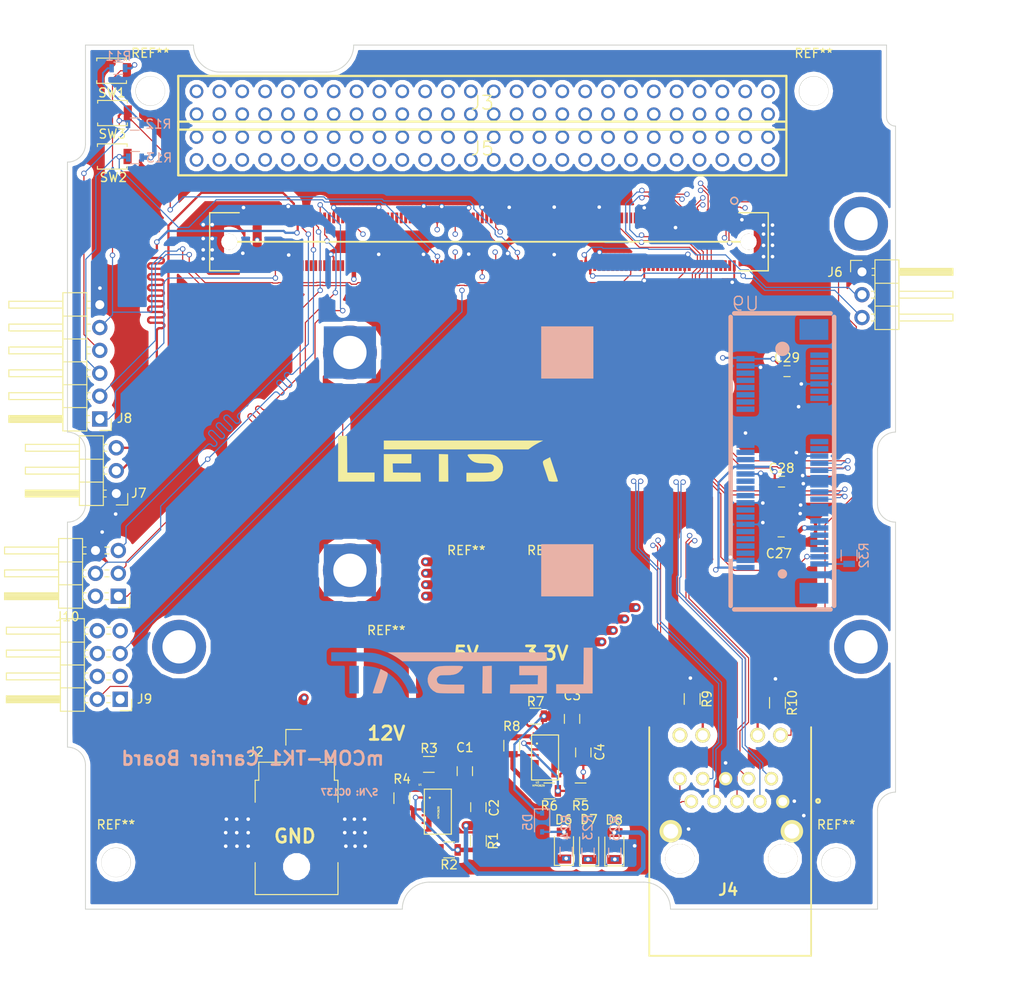
<source format=kicad_pcb>
(kicad_pcb (version 20171130) (host pcbnew "(5.0.0)")
  (layers (0 F.Cu signal) (1 In1.Cu power) (2 In2.Cu power) (31 B.Cu signal) (34 B.Paste user) (35 F.Paste user) (36 B.SilkS user) (37 F.SilkS user) (38 B.Mask user) (39 F.Mask user) (44 Edge.Cuts user))
  (net 0 "")
  (net 1 +3.3V)
  (net 2 "Net-(D5-Pad2)")
  (net 3 "Net-(D6-Pad1)")
  (net 4 "Net-(D7-Pad1)")
  (net 5 "Net-(D8-Pad1)")
  (net 6 mCOM_5V_SBY)
  (net 7 I2C_CK)
  (net 8 I2C_DAT)
  (net 9 "Net-(R1-Pad2)")
  (net 10 GNDA)
  (net 11 "Net-(R3-Pad2)")
  (net 12 "Net-(R4-Pad1)")
  (net 13 "Net-(R5-Pad2)")
  (net 14 "Net-(R7-Pad2)")
  (net 15 "Net-(R8-Pad1)")
  (net 16 "Net-(R32-Pad1)")
  (net 17 SATA0_RX+)
  (net 18 SATA0_RX-)
  (net 19 SATA0_TX-)
  (net 20 SATA0_TX+)
  (net 21 SATA_ACTn)
  (net 22 GPI0)
  (net 23 GPI1)
  (net 24 GPI2)
  (net 25 GPI3)
  (net 26 GPO0)
  (net 27 mCOM_TX)
  (net 28 mCOM_RX)
  (net 29 PWRBTNn)
  (net 30 PWR_OK)
  (net 31 SYS_RESETn)
  (net 32 GPO1)
  (net 33 GPO2)
  (net 34 GPO3)
  (net 35 WAKE1n)
  (net 36 SLEEPn)
  (net 37 mCOM_12V)
  (net 38 "GBE0_CTREF(GND)")
  (net 39 GBE0_MDI3-)
  (net 40 GBE0_MDI3+)
  (net 41 GBE0_LINK100#)
  (net 42 GBE0_LINK1000#)
  (net 43 GBE0_MDI2-)
  (net 44 GBE0_MDI2+)
  (net 45 GBE0_MDI1-)
  (net 46 GBE0_MDI1+)
  (net 47 GBE0_MDI0-)
  (net 48 GBE0_MDI0+)
  (net 49 SPI_MISO)
  (net 50 SPI_CLK)
  (net 51 SPI_MOSI)
  (net 52 SPI_CS#)
  (net 53 "Net-(J4-Pad15)")
  (net 54 "Net-(J1-Pad8)")
  (net 55 "Net-(J1-Pad15)")
  (net 56 "Net-(J1-Pad18)")
  (net 57 "Net-(J1-Pad22)")
  (net 58 "Net-(J1-Pad23)")
  (net 59 "Net-(J1-Pad24)")
  (net 60 "Net-(J1-Pad25)")
  (net 61 "Net-(J1-Pad26)")
  (net 62 "Net-(J1-Pad27)")
  (net 63 "Net-(J1-Pad29)")
  (net 64 "Net-(J1-Pad30)")
  (net 65 "Net-(J1-Pad32)")
  (net 66 "Net-(J1-Pad33)")
  (net 67 "Net-(J1-Pad34)")
  (net 68 "Net-(J1-Pad35)")
  (net 69 "Net-(J1-Pad36)")
  (net 70 "Net-(J1-Pad37)")
  (net 71 "Net-(J1-Pad38)")
  (net 72 "Net-(J1-Pad39)")
  (net 73 "Net-(J1-Pad40)")
  (net 74 "Net-(J1-Pad42)")
  (net 75 "Net-(J1-Pad43)")
  (net 76 "Net-(J1-Pad44)")
  (net 77 "Net-(J1-Pad45)")
  (net 78 "Net-(J1-Pad46)")
  (net 79 "Net-(J1-Pad47)")
  (net 80 "Net-(J1-Pad48)")
  (net 81 "Net-(J1-Pad49)")
  (net 82 "Net-(J1-Pad50)")
  (net 83 "Net-(J1-Pad52)")
  (net 84 "Net-(J1-Pad53)")
  (net 85 "Net-(J1-Pad55)")
  (net 86 "Net-(J1-Pad56)")
  (net 87 "Net-(J1-Pad58)")
  (net 88 "Net-(J1-Pad59)")
  (net 89 "Net-(J1-Pad61)")
  (net 90 "Net-(J1-Pad62)")
  (net 91 "Net-(J1-Pad64)")
  (net 92 "Net-(J1-Pad65)")
  (net 93 "Net-(J1-Pad68)")
  (net 94 "Net-(J1-Pad69)")
  (net 95 "Net-(J1-Pad71)")
  (net 96 "Net-(J1-Pad72)")
  (net 97 "Net-(J1-Pad73)")
  (net 98 "Net-(J1-Pad74)")
  (net 99 "Net-(J1-Pad75)")
  (net 100 "Net-(J1-Pad76)")
  (net 101 "Net-(J1-Pad77)")
  (net 102 "Net-(J1-Pad78)")
  (net 103 "Net-(J1-Pad79)")
  (net 104 "Net-(J1-Pad81)")
  (net 105 "Net-(J1-Pad82)")
  (net 106 "Net-(J1-Pad83)")
  (net 107 "Net-(J1-Pad84)")
  (net 108 "Net-(J1-Pad86)")
  (net 109 "Net-(J1-Pad87)")
  (net 110 "Net-(J1-Pad88)")
  (net 111 "Net-(J1-Pad89)")
  (net 112 "Net-(J1-Pad91)")
  (net 113 "Net-(J1-Pad96)")
  (net 114 "Net-(J1-Pad101)")
  (net 115 "Net-(J1-Pad102)")
  (net 116 "Net-(J1-Pad103)")
  (net 117 "Net-(J1-Pad112)")
  (net 118 "Net-(J1-Pad113)")
  (net 119 "Net-(J1-Pad114)")
  (net 120 "Net-(J1-Pad115)")
  (net 121 "Net-(J1-Pad123)")
  (net 122 "Net-(J1-Pad124)")
  (net 123 "Net-(J1-Pad125)")
  (net 124 "Net-(J1-Pad126)")
  (net 125 "Net-(J1-Pad127)")
  (net 126 "Net-(J1-Pad128)")
  (net 127 "Net-(J1-Pad129)")
  (net 128 "Net-(J1-Pad130)")
  (net 129 "Net-(J1-Pad132)")
  (net 130 "Net-(J1-Pad133)")
  (net 131 "Net-(J1-Pad135)")
  (net 132 "Net-(J1-Pad136)")
  (net 133 "Net-(J1-Pad137)")
  (net 134 "Net-(J1-Pad138)")
  (net 135 "Net-(J1-Pad139)")
  (net 136 "Net-(J1-Pad140)")
  (net 137 "Net-(J1-Pad142)")
  (net 138 "Net-(J1-Pad145)")
  (net 139 "Net-(J1-Pad146)")
  (net 140 "Net-(J1-Pad147)")
  (net 141 "Net-(J1-Pad148)")
  (net 142 "Net-(J1-Pad149)")
  (net 143 "Net-(J1-Pad150)")
  (net 144 "Net-(J1-Pad152)")
  (net 145 "Net-(J1-Pad153)")
  (net 146 "Net-(J1-Pad154)")
  (net 147 "Net-(J1-Pad155)")
  (net 148 "Net-(J1-Pad156)")
  (net 149 "Net-(J1-Pad157)")
  (net 150 "Net-(J1-Pad158)")
  (net 151 "Net-(J1-Pad160)")
  (net 152 "Net-(J1-Pad162)")
  (net 153 "Net-(J1-Pad163)")
  (net 154 "Net-(J1-Pad165)")
  (net 155 "Net-(J1-Pad166)")
  (net 156 "Net-(J1-Pad168)")
  (net 157 "Net-(J1-Pad169)")
  (net 158 "Net-(J1-Pad171)")
  (net 159 "Net-(J1-Pad172)")
  (net 160 "Net-(J1-Pad174)")
  (net 161 "Net-(J1-Pad175)")
  (net 162 "Net-(J1-Pad176)")
  (net 163 "Net-(J1-Pad178)")
  (net 164 "Net-(J1-Pad179)")
  (net 165 "Net-(J1-Pad181)")
  (net 166 "Net-(J1-Pad182)")
  (net 167 "Net-(J1-Pad183)")
  (net 168 "Net-(J1-Pad184)")
  (net 169 "Net-(J1-Pad185)")
  (net 170 "Net-(J1-Pad186)")
  (net 171 "Net-(J1-Pad187)")
  (net 172 "Net-(J1-Pad188)")
  (net 173 "Net-(J1-Pad189)")
  (net 174 "Net-(J1-Pad191)")
  (net 175 "Net-(J1-Pad192)")
  (net 176 "Net-(J1-Pad193)")
  (net 177 "Net-(J1-Pad198)")
  (net 178 "Net-(J1-Pad199)")
  (net 179 "Net-(J1-Pad201)")
  (net 180 "Net-(J1-Pad202)")
  (net 181 "Net-(J1-Pad203)")
  (net 182 "Net-(J1-Pad204)")
  (net 183 "Net-(J1-Pad205)")
  (net 184 "Net-(J1-Pad206)")
  (net 185 "Net-(J1-Pad207)")
  (net 186 "Net-(J1-Pad208)")
  (net 187 "Net-(J1-Pad209)")
  (net 188 "Net-(J1-Pad211)")
  (net 189 "Net-(J1-Pad212)")
  (net 190 "Net-(J3-Pad1)")
  (net 191 "Net-(J3-Pad2)")
  (net 192 "Net-(J3-Pad3)")
  (net 193 "Net-(J3-Pad4)")
  (net 194 "Net-(J3-Pad5)")
  (net 195 "Net-(J3-Pad6)")
  (net 196 "Net-(J3-Pad7)")
  (net 197 "Net-(J3-Pad8)")
  (net 198 "Net-(J3-Pad9)")
  (net 199 "Net-(J3-Pad10)")
  (net 200 "Net-(J3-Pad11)")
  (net 201 "Net-(J3-Pad12)")
  (net 202 "Net-(J3-Pad13)")
  (net 203 "Net-(J3-Pad14)")
  (net 204 "Net-(J3-Pad15)")
  (net 205 "Net-(J3-Pad16)")
  (net 206 "Net-(J3-Pad17)")
  (net 207 "Net-(J3-Pad18)")
  (net 208 "Net-(J3-Pad19)")
  (net 209 "Net-(J3-Pad20)")
  (net 210 "Net-(J3-Pad21)")
  (net 211 "Net-(J3-Pad22)")
  (net 212 "Net-(J3-Pad23)")
  (net 213 "Net-(J3-Pad24)")
  (net 214 "Net-(J3-Pad25)")
  (net 215 "Net-(J3-Pad26)")
  (net 216 "Net-(J3-Pad27)")
  (net 217 "Net-(J3-Pad28)")
  (net 218 "Net-(J3-Pad29)")
  (net 219 "Net-(J3-Pad30)")
  (net 220 "Net-(J3-Pad31)")
  (net 221 "Net-(J3-Pad32)")
  (net 222 "Net-(J3-Pad33)")
  (net 223 "Net-(J3-Pad34)")
  (net 224 "Net-(J3-Pad35)")
  (net 225 "Net-(J3-Pad36)")
  (net 226 "Net-(J3-Pad37)")
  (net 227 "Net-(J3-Pad38)")
  (net 228 "Net-(J3-Pad39)")
  (net 229 "Net-(J3-Pad40)")
  (net 230 "Net-(J3-Pad41)")
  (net 231 "Net-(J3-Pad42)")
  (net 232 "Net-(J3-Pad43)")
  (net 233 "Net-(J3-Pad44)")
  (net 234 "Net-(J3-Pad45)")
  (net 235 "Net-(J3-Pad46)")
  (net 236 "Net-(J3-Pad47)")
  (net 237 "Net-(J3-Pad48)")
  (net 238 "Net-(J3-Pad49)")
  (net 239 "Net-(J3-Pad50)")
  (net 240 "Net-(J3-Pad51)")
  (net 241 "Net-(J3-Pad52)")
  (net 242 "Net-(J4-Pad14)")
  (net 243 "Net-(J5-Pad1)")
  (net 244 "Net-(J5-Pad2)")
  (net 245 "Net-(J5-Pad3)")
  (net 246 "Net-(J5-Pad4)")
  (net 247 "Net-(J5-Pad5)")
  (net 248 "Net-(J5-Pad6)")
  (net 249 "Net-(J5-Pad7)")
  (net 250 "Net-(J5-Pad8)")
  (net 251 "Net-(J5-Pad9)")
  (net 252 "Net-(J5-Pad10)")
  (net 253 "Net-(J5-Pad11)")
  (net 254 "Net-(J5-Pad12)")
  (net 255 "Net-(J5-Pad13)")
  (net 256 "Net-(J5-Pad14)")
  (net 257 "Net-(J5-Pad15)")
  (net 258 "Net-(J5-Pad16)")
  (net 259 "Net-(J5-Pad17)")
  (net 260 "Net-(J5-Pad18)")
  (net 261 "Net-(J5-Pad19)")
  (net 262 "Net-(J5-Pad20)")
  (net 263 "Net-(J5-Pad21)")
  (net 264 "Net-(J5-Pad22)")
  (net 265 "Net-(J5-Pad23)")
  (net 266 "Net-(J5-Pad24)")
  (net 267 "Net-(J5-Pad25)")
  (net 268 "Net-(J5-Pad26)")
  (net 269 "Net-(J5-Pad27)")
  (net 270 "Net-(J5-Pad28)")
  (net 271 "Net-(J5-Pad29)")
  (net 272 "Net-(J5-Pad30)")
  (net 273 "Net-(J5-Pad31)")
  (net 274 "Net-(J5-Pad32)")
  (net 275 "Net-(J5-Pad33)")
  (net 276 "Net-(J5-Pad34)")
  (net 277 "Net-(J5-Pad35)")
  (net 278 "Net-(J5-Pad36)")
  (net 279 "Net-(J5-Pad37)")
  (net 280 "Net-(J5-Pad38)")
  (net 281 "Net-(J5-Pad39)")
  (net 282 "Net-(J5-Pad40)")
  (net 283 "Net-(J5-Pad41)")
  (net 284 "Net-(J5-Pad42)")
  (net 285 "Net-(J5-Pad43)")
  (net 286 "Net-(J5-Pad44)")
  (net 287 "Net-(J5-Pad45)")
  (net 288 "Net-(J5-Pad46)")
  (net 289 "Net-(J5-Pad47)")
  (net 290 "Net-(J5-Pad48)")
  (net 291 "Net-(J5-Pad49)")
  (net 292 "Net-(J5-Pad50)")
  (net 293 "Net-(J5-Pad51)")
  (net 294 "Net-(J5-Pad52)")
  (net 295 "Net-(U1-Pad2)")
  (net 296 "Net-(U1-Pad4)")
  (net 297 "Net-(U1-Pad5)")
  (net 298 "Net-(U1-Pad6)")
  (net 299 "Net-(U1-Pad11)")
  (net 300 "Net-(U2-Pad2)")
  (net 301 "Net-(U2-Pad4)")
  (net 302 "Net-(U2-Pad5)")
  (net 303 "Net-(U2-Pad6)")
  (net 304 "Net-(U2-Pad11)")
  (net 305 "Net-(U9-Pad1)")
  (net 306 "Net-(U9-Pad3)")
  (net 307 "Net-(U9-Pad5)")
  (net 308 "Net-(U9-Pad6)")
  (net 309 "Net-(U9-Pad7)")
  (net 310 "Net-(U9-Pad8)")
  (net 311 "Net-(U9-Pad10)")
  (net 312 "Net-(U9-Pad11)")
  (net 313 "Net-(U9-Pad12)")
  (net 314 "Net-(U9-Pad13)")
  (net 315 "Net-(U9-Pad14)")
  (net 316 "Net-(U9-Pad16)")
  (net 317 "Net-(U9-Pad17)")
  (net 318 "Net-(U9-Pad19)")
  (net 319 "Net-(U9-Pad20)")
  (net 320 "Net-(U9-Pad22)")
  (net 321 "Net-(U9-Pad28)")
  (net 322 "Net-(U9-Pad30)")
  (net 323 "Net-(U9-Pad32)")
  (net 324 "Net-(U9-Pad36)")
  (net 325 "Net-(U9-Pad38)")
  (net 326 "Net-(U9-Pad42)")
  (net 327 "Net-(U9-Pad43)")
  (net 328 "Net-(U9-Pad44)")
  (net 329 "Net-(U9-Pad45)")
  (net 330 "Net-(U9-Pad46)")
  (net 331 "Net-(U9-Pad47)")
  (net 332 "Net-(U9-Pad48)")
  (net 333 "Net-(J4-Pad11)")
  (net 334 "Net-(J4-Pad12)")
  (module Capacitors_SMD:C_0805 (layer F.Cu) (at 126.07 104.665 270)
    (fp_text reference C1 (at -2.625 0) (layer F.SilkS))
    (fp_text value 10uF)
    (pad 1 smd rect (at -1 0 270) (size 1 1.25) (layers F.Cu F.Paste F.Mask) (net 37 mCOM_12V))
    (pad 2 smd rect (at 1 0 270) (size 1 1.25) (layers F.Cu F.Paste F.Mask) (net 38 "GBE0_CTREF(GND)"))
  )
  (module BusSimulator:QFN-20 (layer F.Cu) (at 123.07 109.165)
    (fp_text reference U1 (at -1.975 -3) (layer F.SilkS) (effects (font (size 0.197066 0.197066) (thickness 0.05))))
    (fp_text value MPM3620 (at 0.075 0.1 90) (layer F.SilkS) (effects (font (size 0.19694 0.19694) (thickness 0.05))))
    (pad 1 smd rect (at -1.45 -1.55 90) (size 0.25 0.7) (layers F.Cu F.Paste F.Mask) (net 9 "Net-(R1-Pad2)"))
    (pad 2 smd rect (at -1.25 -0.9 90) (size 0.25 1.1) (layers F.Cu F.Paste F.Mask) (net 295 "Net-(U1-Pad2)"))
    (pad 3 smd rect (at -1.25 -0.25 90) (size 0.25 1.1) (layers F.Cu F.Paste F.Mask) (net 10 GNDA))
    (pad 4 smd rect (at -1.45 0.4 270) (size 0.25 0.7) (layers F.Cu F.Paste F.Mask) (net 296 "Net-(U1-Pad4)"))
    (pad 5 smd rect (at -1.45 1.25 270) (size 0.25 0.7) (layers F.Cu F.Paste F.Mask) (net 297 "Net-(U1-Pad5)"))
    (pad 6 smd rect (at -1.45 2.1 270) (size 0.25 0.7) (layers F.Cu F.Paste F.Mask) (net 298 "Net-(U1-Pad6)"))
    (pad 7 smd rect (at 1.45 2.1 270) (size 0.25 0.7) (layers F.Cu F.Paste F.Mask) (net 6 mCOM_5V_SBY))
    (pad 8 smd rect (at 1.45 1.25 270) (size 0.25 0.7) (layers F.Cu F.Paste F.Mask) (net 6 mCOM_5V_SBY))
    (pad 9 smd rect (at 1.45 0.4 270) (size 0.25 0.7) (layers F.Cu F.Paste F.Mask) (net 6 mCOM_5V_SBY))
    (pad 10 smd rect (at 1.25 -0.25 90) (size 0.25 1.1) (layers F.Cu F.Paste F.Mask))
    (pad 11 smd rect (at 1.25 -0.9 90) (size 0.25 1.1) (layers F.Cu F.Paste F.Mask) (net 299 "Net-(U1-Pad11)"))
    (pad 12 smd rect (at 1.45 -1.55 90) (size 0.25 0.7) (layers F.Cu F.Paste F.Mask) (net 38 "GBE0_CTREF(GND)"))
    (pad 13 smd rect (at 1.25 -2.45) (size 0.25 0.7) (layers F.Cu F.Paste F.Mask) (net 38 "GBE0_CTREF(GND)"))
    (pad 14 smd rect (at 0.75 -2.45) (size 0.25 0.7) (layers F.Cu F.Paste F.Mask) (net 38 "GBE0_CTREF(GND)"))
    (pad 15 smd rect (at 0.25 -2.25) (size 0.25 1.1) (layers F.Cu F.Paste F.Mask))
    (pad 16 smd rect (at -0.25 -2.25) (size 0.25 1.1) (layers F.Cu F.Paste F.Mask) (net 37 mCOM_12V))
    (pad 17 smd rect (at -0.75 -2.45) (size 0.25 0.7) (layers F.Cu F.Paste F.Mask) (net 11 "Net-(R3-Pad2)"))
    (pad 18 smd rect (at -1.25 -2.45) (size 0.25 0.7) (layers F.Cu F.Paste F.Mask) (net 12 "Net-(R4-Pad1)"))
    (pad 19 smd rect (at -1 1.25 90) (size 1.95 0.6) (layers F.Cu F.Paste F.Mask))
    (pad 20 smd rect (at 1 1.25 90) (size 1.95 0.6) (layers F.Cu F.Paste F.Mask))
  )
  (module Capacitors_SMD:C_0805 (layer F.Cu) (at 127.57 108.665 90)
    (fp_text reference C2 (at -0.075 1.75 90) (layer F.SilkS))
    (fp_text value 22uF)
    (pad 1 smd rect (at -1 0 90) (size 1 1.25) (layers F.Cu F.Paste F.Mask) (net 6 mCOM_5V_SBY))
    (pad 2 smd rect (at 1 0 90) (size 1 1.25) (layers F.Cu F.Paste F.Mask) (net 38 "GBE0_CTREF(GND)"))
  )
  (module Resistors_SMD:R_0805 (layer F.Cu) (at 127.57 112.415 270)
    (fp_text reference R1 (at 0 -1.65 270) (layer F.SilkS))
    (fp_text value 160k)
    (pad 1 smd rect (at -0.95 0 270) (size 0.7 1.3) (layers F.Cu F.Paste F.Mask) (net 6 mCOM_5V_SBY))
    (pad 2 smd rect (at 0.95 0 270) (size 0.7 1.3) (layers F.Cu F.Paste F.Mask) (net 9 "Net-(R1-Pad2)"))
  )
  (module Resistors_SMD:R_0805 (layer F.Cu) (at 119.07 107.665 270)
    (fp_text reference R4 (at -2.125 -0.025) (layer F.SilkS))
    (fp_text value 63.4k)
    (pad 1 smd rect (at -0.95 0 270) (size 0.7 1.3) (layers F.Cu F.Paste F.Mask) (net 12 "Net-(R4-Pad1)"))
    (pad 2 smd rect (at 0.95 0 270) (size 0.7 1.3) (layers F.Cu F.Paste F.Mask) (net 10 GNDA))
  )
  (module Resistors_SMD:R_0805 (layer F.Cu) (at 122.07 103.915 180)
    (fp_text reference R3 (at -0.025 1.775 180) (layer F.SilkS))
    (fp_text value 100k)
    (pad 1 smd rect (at -0.95 0 180) (size 0.7 1.3) (layers F.Cu F.Paste F.Mask) (net 37 mCOM_12V))
    (pad 2 smd rect (at 0.95 0 180) (size 0.7 1.3) (layers F.Cu F.Paste F.Mask) (net 11 "Net-(R3-Pad2)"))
  )
  (module Resistors_SMD:R_0805 (layer F.Cu) (at 124.32 113.415 180)
    (fp_text reference R2 (at 0 -1.65 180) (layer F.SilkS))
    (fp_text value 30.1k)
    (pad 1 smd rect (at -0.95 0 180) (size 0.7 1.3) (layers F.Cu F.Paste F.Mask) (net 9 "Net-(R1-Pad2)"))
    (pad 2 smd rect (at 0.95 0 180) (size 0.7 1.3) (layers F.Cu F.Paste F.Mask) (net 10 GNDA))
  )
  (module Resistors_SMD:R_0603 (layer B.Cu) (at 142.73 113.71 270)
    (fp_text reference R25 (at -2.7 -0.025 270) (layer B.SilkS) (effects (justify mirror)))
    (fp_text value 1k)
    (pad 1 smd rect (at -0.75 0 270) (size 0.5 0.9) (layers B.Cu B.Paste B.Mask) (net 38 "GBE0_CTREF(GND)"))
    (pad 2 smd rect (at 0.75 0 270) (size 0.5 0.9) (layers B.Cu B.Paste B.Mask) (net 5 "Net-(D8-Pad1)"))
  )
  (module Resistors_SMD:R_0603 (layer B.Cu) (at 137.33 113.61 270)
    (fp_text reference R24 (at -2.7 0.025 90) (layer B.SilkS) (effects (justify mirror)))
    (fp_text value 180)
    (pad 1 smd rect (at -0.75 0 270) (size 0.5 0.9) (layers B.Cu B.Paste B.Mask) (net 38 "GBE0_CTREF(GND)"))
    (pad 2 smd rect (at 0.75 0 270) (size 0.5 0.9) (layers B.Cu B.Paste B.Mask) (net 3 "Net-(D6-Pad1)"))
  )
  (module Resistors_SMD:R_0603 (layer B.Cu) (at 139.755 113.71 270)
    (fp_text reference R23 (at -2.8 0.025 270) (layer B.SilkS) (effects (justify mirror)))
    (fp_text value 330)
    (pad 1 smd rect (at -0.75 0 270) (size 0.5 0.9) (layers B.Cu B.Paste B.Mask) (net 38 "GBE0_CTREF(GND)"))
    (pad 2 smd rect (at 0.75 0 270) (size 0.5 0.9) (layers B.Cu B.Paste B.Mask) (net 4 "Net-(D7-Pad1)"))
  )
  (module BusSimulator:QFN-20 (layer F.Cu) (at 134.98 103.146392)
    (fp_text reference U2 (at -0.85093 2.77804) (layer F.SilkS) (effects (font (size 0.197066 0.197066) (thickness 0.05))))
    (fp_text value MPM3620 (at -0.725328 3.12642) (layer F.SilkS) (effects (font (size 0.19694 0.19694) (thickness 0.05))))
    (pad 1 smd rect (at -1.45 -1.55 90) (size 0.25 0.7) (layers F.Cu F.Paste F.Mask) (net 13 "Net-(R5-Pad2)"))
    (pad 2 smd rect (at -1.25 -0.9 90) (size 0.25 1.1) (layers F.Cu F.Paste F.Mask) (net 300 "Net-(U2-Pad2)"))
    (pad 3 smd rect (at -1.25 -0.25 90) (size 0.25 1.1) (layers F.Cu F.Paste F.Mask) (net 10 GNDA))
    (pad 4 smd rect (at -1.45 0.4 270) (size 0.25 0.7) (layers F.Cu F.Paste F.Mask) (net 301 "Net-(U2-Pad4)"))
    (pad 5 smd rect (at -1.45 1.25 270) (size 0.25 0.7) (layers F.Cu F.Paste F.Mask) (net 302 "Net-(U2-Pad5)"))
    (pad 6 smd rect (at -1.45 2.1 270) (size 0.25 0.7) (layers F.Cu F.Paste F.Mask) (net 303 "Net-(U2-Pad6)"))
    (pad 7 smd rect (at 1.45 2.1 270) (size 0.25 0.7) (layers F.Cu F.Paste F.Mask) (net 1 +3.3V))
    (pad 8 smd rect (at 1.45 1.25 270) (size 0.25 0.7) (layers F.Cu F.Paste F.Mask) (net 1 +3.3V))
    (pad 9 smd rect (at 1.45 0.4 270) (size 0.25 0.7) (layers F.Cu F.Paste F.Mask) (net 1 +3.3V))
    (pad 10 smd rect (at 1.25 -0.25 90) (size 0.25 1.1) (layers F.Cu F.Paste F.Mask))
    (pad 11 smd rect (at 1.25 -0.9 90) (size 0.25 1.1) (layers F.Cu F.Paste F.Mask) (net 304 "Net-(U2-Pad11)"))
    (pad 12 smd rect (at 1.45 -1.55 90) (size 0.25 0.7) (layers F.Cu F.Paste F.Mask) (net 38 "GBE0_CTREF(GND)"))
    (pad 13 smd rect (at 1.25 -2.45) (size 0.25 0.7) (layers F.Cu F.Paste F.Mask) (net 38 "GBE0_CTREF(GND)"))
    (pad 14 smd rect (at 0.75 -2.45) (size 0.25 0.7) (layers F.Cu F.Paste F.Mask) (net 38 "GBE0_CTREF(GND)"))
    (pad 15 smd rect (at 0.25 -2.25) (size 0.25 1.1) (layers F.Cu F.Paste F.Mask))
    (pad 16 smd rect (at -0.25 -2.25) (size 0.25 1.1) (layers F.Cu F.Paste F.Mask) (net 37 mCOM_12V))
    (pad 17 smd rect (at -0.75 -2.45) (size 0.25 0.7) (layers F.Cu F.Paste F.Mask) (net 14 "Net-(R7-Pad2)"))
    (pad 18 smd rect (at -1.25 -2.45) (size 0.25 0.7) (layers F.Cu F.Paste F.Mask) (net 15 "Net-(R8-Pad1)"))
    (pad 19 smd rect (at -1 1.25 90) (size 1.95 0.6) (layers F.Cu F.Paste F.Mask))
    (pad 20 smd rect (at 1 1.25 90) (size 1.95 0.6) (layers F.Cu F.Paste F.Mask))
  )
  (module Capacitors_SMD:C_0805 (layer F.Cu) (at 139.23 102.585 90)
    (fp_text reference C4 (at 0.05 1.825 270) (layer F.SilkS))
    (fp_text value 22uF)
    (pad 1 smd rect (at -1 0 90) (size 1 1.25) (layers F.Cu F.Paste F.Mask) (net 1 +3.3V))
    (pad 2 smd rect (at 1 0 90) (size 1 1.25) (layers F.Cu F.Paste F.Mask) (net 38 "GBE0_CTREF(GND)"))
  )
  (module Capacitors_SMD:C_0805 (layer F.Cu) (at 137.98 98.86 270)
    (fp_text reference C3 (at -2.6 -0.025) (layer F.SilkS))
    (fp_text value 10uF)
    (pad 1 smd rect (at -1 0 270) (size 1 1.25) (layers F.Cu F.Paste F.Mask) (net 37 mCOM_12V))
    (pad 2 smd rect (at 1 0 270) (size 1 1.25) (layers F.Cu F.Paste F.Mask) (net 38 "GBE0_CTREF(GND)"))
  )
  (module Resistors_SMD:R_0805 (layer F.Cu) (at 135.455 106.86 180)
    (fp_text reference R6 (at 0 -1.65 180) (layer F.SilkS))
    (fp_text value 51k)
    (pad 1 smd rect (at -0.95 0 180) (size 0.7 1.3) (layers F.Cu F.Paste F.Mask) (net 13 "Net-(R5-Pad2)"))
    (pad 2 smd rect (at 0.95 0 180) (size 0.7 1.3) (layers F.Cu F.Paste F.Mask) (net 10 GNDA))
  )
  (module Resistors_SMD:R_0805 (layer F.Cu) (at 133.905 98.56 180)
    (fp_text reference R7 (at -0.025 1.625 180) (layer F.SilkS))
    (fp_text value 100k)
    (pad 1 smd rect (at -0.95 0 180) (size 0.7 1.3) (layers F.Cu F.Paste F.Mask) (net 37 mCOM_12V))
    (pad 2 smd rect (at 0.95 0 180) (size 0.7 1.3) (layers F.Cu F.Paste F.Mask) (net 14 "Net-(R7-Pad2)"))
  )
  (module Diodes_SMD:D_SOD-323 (layer B.Cu) (at 134.655 110.36 270)
    (fp_text reference D5 (at -0.025 1.6 90) (layer B.SilkS) (effects (justify mirror)))
    (fp_text value "D_Zener 9V")
    (pad 1 smd rect (at -1.05 0 270) (size 0.6 0.45) (layers B.Cu B.Paste B.Mask) (net 37 mCOM_12V))
    (pad 2 smd rect (at 1.05 0 270) (size 0.6 0.45) (layers B.Cu B.Paste B.Mask) (net 2 "Net-(D5-Pad2)"))
  )
  (module Diodes_SMD:D_1206 (layer F.Cu) (at 139.88 112.985 90)
    (fp_text reference D7 (at 2.95 -0.025 180) (layer F.SilkS))
    (fp_text value LED)
    (pad 1 smd rect (at -1.5 0 90) (size 1 1.6) (layers F.Cu F.Paste F.Mask) (net 4 "Net-(D7-Pad1)"))
    (pad 2 smd rect (at 1.5 0 90) (size 1 1.6) (layers F.Cu F.Paste F.Mask) (net 1 +3.3V))
  )
  (module Diodes_SMD:D_1206 (layer F.Cu) (at 137.08 112.935 90)
    (fp_text reference D6 (at 2.875 -0.025 180) (layer F.SilkS))
    (fp_text value LED)
    (pad 1 smd rect (at -1.5 0 90) (size 1 1.6) (layers F.Cu F.Paste F.Mask) (net 3 "Net-(D6-Pad1)"))
    (pad 2 smd rect (at 1.5 0 90) (size 1 1.6) (layers F.Cu F.Paste F.Mask) (net 2 "Net-(D5-Pad2)"))
  )
  (module Diodes_SMD:D_1206 (layer F.Cu) (at 142.68 112.985 90)
    (fp_text reference D8 (at 2.9 -0.025 180) (layer F.SilkS))
    (fp_text value LED)
    (pad 1 smd rect (at -1.5 0 90) (size 1 1.6) (layers F.Cu F.Paste F.Mask) (net 5 "Net-(D8-Pad1)"))
    (pad 2 smd rect (at 1.5 0 90) (size 1 1.6) (layers F.Cu F.Paste F.Mask) (net 6 mCOM_5V_SBY))
  )
  (module Resistors_SMD:R_0805 (layer F.Cu) (at 138.93 106.86 180)
    (fp_text reference R5 (at 0 -1.65 180) (layer F.SilkS))
    (fp_text value 160k)
    (pad 1 smd rect (at -0.95 0 180) (size 0.7 1.3) (layers F.Cu F.Paste F.Mask) (net 1 +3.3V))
    (pad 2 smd rect (at 0.95 0 180) (size 0.7 1.3) (layers F.Cu F.Paste F.Mask) (net 13 "Net-(R5-Pad2)"))
  )
  (module Mounting_Holes:MountingHole_2.7mm_M2.5_Pad (layer F.Cu) (at 113.3 58.15)
    (fp_text reference m1 hide)
    (fp_text value MountingHole_2.7mm_M2.5_Pad)
    (pad 1 thru_hole circle (at 0 0) (size 6 6) (drill 3.7) (layers *.Cu *.Mask))
  )
  (module Mounting_Holes:MountingHole_2.7mm_M2.5_Pad (layer F.Cu) (at 113.3 82.35)
    (fp_text reference m1 hide)
    (fp_text value MountingHole_2.7mm_M2.5_Pad)
    (pad 1 thru_hole circle (at 0 0) (size 6 6) (drill 3.7) (layers *.Cu *.Mask))
  )
  (module Connector_Wire:SolderWirePad_1x01_SMD_5x10mm (layer F.Cu) (at 135.125 83.95)
    (fp_text reference REF** (at 0 -3.81) (layer F.SilkS))
    (fp_text value SolderWirePad_1x01_SMD_5x10mm)
    (pad 3 smd rect (at 0 0) (size 5 10) (layers F.Cu F.Paste F.Mask) (net 1 +3.3V))
  )
  (module Connector_Wire:SolderWirePad_1x01_SMD_5x10mm (layer F.Cu) (at 126.235 83.95)
    (fp_text reference REF** (at 0 -3.81) (layer F.SilkS))
    (fp_text value SolderWirePad_1x01_SMD_5x10mm)
    (pad 2 smd rect (at 0 0) (size 5 10) (layers F.Cu F.Paste F.Mask) (net 6 mCOM_5V_SBY))
  )
  (module Mounting_Holes:MountingHole_3.2mm_M3 (layer F.Cu) (at 91.135 29.09)
    (fp_text reference REF** (at 0 -4.2) (layer F.SilkS))
    (fp_text value MountingHole_3.2mm_M3)
    (pad 1 np_thru_hole circle (at 0 0) (size 3.2 3.2) (drill 3.2) (layers *.Cu *.Mask))
  )
  (module Mounting_Holes:MountingHole_3.2mm_M3 (layer F.Cu) (at 87.305 114.82)
    (fp_text reference REF** (at 0 -4.2) (layer F.SilkS))
    (fp_text value MountingHole_3.2mm_M3)
    (pad 1 np_thru_hole circle (at 0 0) (size 3.2 3.2) (drill 3.2) (layers *.Cu *.Mask))
  )
  (module Mounting_Holes:MountingHole_3.2mm_M3 (layer F.Cu) (at 167.325 114.82)
    (fp_text reference REF** (at 0 -4.2) (layer F.SilkS))
    (fp_text value MountingHole_3.2mm_M3)
    (pad 1 np_thru_hole circle (at 0 0) (size 3.2 3.2) (drill 3.2) (layers *.Cu *.Mask))
  )
  (module Pin_Headers:Pin_Header_Angled_2x04_Pitch2.54mm (layer F.Cu) (at 87.775 96.68 180)
    (fp_text reference J9 (at -2.71 0.04 180) (layer F.SilkS))
    (fp_text value Conn_02x04_Odd_Even)
    (pad 1 thru_hole rect (at 0 0 180) (size 1.7 1.7) (drill 1) (layers *.Cu *.Mask) (net 22 GPI0))
    (pad 2 thru_hole oval (at 2.54 0 180) (size 1.7 1.7) (drill 1) (layers *.Cu *.Mask) (net 26 GPO0))
    (pad 3 thru_hole oval (at 0 2.54 180) (size 1.7 1.7) (drill 1) (layers *.Cu *.Mask) (net 23 GPI1))
    (pad 4 thru_hole oval (at 2.54 2.54 180) (size 1.7 1.7) (drill 1) (layers *.Cu *.Mask) (net 32 GPO1))
    (pad 5 thru_hole oval (at 0 5.08 180) (size 1.7 1.7) (drill 1) (layers *.Cu *.Mask) (net 24 GPI2))
    (pad 6 thru_hole oval (at 2.54 5.08 180) (size 1.7 1.7) (drill 1) (layers *.Cu *.Mask) (net 33 GPO2))
    (pad 7 thru_hole oval (at 0 7.62 180) (size 1.7 1.7) (drill 1) (layers *.Cu *.Mask) (net 25 GPI3))
    (pad 8 thru_hole oval (at 2.54 7.62 180) (size 1.7 1.7) (drill 1) (layers *.Cu *.Mask) (net 34 GPO3))
  )
  (module Mounting_Holes:MountingHole_2.7mm_M2.5_Pad (layer F.Cu) (at 170.085 43.85)
    (fp_text reference m1 hide)
    (fp_text value MountingHole_2.7mm_M2.5_Pad)
    (pad 1 thru_hole circle (at 0 0) (size 6 6) (drill 3.7) (layers *.Cu *.Mask))
  )
  (module Mounting_Holes:MountingHole_2.7mm_M2.5_Pad (layer F.Cu) (at 170.085 90.85)
    (fp_text reference m1 hide)
    (fp_text value MountingHole_2.7mm_M2.5_Pad)
    (pad 2 thru_hole circle (at 0 0) (size 6 6) (drill 3.7) (layers *.Cu *.Mask))
  )
  (module BusSimulator:LetSatLogo440 (layer B.Cu) (at 125.595 93.72 180)
    (fp_text reference G1 hide)
    (fp_text value LOGO hide)
    (fp_poly (pts (xy 14.374091 1.27) (xy 12.524543 1.27) (xy 11.86217 1.267926) (xy 11.301042 1.260868) (xy 10.827009 1.247571) (xy 10.425923 1.226781) (xy 10.083634 1.197245) (xy 9.785993 1.157707) (xy 9.51885 1.106914) (xy 9.268056 1.043611) (xy 9.019462 0.966544) (xy 8.990302 0.956718) (xy 8.295805 0.66214) (xy 7.651998 0.271547) (xy 7.070416 -0.204436) (xy 6.562591 -0.755186) (xy 6.140059 -1.370077) (xy 5.86025 -1.926575) (xy 5.697679 -2.309091) (xy 4.690238 -2.309091) (xy 4.830611 -1.922368) (xy 5.178079 -1.127685) (xy 5.615969 -0.40227) (xy 6.138743 0.248783) (xy 6.740859 0.820381) (xy 7.416777 1.307428) (xy 8.160957 1.704832) (xy 8.967859 2.007498) (xy 9.166755 2.064535) (xy 9.308939 2.102348) (xy 9.437794 2.133407) (xy 9.566419 2.158498) (xy 9.70791 2.178408) (xy 9.875366 2.193924) (xy 10.081885 2.205834) (xy 10.340563 2.214924) (xy 10.6645 2.221982) (xy 11.066791 2.227793) (xy 11.560536 2.233146) (xy 12.050568 2.237818) (xy 14.374091 2.25951) (xy 14.374091 1.27)) (layer B.Cu) (width 0.01))
    (fp_poly (pts (xy 12.353636 -2.309091) (xy 11.314545 -2.309091) (xy 11.314545 0.750455) (xy 12.353636 0.750455) (xy 12.353636 -2.309091)) (layer B.Cu) (width 0.01))
  )
  (module Resistors_SMD:R_0805 (layer F.Cu) (at 160.8 97.075 270)
    (fp_text reference R10 (at 0 -1.65 270) (layer F.SilkS))
    (fp_text value 330)
    (pad 1 smd rect (at -0.95 0 270) (size 0.7 1.3) (layers F.Cu F.Paste F.Mask) (net 38 "GBE0_CTREF(GND)"))
    (pad 2 smd rect (at 0.95 0 270) (size 0.7 1.3) (layers F.Cu F.Paste F.Mask) (net 242 "Net-(J4-Pad14)"))
  )
  (module BusSimulator:ComExpressMini10 (layer F.Cu) (at 163.475996 48.5 180)
    (fp_text reference J1 hide)
    (fp_text value CONN_3-6318491-6 hide)
    (pad 1 smd rect (at 7.475997 5.3 180) (size 0.3302 1.1938) (layers F.Cu F.Paste F.Mask) (net 38 "GBE0_CTREF(GND)"))
    (pad 2 smd rect (at 7.975996 5.3 180) (size 0.3302 1.1938) (layers F.Cu F.Paste F.Mask) (net 39 GBE0_MDI3-))
    (pad 3 smd rect (at 8.475997 5.3 180) (size 0.3302 1.1938) (layers F.Cu F.Paste F.Mask) (net 40 GBE0_MDI3+))
    (pad 4 smd rect (at 8.975996 5.3 180) (size 0.3302 1.1938) (layers F.Cu F.Paste F.Mask) (net 41 GBE0_LINK100#))
    (pad 5 smd rect (at 9.475995 5.3 180) (size 0.3302 1.1938) (layers F.Cu F.Paste F.Mask) (net 42 GBE0_LINK1000#))
    (pad 6 smd rect (at 9.975997 5.3 180) (size 0.3302 1.1938) (layers F.Cu F.Paste F.Mask) (net 43 GBE0_MDI2-))
    (pad 7 smd rect (at 10.475996 5.3 180) (size 0.3302 1.1938) (layers F.Cu F.Paste F.Mask) (net 44 GBE0_MDI2+))
    (pad 8 smd rect (at 10.975997 5.3 180) (size 0.3302 1.1938) (layers F.Cu F.Paste F.Mask) (net 54 "Net-(J1-Pad8)"))
    (pad 9 smd rect (at 11.475996 5.3 180) (size 0.3302 1.1938) (layers F.Cu F.Paste F.Mask) (net 45 GBE0_MDI1-))
    (pad 10 smd rect (at 11.975995 5.3 180) (size 0.3302 1.1938) (layers F.Cu F.Paste F.Mask) (net 46 GBE0_MDI1+))
    (pad 11 smd rect (at 12.475997 5.3 180) (size 0.3302 1.1938) (layers F.Cu F.Paste F.Mask) (net 38 "GBE0_CTREF(GND)"))
    (pad 12 smd rect (at 12.975996 5.3 180) (size 0.3302 1.1938) (layers F.Cu F.Paste F.Mask) (net 47 GBE0_MDI0-))
    (pad 13 smd rect (at 13.475998 5.3 180) (size 0.3302 1.1938) (layers F.Cu F.Paste F.Mask) (net 48 GBE0_MDI0+))
    (pad 14 smd rect (at 13.975997 5.3 180) (size 0.3302 1.1938) (layers F.Cu F.Paste F.Mask) (net 38 "GBE0_CTREF(GND)"))
    (pad 15 smd rect (at 14.475996 5.3 180) (size 0.3302 1.1938) (layers F.Cu F.Paste F.Mask) (net 55 "Net-(J1-Pad15)"))
    (pad 16 smd rect (at 14.975997 5.3 180) (size 0.3302 1.1938) (layers F.Cu F.Paste F.Mask) (net 20 SATA0_TX+))
    (pad 17 smd rect (at 15.475996 5.3 180) (size 0.3302 1.1938) (layers F.Cu F.Paste F.Mask) (net 19 SATA0_TX-))
    (pad 18 smd rect (at 15.975998 5.3 180) (size 0.3302 1.1938) (layers F.Cu F.Paste F.Mask) (net 56 "Net-(J1-Pad18)"))
    (pad 19 smd rect (at 16.475997 5.3 180) (size 0.3302 1.1938) (layers F.Cu F.Paste F.Mask) (net 17 SATA0_RX+))
    (pad 20 smd rect (at 16.975996 5.3 180) (size 0.3302 1.1938) (layers F.Cu F.Paste F.Mask) (net 18 SATA0_RX-))
    (pad 21 smd rect (at 17.475997 5.3 180) (size 0.3302 1.1938) (layers F.Cu F.Paste F.Mask) (net 38 "GBE0_CTREF(GND)"))
    (pad 22 smd rect (at 17.975996 5.3 180) (size 0.3302 1.1938) (layers F.Cu F.Paste F.Mask) (net 57 "Net-(J1-Pad22)"))
    (pad 23 smd rect (at 18.475998 5.3 180) (size 0.3302 1.1938) (layers F.Cu F.Paste F.Mask) (net 58 "Net-(J1-Pad23)"))
    (pad 24 smd rect (at 18.975997 5.3 180) (size 0.3302 1.1938) (layers F.Cu F.Paste F.Mask) (net 59 "Net-(J1-Pad24)"))
    (pad 25 smd rect (at 19.475996 5.3 180) (size 0.3302 1.1938) (layers F.Cu F.Paste F.Mask) (net 60 "Net-(J1-Pad25)"))
    (pad 26 smd rect (at 19.975997 5.3 180) (size 0.3302 1.1938) (layers F.Cu F.Paste F.Mask) (net 61 "Net-(J1-Pad26)"))
    (pad 27 smd rect (at 20.475996 5.3 180) (size 0.3302 1.1938) (layers F.Cu F.Paste F.Mask) (net 62 "Net-(J1-Pad27)"))
    (pad 28 smd rect (at 20.975998 5.3 180) (size 0.3302 1.1938) (layers F.Cu F.Paste F.Mask) (net 21 SATA_ACTn))
    (pad 29 smd rect (at 21.475997 5.3 180) (size 0.3302 1.1938) (layers F.Cu F.Paste F.Mask) (net 63 "Net-(J1-Pad29)"))
    (pad 30 smd rect (at 21.975996 5.3 180) (size 0.3302 1.1938) (layers F.Cu F.Paste F.Mask) (net 64 "Net-(J1-Pad30)"))
    (pad 31 smd rect (at 22.475997 5.3 180) (size 0.3302 1.1938) (layers F.Cu F.Paste F.Mask) (net 38 "GBE0_CTREF(GND)"))
    (pad 32 smd rect (at 22.975996 5.3 180) (size 0.3302 1.1938) (layers F.Cu F.Paste F.Mask) (net 65 "Net-(J1-Pad32)"))
    (pad 33 smd rect (at 23.475995 5.3 180) (size 0.3302 1.1938) (layers F.Cu F.Paste F.Mask) (net 66 "Net-(J1-Pad33)"))
    (pad 34 smd rect (at 23.975997 5.3 180) (size 0.3302 1.1938) (layers F.Cu F.Paste F.Mask) (net 67 "Net-(J1-Pad34)"))
    (pad 35 smd rect (at 24.475996 5.3 180) (size 0.3302 1.1938) (layers F.Cu F.Paste F.Mask) (net 68 "Net-(J1-Pad35)"))
    (pad 36 smd rect (at 24.975997 5.3 180) (size 0.3302 1.1938) (layers F.Cu F.Paste F.Mask) (net 69 "Net-(J1-Pad36)"))
    (pad 37 smd rect (at 25.475996 5.3 180) (size 0.3302 1.1938) (layers F.Cu F.Paste F.Mask) (net 70 "Net-(J1-Pad37)"))
    (pad 38 smd rect (at 25.975995 5.3 180) (size 0.3302 1.1938) (layers F.Cu F.Paste F.Mask) (net 71 "Net-(J1-Pad38)"))
    (pad 39 smd rect (at 26.475997 5.3 180) (size 0.3302 1.1938) (layers F.Cu F.Paste F.Mask) (net 72 "Net-(J1-Pad39)"))
    (pad 40 smd rect (at 26.975996 5.3 180) (size 0.3302 1.1938) (layers F.Cu F.Paste F.Mask) (net 73 "Net-(J1-Pad40)"))
    (pad 41 smd rect (at 27.475997 5.3 180) (size 0.3302 1.1938) (layers F.Cu F.Paste F.Mask) (net 38 "GBE0_CTREF(GND)"))
    (pad 42 smd rect (at 27.975996 5.3 180) (size 0.3302 1.1938) (layers F.Cu F.Paste F.Mask) (net 74 "Net-(J1-Pad42)"))
    (pad 43 smd rect (at 28.475995 5.3 180) (size 0.3302 1.1938) (layers F.Cu F.Paste F.Mask) (net 75 "Net-(J1-Pad43)"))
    (pad 44 smd rect (at 28.975997 5.3 180) (size 0.3302 1.1938) (layers F.Cu F.Paste F.Mask) (net 76 "Net-(J1-Pad44)"))
    (pad 45 smd rect (at 29.475996 5.3 180) (size 0.3302 1.1938) (layers F.Cu F.Paste F.Mask) (net 77 "Net-(J1-Pad45)"))
    (pad 46 smd rect (at 29.975998 5.3 180) (size 0.3302 1.1938) (layers F.Cu F.Paste F.Mask) (net 78 "Net-(J1-Pad46)"))
    (pad 47 smd rect (at 30.475997 5.3 180) (size 0.3302 1.1938) (layers F.Cu F.Paste F.Mask) (net 79 "Net-(J1-Pad47)"))
    (pad 48 smd rect (at 30.975996 5.3 180) (size 0.3302 1.1938) (layers F.Cu F.Paste F.Mask) (net 80 "Net-(J1-Pad48)"))
    (pad 49 smd rect (at 31.475997 5.3 180) (size 0.3302 1.1938) (layers F.Cu F.Paste F.Mask) (net 81 "Net-(J1-Pad49)"))
    (pad 50 smd rect (at 31.975996 5.3 180) (size 0.3302 1.1938) (layers F.Cu F.Paste F.Mask) (net 82 "Net-(J1-Pad50)"))
    (pad 51 smd rect (at 32.475998 5.3 180) (size 0.3302 1.1938) (layers F.Cu F.Paste F.Mask) (net 38 "GBE0_CTREF(GND)"))
    (pad 52 smd rect (at 32.975997 5.3 180) (size 0.3302 1.1938) (layers F.Cu F.Paste F.Mask) (net 83 "Net-(J1-Pad52)"))
    (pad 53 smd rect (at 33.475996 5.3 180) (size 0.3302 1.1938) (layers F.Cu F.Paste F.Mask) (net 84 "Net-(J1-Pad53)"))
    (pad 54 smd rect (at 33.975997 5.3 180) (size 0.3302 1.1938) (layers F.Cu F.Paste F.Mask) (net 22 GPI0))
    (pad 55 smd rect (at 34.475996 5.3 180) (size 0.3302 1.1938) (layers F.Cu F.Paste F.Mask) (net 85 "Net-(J1-Pad55)"))
    (pad 56 smd rect (at 34.975998 5.3 180) (size 0.3302 1.1938) (layers F.Cu F.Paste F.Mask) (net 86 "Net-(J1-Pad56)"))
    (pad 57 smd rect (at 35.475997 5.3 180) (size 0.3302 1.1938) (layers F.Cu F.Paste F.Mask) (net 38 "GBE0_CTREF(GND)"))
    (pad 58 smd rect (at 35.975996 5.3 180) (size 0.3302 1.1938) (layers F.Cu F.Paste F.Mask) (net 87 "Net-(J1-Pad58)"))
    (pad 59 smd rect (at 36.475997 5.3 180) (size 0.3302 1.1938) (layers F.Cu F.Paste F.Mask) (net 88 "Net-(J1-Pad59)"))
    (pad 60 smd rect (at 36.975996 5.3 180) (size 0.3302 1.1938) (layers F.Cu F.Paste F.Mask) (net 38 "GBE0_CTREF(GND)"))
    (pad 61 smd rect (at 37.475998 5.3 180) (size 0.3302 1.1938) (layers F.Cu F.Paste F.Mask) (net 89 "Net-(J1-Pad61)"))
    (pad 62 smd rect (at 37.975997 5.3 180) (size 0.3302 1.1938) (layers F.Cu F.Paste F.Mask) (net 90 "Net-(J1-Pad62)"))
    (pad 63 smd rect (at 38.475996 5.3 180) (size 0.3302 1.1938) (layers F.Cu F.Paste F.Mask) (net 23 GPI1))
    (pad 64 smd rect (at 38.975997 5.3 180) (size 0.3302 1.1938) (layers F.Cu F.Paste F.Mask) (net 91 "Net-(J1-Pad64)"))
    (pad 65 smd rect (at 39.475996 5.3 180) (size 0.3302 1.1938) (layers F.Cu F.Paste F.Mask) (net 92 "Net-(J1-Pad65)"))
    (pad 66 smd rect (at 39.975998 5.3 180) (size 0.3302 1.1938) (layers F.Cu F.Paste F.Mask) (net 38 "GBE0_CTREF(GND)"))
    (pad 67 smd rect (at 40.475997 5.3 180) (size 0.3302 1.1938) (layers F.Cu F.Paste F.Mask) (net 24 GPI2))
    (pad 68 smd rect (at 40.975996 5.3 180) (size 0.3302 1.1938) (layers F.Cu F.Paste F.Mask) (net 93 "Net-(J1-Pad68)"))
    (pad 69 smd rect (at 41.475997 5.3 180) (size 0.3302 1.1938) (layers F.Cu F.Paste F.Mask) (net 94 "Net-(J1-Pad69)"))
    (pad 70 smd rect (at 41.975996 5.3 180) (size 0.3302 1.1938) (layers F.Cu F.Paste F.Mask) (net 38 "GBE0_CTREF(GND)"))
    (pad 71 smd rect (at 42.475995 5.3 180) (size 0.3302 1.1938) (layers F.Cu F.Paste F.Mask) (net 95 "Net-(J1-Pad71)"))
    (pad 72 smd rect (at 42.975997 5.3 180) (size 0.3302 1.1938) (layers F.Cu F.Paste F.Mask) (net 96 "Net-(J1-Pad72)"))
    (pad 73 smd rect (at 43.475996 5.3 180) (size 0.3302 1.1938) (layers F.Cu F.Paste F.Mask) (net 97 "Net-(J1-Pad73)"))
    (pad 74 smd rect (at 43.975997 5.3 180) (size 0.3302 1.1938) (layers F.Cu F.Paste F.Mask) (net 98 "Net-(J1-Pad74)"))
    (pad 75 smd rect (at 44.475996 5.3 180) (size 0.3302 1.1938) (layers F.Cu F.Paste F.Mask) (net 99 "Net-(J1-Pad75)"))
    (pad 76 smd rect (at 44.975995 5.3 180) (size 0.3302 1.1938) (layers F.Cu F.Paste F.Mask) (net 100 "Net-(J1-Pad76)"))
    (pad 77 smd rect (at 45.475997 5.3 180) (size 0.3302 1.1938) (layers F.Cu F.Paste F.Mask) (net 101 "Net-(J1-Pad77)"))
    (pad 78 smd rect (at 45.975996 5.3 180) (size 0.3302 1.1938) (layers F.Cu F.Paste F.Mask) (net 102 "Net-(J1-Pad78)"))
    (pad 79 smd rect (at 46.475998 5.3 180) (size 0.3302 1.1938) (layers F.Cu F.Paste F.Mask) (net 103 "Net-(J1-Pad79)"))
    (pad 80 smd rect (at 46.975997 5.3 180) (size 0.3302 1.1938) (layers F.Cu F.Paste F.Mask) (net 38 "GBE0_CTREF(GND)"))
    (pad 81 smd rect (at 47.475996 5.3 180) (size 0.3302 1.1938) (layers F.Cu F.Paste F.Mask) (net 104 "Net-(J1-Pad81)"))
    (pad 82 smd rect (at 47.975997 5.3 180) (size 0.3302 1.1938) (layers F.Cu F.Paste F.Mask) (net 105 "Net-(J1-Pad82)"))
    (pad 83 smd rect (at 48.475996 5.3 180) (size 0.3302 1.1938) (layers F.Cu F.Paste F.Mask) (net 106 "Net-(J1-Pad83)"))
    (pad 84 smd rect (at 48.975998 5.3 180) (size 0.3302 1.1938) (layers F.Cu F.Paste F.Mask) (net 107 "Net-(J1-Pad84)"))
    (pad 85 smd rect (at 49.475997 5.3 180) (size 0.3302 1.1938) (layers F.Cu F.Paste F.Mask) (net 25 GPI3))
    (pad 86 smd rect (at 49.975996 5.3 180) (size 0.3302 1.1938) (layers F.Cu F.Paste F.Mask) (net 108 "Net-(J1-Pad86)"))
    (pad 87 smd rect (at 50.475997 5.3 180) (size 0.3302 1.1938) (layers F.Cu F.Paste F.Mask) (net 109 "Net-(J1-Pad87)"))
    (pad 88 smd rect (at 50.975996 5.3 180) (size 0.3302 1.1938) (layers F.Cu F.Paste F.Mask) (net 110 "Net-(J1-Pad88)"))
    (pad 89 smd rect (at 51.475998 5.3 180) (size 0.3302 1.1938) (layers F.Cu F.Paste F.Mask) (net 111 "Net-(J1-Pad89)"))
    (pad 90 smd rect (at 51.975997 5.3 180) (size 0.3302 1.1938) (layers F.Cu F.Paste F.Mask) (net 38 "GBE0_CTREF(GND)"))
    (pad 91 smd rect (at 52.475996 5.3 180) (size 0.3302 1.1938) (layers F.Cu F.Paste F.Mask) (net 112 "Net-(J1-Pad91)"))
    (pad 92 smd rect (at 52.975997 5.3 180) (size 0.3302 1.1938) (layers F.Cu F.Paste F.Mask) (net 49 SPI_MISO))
    (pad 93 smd rect (at 53.475996 5.3 180) (size 0.3302 1.1938) (layers F.Cu F.Paste F.Mask) (net 26 GPO0))
    (pad 94 smd rect (at 53.975998 5.3 180) (size 0.3302 1.1938) (layers F.Cu F.Paste F.Mask) (net 50 SPI_CLK))
    (pad 95 smd rect (at 54.475997 5.3 180) (size 0.3302 1.1938) (layers F.Cu F.Paste F.Mask) (net 51 SPI_MOSI))
    (pad 96 smd rect (at 54.975996 5.3 180) (size 0.3302 1.1938) (layers F.Cu F.Paste F.Mask) (net 113 "Net-(J1-Pad96)"))
    (pad 97 smd rect (at 55.475997 5.3 180) (size 0.3302 1.1938) (layers F.Cu F.Paste F.Mask) (net 52 SPI_CS#))
    (pad 98 smd rect (at 55.975996 5.3 180) (size 0.3302 1.1938) (layers F.Cu F.Paste F.Mask) (net 27 mCOM_TX))
    (pad 99 smd rect (at 56.475998 5.3 180) (size 0.3302 1.1938) (layers F.Cu F.Paste F.Mask) (net 28 mCOM_RX))
    (pad 100 smd rect (at 56.975997 5.3 180) (size 0.3302 1.1938) (layers F.Cu F.Paste F.Mask) (net 38 "GBE0_CTREF(GND)"))
    (pad 101 smd rect (at 57.475996 5.3 180) (size 0.3302 1.1938) (layers F.Cu F.Paste F.Mask) (net 114 "Net-(J1-Pad101)"))
    (pad 102 smd rect (at 57.975997 5.3 180) (size 0.3302 1.1938) (layers F.Cu F.Paste F.Mask) (net 115 "Net-(J1-Pad102)"))
    (pad 103 smd rect (at 58.475996 5.3 180) (size 0.3302 1.1938) (layers F.Cu F.Paste F.Mask) (net 116 "Net-(J1-Pad103)"))
    (pad 104 smd rect (at 58.975998 5.3 180) (size 0.3302 1.1938) (layers F.Cu F.Paste F.Mask) (net 37 mCOM_12V))
    (pad 105 smd rect (at 59.475997 5.3 180) (size 0.3302 1.1938) (layers F.Cu F.Paste F.Mask) (net 37 mCOM_12V))
    (pad 106 smd rect (at 59.975996 5.3 180) (size 0.3302 1.1938) (layers F.Cu F.Paste F.Mask) (net 37 mCOM_12V))
    (pad 107 smd rect (at 60.475997 5.3 180) (size 0.3302 1.1938) (layers F.Cu F.Paste F.Mask) (net 37 mCOM_12V))
    (pad 108 smd rect (at 60.975996 5.3 180) (size 0.3302 1.1938) (layers F.Cu F.Paste F.Mask) (net 37 mCOM_12V))
    (pad 109 smd rect (at 61.475998 5.3 180) (size 0.3302 1.1938) (layers F.Cu F.Paste F.Mask) (net 37 mCOM_12V))
    (pad 110 smd rect (at 61.975997 5.3 180) (size 0.3302 1.1938) (layers F.Cu F.Paste F.Mask) (net 38 "GBE0_CTREF(GND)"))
    (pad 111 smd rect (at 7.475997 0 180) (size 0.3302 1.1938) (layers F.Cu F.Paste F.Mask) (net 38 "GBE0_CTREF(GND)"))
    (pad 112 smd rect (at 7.975996 0 180) (size 0.3302 1.1938) (layers F.Cu F.Paste F.Mask) (net 117 "Net-(J1-Pad112)"))
    (pad 113 smd rect (at 8.475997 0 180) (size 0.3302 1.1938) (layers F.Cu F.Paste F.Mask) (net 118 "Net-(J1-Pad113)"))
    (pad 114 smd rect (at 8.975996 0 180) (size 0.3302 1.1938) (layers F.Cu F.Paste F.Mask) (net 119 "Net-(J1-Pad114)"))
    (pad 115 smd rect (at 9.475995 0 180) (size 0.3302 1.1938) (layers F.Cu F.Paste F.Mask) (net 120 "Net-(J1-Pad115)"))
    (pad 121 smd rect (at 12.475997 0 180) (size 0.3302 1.1938) (layers F.Cu F.Paste F.Mask) (net 38 "GBE0_CTREF(GND)"))
    (pad 122 smd rect (at 12.975996 0 180) (size 0.3302 1.1938) (layers F.Cu F.Paste F.Mask) (net 29 PWRBTNn))
    (pad 123 smd rect (at 13.475998 0 180) (size 0.3302 1.1938) (layers F.Cu F.Paste F.Mask) (net 121 "Net-(J1-Pad123)"))
    (pad 124 smd rect (at 13.975997 0 180) (size 0.3302 1.1938) (layers F.Cu F.Paste F.Mask) (net 122 "Net-(J1-Pad124)"))
    (pad 125 smd rect (at 14.475996 0 180) (size 0.3302 1.1938) (layers F.Cu F.Paste F.Mask) (net 123 "Net-(J1-Pad125)"))
    (pad 126 smd rect (at 14.975997 0 180) (size 0.3302 1.1938) (layers F.Cu F.Paste F.Mask) (net 124 "Net-(J1-Pad126)"))
    (pad 127 smd rect (at 15.475996 0 180) (size 0.3302 1.1938) (layers F.Cu F.Paste F.Mask) (net 125 "Net-(J1-Pad127)"))
    (pad 128 smd rect (at 15.975998 0 180) (size 0.3302 1.1938) (layers F.Cu F.Paste F.Mask) (net 126 "Net-(J1-Pad128)"))
    (pad 129 smd rect (at 16.475997 0 180) (size 0.3302 1.1938) (layers F.Cu F.Paste F.Mask) (net 127 "Net-(J1-Pad129)"))
    (pad 130 smd rect (at 16.975996 0 180) (size 0.3302 1.1938) (layers F.Cu F.Paste F.Mask) (net 128 "Net-(J1-Pad130)"))
    (pad 131 smd rect (at 17.475997 0 180) (size 0.3302 1.1938) (layers F.Cu F.Paste F.Mask) (net 38 "GBE0_CTREF(GND)"))
    (pad 132 smd rect (at 17.975996 0 180) (size 0.3302 1.1938) (layers F.Cu F.Paste F.Mask) (net 129 "Net-(J1-Pad132)"))
    (pad 133 smd rect (at 18.475998 0 180) (size 0.3302 1.1938) (layers F.Cu F.Paste F.Mask) (net 130 "Net-(J1-Pad133)"))
    (pad 134 smd rect (at 18.975997 0 180) (size 0.3302 1.1938) (layers F.Cu F.Paste F.Mask) (net 30 PWR_OK))
    (pad 135 smd rect (at 19.475996 0 180) (size 0.3302 1.1938) (layers F.Cu F.Paste F.Mask) (net 131 "Net-(J1-Pad135)"))
    (pad 136 smd rect (at 19.975997 0 180) (size 0.3302 1.1938) (layers F.Cu F.Paste F.Mask) (net 132 "Net-(J1-Pad136)"))
    (pad 137 smd rect (at 20.475996 0 180) (size 0.3302 1.1938) (layers F.Cu F.Paste F.Mask) (net 133 "Net-(J1-Pad137)"))
    (pad 138 smd rect (at 20.975998 0 180) (size 0.3302 1.1938) (layers F.Cu F.Paste F.Mask) (net 134 "Net-(J1-Pad138)"))
    (pad 139 smd rect (at 21.475997 0 180) (size 0.3302 1.1938) (layers F.Cu F.Paste F.Mask) (net 135 "Net-(J1-Pad139)"))
    (pad 140 smd rect (at 21.975996 0 180) (size 0.3302 1.1938) (layers F.Cu F.Paste F.Mask) (net 136 "Net-(J1-Pad140)"))
    (pad 141 smd rect (at 22.475997 0 180) (size 0.3302 1.1938) (layers F.Cu F.Paste F.Mask) (net 38 "GBE0_CTREF(GND)"))
    (pad 142 smd rect (at 22.975996 0 180) (size 0.3302 1.1938) (layers F.Cu F.Paste F.Mask) (net 137 "Net-(J1-Pad142)"))
    (pad 143 smd rect (at 23.475995 0 180) (size 0.3302 1.1938) (layers F.Cu F.Paste F.Mask) (net 7 I2C_CK))
    (pad 144 smd rect (at 23.975997 0 180) (size 0.3302 1.1938) (layers F.Cu F.Paste F.Mask) (net 8 I2C_DAT))
    (pad 145 smd rect (at 24.475996 0 180) (size 0.3302 1.1938) (layers F.Cu F.Paste F.Mask) (net 138 "Net-(J1-Pad145)"))
    (pad 146 smd rect (at 24.975997 0 180) (size 0.3302 1.1938) (layers F.Cu F.Paste F.Mask) (net 139 "Net-(J1-Pad146)"))
    (pad 147 smd rect (at 25.475996 0 180) (size 0.3302 1.1938) (layers F.Cu F.Paste F.Mask) (net 140 "Net-(J1-Pad147)"))
    (pad 148 smd rect (at 25.975995 0 180) (size 0.3302 1.1938) (layers F.Cu F.Paste F.Mask) (net 141 "Net-(J1-Pad148)"))
    (pad 149 smd rect (at 26.475997 0 180) (size 0.3302 1.1938) (layers F.Cu F.Paste F.Mask) (net 142 "Net-(J1-Pad149)"))
    (pad 150 smd rect (at 26.975996 0 180) (size 0.3302 1.1938) (layers F.Cu F.Paste F.Mask) (net 143 "Net-(J1-Pad150)"))
    (pad 151 smd rect (at 27.475997 0 180) (size 0.3302 1.1938) (layers F.Cu F.Paste F.Mask) (net 38 "GBE0_CTREF(GND)"))
    (pad 152 smd rect (at 27.975996 0 180) (size 0.3302 1.1938) (layers F.Cu F.Paste F.Mask) (net 144 "Net-(J1-Pad152)"))
    (pad 153 smd rect (at 28.475995 0 180) (size 0.3302 1.1938) (layers F.Cu F.Paste F.Mask) (net 145 "Net-(J1-Pad153)"))
    (pad 154 smd rect (at 28.975997 0 180) (size 0.3302 1.1938) (layers F.Cu F.Paste F.Mask) (net 146 "Net-(J1-Pad154)"))
    (pad 155 smd rect (at 29.475996 0 180) (size 0.3302 1.1938) (layers F.Cu F.Paste F.Mask) (net 147 "Net-(J1-Pad155)"))
    (pad 156 smd rect (at 29.975998 0 180) (size 0.3302 1.1938) (layers F.Cu F.Paste F.Mask) (net 148 "Net-(J1-Pad156)"))
    (pad 157 smd rect (at 30.475997 0 180) (size 0.3302 1.1938) (layers F.Cu F.Paste F.Mask) (net 149 "Net-(J1-Pad157)"))
    (pad 158 smd rect (at 30.975996 0 180) (size 0.3302 1.1938) (layers F.Cu F.Paste F.Mask) (net 150 "Net-(J1-Pad158)"))
    (pad 159 smd rect (at 31.475997 0 180) (size 0.3302 1.1938) (layers F.Cu F.Paste F.Mask) (net 31 SYS_RESETn))
    (pad 160 smd rect (at 31.975996 0 180) (size 0.3302 1.1938) (layers F.Cu F.Paste F.Mask) (net 151 "Net-(J1-Pad160)"))
    (pad 161 smd rect (at 32.475998 0 180) (size 0.3302 1.1938) (layers F.Cu F.Paste F.Mask) (net 38 "GBE0_CTREF(GND)"))
    (pad 162 smd rect (at 32.975997 0 180) (size 0.3302 1.1938) (layers F.Cu F.Paste F.Mask) (net 152 "Net-(J1-Pad162)"))
    (pad 163 smd rect (at 33.475996 0 180) (size 0.3302 1.1938) (layers F.Cu F.Paste F.Mask) (net 153 "Net-(J1-Pad163)"))
    (pad 164 smd rect (at 33.975997 0 180) (size 0.3302 1.1938) (layers F.Cu F.Paste F.Mask) (net 32 GPO1))
    (pad 165 smd rect (at 34.475996 0 180) (size 0.3302 1.1938) (layers F.Cu F.Paste F.Mask) (net 154 "Net-(J1-Pad165)"))
    (pad 166 smd rect (at 34.975998 0 180) (size 0.3302 1.1938) (layers F.Cu F.Paste F.Mask) (net 155 "Net-(J1-Pad166)"))
    (pad 167 smd rect (at 35.475997 0 180) (size 0.3302 1.1938) (layers F.Cu F.Paste F.Mask) (net 33 GPO2))
    (pad 168 smd rect (at 35.975996 0 180) (size 0.3302 1.1938) (layers F.Cu F.Paste F.Mask) (net 156 "Net-(J1-Pad168)"))
    (pad 169 smd rect (at 36.475997 0 180) (size 0.3302 1.1938) (layers F.Cu F.Paste F.Mask) (net 157 "Net-(J1-Pad169)"))
    (pad 170 smd rect (at 36.975996 0 180) (size 0.3302 1.1938) (layers F.Cu F.Paste F.Mask) (net 38 "GBE0_CTREF(GND)"))
    (pad 171 smd rect (at 37.475998 0 180) (size 0.3302 1.1938) (layers F.Cu F.Paste F.Mask) (net 158 "Net-(J1-Pad171)"))
    (pad 172 smd rect (at 37.975997 0 180) (size 0.3302 1.1938) (layers F.Cu F.Paste F.Mask) (net 159 "Net-(J1-Pad172)"))
    (pad 173 smd rect (at 38.475996 0 180) (size 0.3302 1.1938) (layers F.Cu F.Paste F.Mask) (net 34 GPO3))
    (pad 174 smd rect (at 38.975997 0 180) (size 0.3302 1.1938) (layers F.Cu F.Paste F.Mask) (net 160 "Net-(J1-Pad174)"))
    (pad 175 smd rect (at 39.475996 0 180) (size 0.3302 1.1938) (layers F.Cu F.Paste F.Mask) (net 161 "Net-(J1-Pad175)"))
    (pad 176 smd rect (at 39.975998 0 180) (size 0.3302 1.1938) (layers F.Cu F.Paste F.Mask) (net 162 "Net-(J1-Pad176)"))
    (pad 177 smd rect (at 40.475997 0 180) (size 0.3302 1.1938) (layers F.Cu F.Paste F.Mask) (net 35 WAKE1n))
    (pad 178 smd rect (at 40.975996 0 180) (size 0.3302 1.1938) (layers F.Cu F.Paste F.Mask) (net 163 "Net-(J1-Pad178)"))
    (pad 179 smd rect (at 41.475997 0 180) (size 0.3302 1.1938) (layers F.Cu F.Paste F.Mask) (net 164 "Net-(J1-Pad179)"))
    (pad 180 smd rect (at 41.975996 0 180) (size 0.3302 1.1938) (layers F.Cu F.Paste F.Mask) (net 38 "GBE0_CTREF(GND)"))
    (pad 181 smd rect (at 42.475995 0 180) (size 0.3302 1.1938) (layers F.Cu F.Paste F.Mask) (net 165 "Net-(J1-Pad181)"))
    (pad 182 smd rect (at 42.975997 0 180) (size 0.3302 1.1938) (layers F.Cu F.Paste F.Mask) (net 166 "Net-(J1-Pad182)"))
    (pad 183 smd rect (at 43.475996 0 180) (size 0.3302 1.1938) (layers F.Cu F.Paste F.Mask) (net 167 "Net-(J1-Pad183)"))
    (pad 184 smd rect (at 43.975997 0 180) (size 0.3302 1.1938) (layers F.Cu F.Paste F.Mask) (net 168 "Net-(J1-Pad184)"))
    (pad 185 smd rect (at 44.475996 0 180) (size 0.3302 1.1938) (layers F.Cu F.Paste F.Mask) (net 169 "Net-(J1-Pad185)"))
    (pad 186 smd rect (at 44.975995 0 180) (size 0.3302 1.1938) (layers F.Cu F.Paste F.Mask) (net 170 "Net-(J1-Pad186)"))
    (pad 187 smd rect (at 45.475997 0 180) (size 0.3302 1.1938) (layers F.Cu F.Paste F.Mask) (net 171 "Net-(J1-Pad187)"))
    (pad 188 smd rect (at 45.975996 0 180) (size 0.3302 1.1938) (layers F.Cu F.Paste F.Mask) (net 172 "Net-(J1-Pad188)"))
    (pad 189 smd rect (at 46.475998 0 180) (size 0.3302 1.1938) (layers F.Cu F.Paste F.Mask) (net 173 "Net-(J1-Pad189)"))
    (pad 190 smd rect (at 46.975997 0 180) (size 0.3302 1.1938) (layers F.Cu F.Paste F.Mask) (net 38 "GBE0_CTREF(GND)"))
    (pad 191 smd rect (at 47.475996 0 180) (size 0.3302 1.1938) (layers F.Cu F.Paste F.Mask) (net 174 "Net-(J1-Pad191)"))
    (pad 192 smd rect (at 47.975997 0 180) (size 0.3302 1.1938) (layers F.Cu F.Paste F.Mask) (net 175 "Net-(J1-Pad192)"))
    (pad 193 smd rect (at 48.475996 0 180) (size 0.3302 1.1938) (layers F.Cu F.Paste F.Mask) (net 176 "Net-(J1-Pad193)"))
    (pad 194 smd rect (at 48.975998 0 180) (size 0.3302 1.1938) (layers F.Cu F.Paste F.Mask) (net 6 mCOM_5V_SBY))
    (pad 195 smd rect (at 49.475997 0 180) (size 0.3302 1.1938) (layers F.Cu F.Paste F.Mask) (net 6 mCOM_5V_SBY))
    (pad 196 smd rect (at 49.975996 0 180) (size 0.3302 1.1938) (layers F.Cu F.Paste F.Mask) (net 6 mCOM_5V_SBY))
    (pad 197 smd rect (at 50.475997 0 180) (size 0.3302 1.1938) (layers F.Cu F.Paste F.Mask) (net 6 mCOM_5V_SBY))
    (pad 198 smd rect (at 50.975996 0 180) (size 0.3302 1.1938) (layers F.Cu F.Paste F.Mask) (net 177 "Net-(J1-Pad198)"))
    (pad 199 smd rect (at 51.475998 0 180) (size 0.3302 1.1938) (layers F.Cu F.Paste F.Mask) (net 178 "Net-(J1-Pad199)"))
    (pad 200 smd rect (at 51.975997 0 180) (size 0.3302 1.1938) (layers F.Cu F.Paste F.Mask) (net 38 "GBE0_CTREF(GND)"))
    (pad 201 smd rect (at 52.475996 0 180) (size 0.3302 1.1938) (layers F.Cu F.Paste F.Mask) (net 179 "Net-(J1-Pad201)"))
    (pad 202 smd rect (at 52.975997 0 180) (size 0.3302 1.1938) (layers F.Cu F.Paste F.Mask) (net 180 "Net-(J1-Pad202)"))
    (pad 203 smd rect (at 53.475996 0 180) (size 0.3302 1.1938) (layers F.Cu F.Paste F.Mask) (net 181 "Net-(J1-Pad203)"))
    (pad 204 smd rect (at 53.975998 0 180) (size 0.3302 1.1938) (layers F.Cu F.Paste F.Mask) (net 182 "Net-(J1-Pad204)"))
    (pad 205 smd rect (at 54.475997 0 180) (size 0.3302 1.1938) (layers F.Cu F.Paste F.Mask) (net 183 "Net-(J1-Pad205)"))
    (pad 206 smd rect (at 54.975996 0 180) (size 0.3302 1.1938) (layers F.Cu F.Paste F.Mask) (net 184 "Net-(J1-Pad206)"))
    (pad 207 smd rect (at 55.475997 0 180) (size 0.3302 1.1938) (layers F.Cu F.Paste F.Mask) (net 185 "Net-(J1-Pad207)"))
    (pad 208 smd rect (at 55.975996 0 180) (size 0.3302 1.1938) (layers F.Cu F.Paste F.Mask) (net 186 "Net-(J1-Pad208)"))
    (pad 209 smd rect (at 56.475998 0 180) (size 0.3302 1.1938) (layers F.Cu F.Paste F.Mask) (net 187 "Net-(J1-Pad209)"))
    (pad 210 smd rect (at 56.975997 0 180) (size 0.3302 1.1938) (layers F.Cu F.Paste F.Mask) (net 38 "GBE0_CTREF(GND)"))
    (pad 211 smd rect (at 57.475996 0 180) (size 0.3302 1.1938) (layers F.Cu F.Paste F.Mask) (net 188 "Net-(J1-Pad211)"))
    (pad 212 smd rect (at 57.975997 0 180) (size 0.3302 1.1938) (layers F.Cu F.Paste F.Mask) (net 189 "Net-(J1-Pad212)"))
    (pad 213 smd rect (at 58.475996 0 180) (size 0.3302 1.1938) (layers F.Cu F.Paste F.Mask) (net 36 SLEEPn))
    (pad 214 smd rect (at 58.975998 0 180) (size 0.3302 1.1938) (layers F.Cu F.Paste F.Mask) (net 37 mCOM_12V))
    (pad 215 smd rect (at 59.475997 0 180) (size 0.3302 1.1938) (layers F.Cu F.Paste F.Mask) (net 37 mCOM_12V))
    (pad 216 smd rect (at 59.975996 0 180) (size 0.3302 1.1938) (layers F.Cu F.Paste F.Mask) (net 37 mCOM_12V))
    (pad 217 smd rect (at 60.475997 0 180) (size 0.3302 1.1938) (layers F.Cu F.Paste F.Mask) (net 37 mCOM_12V))
    (pad 218 smd rect (at 60.975996 0 180) (size 0.3302 1.1938) (layers F.Cu F.Paste F.Mask) (net 37 mCOM_12V))
    (pad 219 smd rect (at 61.475998 0 180) (size 0.3302 1.1938) (layers F.Cu F.Paste F.Mask) (net 37 mCOM_12V))
    (pad 220 smd rect (at 61.975997 0 180) (size 0.3302 1.1938) (layers F.Cu F.Paste F.Mask) (net 38 "GBE0_CTREF(GND)"))
    (pad 221 thru_hole circle (at 63.580398 2.65 180) (size 1.7526 1.7526) (drill 1.7526) (layers *.Cu F.SilkS))
    (pad 221 thru_hole circle (at 63.580398 2.65 180) (size 1.7526 1.7526) (drill 1.7526) (layers *.Cu F.SilkS))
    (pad 222 thru_hole circle (at 5.871598 2.65 180) (size 1.7526 1.7526) (drill 1.7526) (layers *.Cu F.SilkS))
    (pad 222 thru_hole circle (at 5.871598 2.65 180) (size 1.7526 1.7526) (drill 1.7526) (layers *.Cu F.SilkS))
    (pad 223 smd rect (at 3.81 2.667 180) (size 3 6) (layers F.Cu F.Paste F.Mask) (net 38 "GBE0_CTREF(GND)"))
    (pad 224 smd rect (at 65.659 2.667 180) (size 3 6) (layers F.Cu F.Paste F.Mask) (net 38 "GBE0_CTREF(GND)"))
  )
  (module Carrier-Board:SI-51009-F (layer F.Cu) (at 155.55 125.18)
    (fp_text reference J4 (at -0.22626 -7.34364) (layer F.SilkS) (effects (font (size 1.27 1.27) (thickness 0.254))))
    (fp_text value SI-51009-F hide)
    (pad 1 thru_hole circle (at 5.84 -17.14 90) (size 1.5 1.5) (drill 0.97) (layers *.Cu *.Mask F.SilkS) (net 38 "GBE0_CTREF(GND)"))
    (pad 2 thru_hole circle (at 4.57 -19.68 90) (size 1.5 1.5) (drill 0.97) (layers *.Cu *.Mask F.SilkS) (net 48 GBE0_MDI0+))
    (pad 3 thru_hole circle (at 3.3 -17.14 90) (size 1.5 1.5) (drill 0.97) (layers *.Cu *.Mask F.SilkS) (net 47 GBE0_MDI0-))
    (pad 4 thru_hole circle (at 2.03 -19.68 90) (size 1.5 1.5) (drill 0.97) (layers *.Cu *.Mask F.SilkS) (net 46 GBE0_MDI1+))
    (pad 5 thru_hole circle (at 0.76 -17.14 90) (size 1.5 1.5) (drill 0.97) (layers *.Cu *.Mask F.SilkS) (net 45 GBE0_MDI1-))
    (pad 6 thru_hole circle (at -0.51 -19.68 90) (size 1.5 1.5) (drill 0.97) (layers *.Cu *.Mask F.SilkS) (net 38 "GBE0_CTREF(GND)"))
    (pad 7 thru_hole circle (at -1.78 -17.14 90) (size 1.5 1.5) (drill 0.97) (layers *.Cu *.Mask F.SilkS) (net 44 GBE0_MDI2+))
    (pad 8 thru_hole circle (at -3.05 -19.68 90) (size 1.5 1.5) (drill 0.97) (layers *.Cu *.Mask F.SilkS) (net 43 GBE0_MDI2-))
    (pad 9 thru_hole circle (at -4.32 -17.14 90) (size 1.5 1.5) (drill 0.97) (layers *.Cu *.Mask F.SilkS) (net 40 GBE0_MDI3+))
    (pad 10 thru_hole circle (at -5.59 -19.68 90) (size 1.5 1.5) (drill 0.97) (layers *.Cu *.Mask F.SilkS) (net 39 GBE0_MDI3-))
    (pad 13 thru_hole circle (at 5.59 -24.51 90) (size 1.65 1.65) (drill 1.1) (layers *.Cu *.Mask F.SilkS) (net 42 GBE0_LINK1000#))
    (pad 14 thru_hole circle (at 3.05 -24.51 90) (size 1.65 1.65) (drill 1.1) (layers *.Cu *.Mask F.SilkS) (net 242 "Net-(J4-Pad14)"))
    (pad 15 thru_hole circle (at -3.05 -24.51 90) (size 1.65 1.65) (drill 1.1) (layers *.Cu *.Mask F.SilkS) (net 53 "Net-(J4-Pad15)"))
    (pad 16 thru_hole circle (at -5.59 -24.51 90) (size 1.65 1.65) (drill 1.1) (layers *.Cu *.Mask F.SilkS) (net 41 GBE0_LINK100#))
    (pad 17 thru_hole circle (at -6.605 -13.84 90) (size 2.5 2.5) (drill 1.65) (layers *.Cu *.Mask F.SilkS) (net 38 "GBE0_CTREF(GND)"))
    (pad 11 thru_hole circle (at -5.59 -10.79 90) (size 3.25 3.25) (drill 3.25) (layers *.Cu *.Mask F.SilkS) (net 333 "Net-(J4-Pad11)"))
    (pad 12 thru_hole circle (at 5.84 -10.79 90) (size 3.25 3.25) (drill 3.25) (layers *.Cu *.Mask F.SilkS) (net 334 "Net-(J4-Pad12)"))
    (pad 18 thru_hole circle (at 6.855 -13.84 90) (size 2.5 2.5) (drill 1.65) (layers *.Cu *.Mask F.SilkS) (net 38 "GBE0_CTREF(GND)"))
  )
  (module Carrier-Board:pc104 (layer F.Cu) (at 83.92 120)
    (fp_text reference "" (at 0.75 -97.5) (layer F.SilkS))
    (fp_text value pc104)
    (fp_arc (start 90 -51) (end 90 -53) (angle -90) (layer Edge.Cuts) (width 0.1))
    (fp_line (start 26.8 -93) (end 15 -93) (layer Edge.Cuts) (width 0.1))
    (fp_arc (start 62 0) (end 65 0) (angle -90) (layer Edge.Cuts) (width 0.1))
    (fp_arc (start -2 -51) (end 0 -51) (angle -90) (layer Edge.Cuts) (width 0.1))
    (fp_circle (center 80.9 -90.9) (end 82.5 -90.9) (layer Edge.Cuts) (width 0.1))
    (fp_circle (center 83.4 -5.2) (end 85 -5.2) (layer Edge.Cuts) (width 0.1))
    (fp_line (start 38.2 -3) (end 62 -3) (layer Edge.Cuts) (width 0.1))
    (fp_circle (center 7.2 -90.9) (end 8.8 -90.9) (layer Edge.Cuts) (width 0.1))
    (fp_line (start 88 0) (end 88 -11) (layer Edge.Cuts) (width 0.1))
    (fp_line (start 0 -16) (end 0 0) (layer Edge.Cuts) (width 0.1))
    (fp_circle (center 3.4 -5.2) (end 5 -5.2) (layer Edge.Cuts) (width 0.1))
    (fp_line (start 12 -96) (end 0 -96) (layer Edge.Cuts) (width 0.1))
    (fp_line (start 0 -51) (end 0 -45) (layer Edge.Cuts) (width 0.1))
    (fp_arc (start 15 -96) (end 12 -96) (angle -90) (layer Edge.Cuts) (width 0.1))
    (fp_arc (start -2 -85) (end -2 -83) (angle -90) (layer Edge.Cuts) (width 0.1))
    (fp_line (start 90 -13) (end 90 -43) (layer Edge.Cuts) (width 0.1))
    (fp_arc (start 90 -88) (end 89 -88) (angle -90) (layer Edge.Cuts) (width 0.1))
    (fp_line (start -2 -43) (end -2 -18) (layer Edge.Cuts) (width 0.1))
    (fp_line (start -2 -83) (end -2 -53) (layer Edge.Cuts) (width 0.1))
    (fp_line (start 89 -88) (end 89 -96) (layer Edge.Cuts) (width 0.1))
    (fp_arc (start 90 -11) (end 90 -13) (angle -90) (layer Edge.Cuts) (width 0.1))
    (fp_arc (start 26.8 -96) (end 26.8 -93) (angle -90) (layer Edge.Cuts) (width 0.1))
    (fp_line (start 90 -53) (end 90 -87) (layer Edge.Cuts) (width 0.1))
    (fp_arc (start 38.2 0) (end 38.2 -3) (angle -90) (layer Edge.Cuts) (width 0.1))
    (fp_arc (start -2 -45) (end -2 -43) (angle -90) (layer Edge.Cuts) (width 0.1))
    (fp_line (start 89 -96) (end 29.8 -96) (layer Edge.Cuts) (width 0.1))
    (fp_line (start 65 0) (end 88 0) (layer Edge.Cuts) (width 0.1))
    (fp_line (start 0 0) (end 35.2 0) (layer Edge.Cuts) (width 0.1))
    (fp_line (start 0 -96) (end 0 -85) (layer Edge.Cuts) (width 0.1))
    (fp_arc (start -2 -16) (end 0 -16) (angle -90) (layer Edge.Cuts) (width 0.1))
    (fp_arc (start 90 -45) (end 88 -45) (angle -90) (layer Edge.Cuts) (width 0.1))
    (fp_line (start 88 -45) (end 88 -51) (layer Edge.Cuts) (width 0.1))
  )
  (module Capacitors_SMD:C_0603 (layer F.Cu) (at 161.21 79.24 180)
    (fp_text reference C27 (at 0.25 -1.25 180) (layer F.SilkS))
    (fp_text value .1uF)
    (pad 2 smd rect (at 0.75 0 180) (size 0.8 0.75) (layers F.Cu F.Paste F.Mask) (net 38 "GBE0_CTREF(GND)"))
    (pad 1 smd rect (at -0.75 0 180) (size 0.8 0.75) (layers F.Cu F.Paste F.Mask) (net 1 +3.3V))
  )
  (module Capacitors_SMD:C_0603 (layer F.Cu) (at 161.25 72.5)
    (fp_text reference C28 (at 0 -1.5) (layer F.SilkS))
    (fp_text value .1uF)
    (pad 2 smd rect (at 0.75 0) (size 0.8 0.75) (layers F.Cu F.Paste F.Mask) (net 38 "GBE0_CTREF(GND)"))
    (pad 1 smd rect (at -0.75 0) (size 0.8 0.75) (layers F.Cu F.Paste F.Mask) (net 1 +3.3V))
  )
  (module Capacitors_SMD:C_0603 (layer F.Cu) (at 161.86 60.23)
    (fp_text reference C29 (at 0 -1.5) (layer F.SilkS))
    (fp_text value .1uF)
    (pad 2 smd rect (at 0.75 0) (size 0.8 0.75) (layers F.Cu F.Paste F.Mask) (net 38 "GBE0_CTREF(GND)"))
    (pad 1 smd rect (at -0.75 0) (size 0.8 0.75) (layers F.Cu F.Paste F.Mask) (net 1 +3.3V))
  )
  (module BusSimulator:LetSatLogo440 (layer F.Cu) (at 126.655 70.19)
    (fp_text reference G1 hide)
    (fp_text value LOGO hide)
    (fp_poly (pts (xy 14.374091 -1.27) (xy 12.524543 -1.27) (xy 11.86217 -1.267926) (xy 11.301042 -1.260868) (xy 10.827009 -1.247571) (xy 10.425923 -1.226781) (xy 10.083634 -1.197245) (xy 9.785993 -1.157707) (xy 9.51885 -1.106914) (xy 9.268056 -1.043611) (xy 9.019462 -0.966544) (xy 8.990302 -0.956718) (xy 8.295805 -0.66214) (xy 7.651998 -0.271547) (xy 7.070416 0.204436) (xy 6.562591 0.755186) (xy 6.140059 1.370077) (xy 5.86025 1.926575) (xy 5.697679 2.309091) (xy 4.690238 2.309091) (xy 4.830611 1.922368) (xy 5.178079 1.127685) (xy 5.615969 0.40227) (xy 6.138743 -0.248783) (xy 6.740859 -0.820381) (xy 7.416777 -1.307428) (xy 8.160957 -1.704832) (xy 8.967859 -2.007498) (xy 9.166755 -2.064535) (xy 9.308939 -2.102348) (xy 9.437794 -2.133407) (xy 9.566419 -2.158498) (xy 9.70791 -2.178408) (xy 9.875366 -2.193924) (xy 10.081885 -2.205834) (xy 10.340563 -2.214924) (xy 10.6645 -2.221982) (xy 11.066791 -2.227793) (xy 11.560536 -2.233146) (xy 12.050568 -2.237818) (xy 14.374091 -2.25951) (xy 14.374091 -1.27)) (layer F.Cu) (width 0.01))
    (fp_poly (pts (xy 12.353636 2.309091) (xy 11.314545 2.309091) (xy 11.314545 -0.750455) (xy 12.353636 -0.750455) (xy 12.353636 2.309091)) (layer F.Cu) (width 0.01))
  )
  (module Carrier-Board:ESQ-126-XX-X-D (layer F.Cu) (at 128.01 35.485)
    (fp_text reference J5 (at 0 0) (layer F.SilkS) (effects (font (size 1.524 1.524))))
    (fp_text value "" (at -0.084001 -0.343961) (layer F.SilkS) (effects (font (size 1.524 1.524))))
    (pad 1 thru_hole circle (at -31.75 1.27) (size 1.524 1.524) (drill 1.016) (layers *.Cu *.Paste *.Mask) (net 243 "Net-(J5-Pad1)"))
    (pad 2 thru_hole circle (at -31.75 -1.27) (size 1.524 1.524) (drill 1.016) (layers *.Cu *.Paste *.Mask) (net 244 "Net-(J5-Pad2)"))
    (pad 3 thru_hole circle (at -29.21 1.27) (size 1.524 1.524) (drill 1.016) (layers *.Cu *.Paste *.Mask) (net 245 "Net-(J5-Pad3)"))
    (pad 4 thru_hole circle (at -29.21 -1.27) (size 1.524 1.524) (drill 1.016) (layers *.Cu *.Paste *.Mask) (net 246 "Net-(J5-Pad4)"))
    (pad 5 thru_hole circle (at -26.67 1.27) (size 1.524 1.524) (drill 1.016) (layers *.Cu *.Paste *.Mask) (net 247 "Net-(J5-Pad5)"))
    (pad 6 thru_hole circle (at -26.67 -1.27) (size 1.524 1.524) (drill 1.016) (layers *.Cu *.Paste *.Mask) (net 248 "Net-(J5-Pad6)"))
    (pad 7 thru_hole circle (at -24.13 1.27) (size 1.524 1.524) (drill 1.016) (layers *.Cu *.Paste *.Mask) (net 249 "Net-(J5-Pad7)"))
    (pad 8 thru_hole circle (at -24.13 -1.27) (size 1.524 1.524) (drill 1.016) (layers *.Cu *.Paste *.Mask) (net 250 "Net-(J5-Pad8)"))
    (pad 9 thru_hole circle (at -21.59 1.27) (size 1.524 1.524) (drill 1.016) (layers *.Cu *.Paste *.Mask) (net 251 "Net-(J5-Pad9)"))
    (pad 10 thru_hole circle (at -21.59 -1.27) (size 1.524 1.524) (drill 1.016) (layers *.Cu *.Paste *.Mask) (net 252 "Net-(J5-Pad10)"))
    (pad 11 thru_hole circle (at -19.05 1.27) (size 1.524 1.524) (drill 1.016) (layers *.Cu *.Paste *.Mask) (net 253 "Net-(J5-Pad11)"))
    (pad 12 thru_hole circle (at -19.05 -1.27) (size 1.524 1.524) (drill 1.016) (layers *.Cu *.Paste *.Mask) (net 254 "Net-(J5-Pad12)"))
    (pad 13 thru_hole circle (at -16.51 1.27) (size 1.524 1.524) (drill 1.016) (layers *.Cu *.Paste *.Mask) (net 255 "Net-(J5-Pad13)"))
    (pad 14 thru_hole circle (at -16.51 -1.27) (size 1.524 1.524) (drill 1.016) (layers *.Cu *.Paste *.Mask) (net 256 "Net-(J5-Pad14)"))
    (pad 15 thru_hole circle (at -13.97 1.27) (size 1.524 1.524) (drill 1.016) (layers *.Cu *.Paste *.Mask) (net 257 "Net-(J5-Pad15)"))
    (pad 16 thru_hole circle (at -13.97 -1.27) (size 1.524 1.524) (drill 1.016) (layers *.Cu *.Paste *.Mask) (net 258 "Net-(J5-Pad16)"))
    (pad 17 thru_hole circle (at -11.43 1.27) (size 1.524 1.524) (drill 1.016) (layers *.Cu *.Paste *.Mask) (net 259 "Net-(J5-Pad17)"))
    (pad 18 thru_hole circle (at -11.43 -1.27) (size 1.524 1.524) (drill 1.016) (layers *.Cu *.Paste *.Mask) (net 260 "Net-(J5-Pad18)"))
    (pad 19 thru_hole circle (at -8.89 1.27) (size 1.524 1.524) (drill 1.016) (layers *.Cu *.Paste *.Mask) (net 261 "Net-(J5-Pad19)"))
    (pad 20 thru_hole circle (at -8.89 -1.27) (size 1.524 1.524) (drill 1.016) (layers *.Cu *.Paste *.Mask) (net 262 "Net-(J5-Pad20)"))
    (pad 21 thru_hole circle (at -6.35 1.27) (size 1.524 1.524) (drill 1.016) (layers *.Cu *.Paste *.Mask) (net 263 "Net-(J5-Pad21)"))
    (pad 22 thru_hole circle (at -6.35 -1.27) (size 1.524 1.524) (drill 1.016) (layers *.Cu *.Paste *.Mask) (net 264 "Net-(J5-Pad22)"))
    (pad 23 thru_hole circle (at -3.81 1.27) (size 1.524 1.524) (drill 1.016) (layers *.Cu *.Paste *.Mask) (net 265 "Net-(J5-Pad23)"))
    (pad 24 thru_hole circle (at -3.81 -1.27) (size 1.524 1.524) (drill 1.016) (layers *.Cu *.Paste *.Mask) (net 266 "Net-(J5-Pad24)"))
    (pad 25 thru_hole circle (at -1.27 1.27) (size 1.524 1.524) (drill 1.016) (layers *.Cu *.Paste *.Mask) (net 267 "Net-(J5-Pad25)"))
    (pad 26 thru_hole circle (at -1.27 -1.27) (size 1.524 1.524) (drill 1.016) (layers *.Cu *.Paste *.Mask) (net 268 "Net-(J5-Pad26)"))
    (pad 27 thru_hole circle (at 1.27 1.27) (size 1.524 1.524) (drill 1.016) (layers *.Cu *.Paste *.Mask) (net 269 "Net-(J5-Pad27)"))
    (pad 28 thru_hole circle (at 1.27 -1.27) (size 1.524 1.524) (drill 1.016) (layers *.Cu *.Paste *.Mask) (net 270 "Net-(J5-Pad28)"))
    (pad 29 thru_hole circle (at 3.81 1.27) (size 1.524 1.524) (drill 1.016) (layers *.Cu *.Paste *.Mask) (net 271 "Net-(J5-Pad29)"))
    (pad 30 thru_hole circle (at 3.81 -1.27) (size 1.524 1.524) (drill 1.016) (layers *.Cu *.Paste *.Mask) (net 272 "Net-(J5-Pad30)"))
    (pad 31 thru_hole circle (at 6.35 1.27) (size 1.524 1.524) (drill 1.016) (layers *.Cu *.Paste *.Mask) (net 273 "Net-(J5-Pad31)"))
    (pad 32 thru_hole circle (at 6.35 -1.27) (size 1.524 1.524) (drill 1.016) (layers *.Cu *.Paste *.Mask) (net 274 "Net-(J5-Pad32)"))
    (pad 33 thru_hole circle (at 8.89 1.27) (size 1.524 1.524) (drill 1.016) (layers *.Cu *.Paste *.Mask) (net 275 "Net-(J5-Pad33)"))
    (pad 34 thru_hole circle (at 8.89 -1.27) (size 1.524 1.524) (drill 1.016) (layers *.Cu *.Paste *.Mask) (net 276 "Net-(J5-Pad34)"))
    (pad 35 thru_hole circle (at 11.43 1.27) (size 1.524 1.524) (drill 1.016) (layers *.Cu *.Paste *.Mask) (net 277 "Net-(J5-Pad35)"))
    (pad 36 thru_hole circle (at 11.43 -1.27) (size 1.524 1.524) (drill 1.016) (layers *.Cu *.Paste *.Mask) (net 278 "Net-(J5-Pad36)"))
    (pad 37 thru_hole circle (at 13.97 1.27) (size 1.524 1.524) (drill 1.016) (layers *.Cu *.Paste *.Mask) (net 279 "Net-(J5-Pad37)"))
    (pad 38 thru_hole circle (at 13.97 -1.27) (size 1.524 1.524) (drill 1.016) (layers *.Cu *.Paste *.Mask) (net 280 "Net-(J5-Pad38)"))
    (pad 39 thru_hole circle (at 16.51 1.27) (size 1.524 1.524) (drill 1.016) (layers *.Cu *.Paste *.Mask) (net 281 "Net-(J5-Pad39)"))
    (pad 40 thru_hole circle (at 16.51 -1.27) (size 1.524 1.524) (drill 1.016) (layers *.Cu *.Paste *.Mask) (net 282 "Net-(J5-Pad40)"))
    (pad 41 thru_hole circle (at 19.05 1.27) (size 1.524 1.524) (drill 1.016) (layers *.Cu *.Paste *.Mask) (net 283 "Net-(J5-Pad41)"))
    (pad 42 thru_hole circle (at 19.05 -1.27) (size 1.524 1.524) (drill 1.016) (layers *.Cu *.Paste *.Mask) (net 284 "Net-(J5-Pad42)"))
    (pad 43 thru_hole circle (at 21.59 1.27) (size 1.524 1.524) (drill 1.016) (layers *.Cu *.Paste *.Mask) (net 285 "Net-(J5-Pad43)"))
    (pad 44 thru_hole circle (at 21.59 -1.27) (size 1.524 1.524) (drill 1.016) (layers *.Cu *.Paste *.Mask) (net 286 "Net-(J5-Pad44)"))
    (pad 45 thru_hole circle (at 24.13 1.27) (size 1.524 1.524) (drill 1.016) (layers *.Cu *.Paste *.Mask) (net 287 "Net-(J5-Pad45)"))
    (pad 46 thru_hole circle (at 24.13 -1.27) (size 1.524 1.524) (drill 1.016) (layers *.Cu *.Paste *.Mask) (net 288 "Net-(J5-Pad46)"))
    (pad 47 thru_hole circle (at 26.67 1.27) (size 1.524 1.524) (drill 1.016) (layers *.Cu *.Paste *.Mask) (net 289 "Net-(J5-Pad47)"))
    (pad 48 thru_hole circle (at 26.67 -1.27) (size 1.524 1.524) (drill 1.016) (layers *.Cu *.Paste *.Mask) (net 290 "Net-(J5-Pad48)"))
    (pad 49 thru_hole circle (at 29.21 1.27) (size 1.524 1.524) (drill 1.016) (layers *.Cu *.Paste *.Mask) (net 291 "Net-(J5-Pad49)"))
    (pad 50 thru_hole circle (at 29.21 -1.27) (size 1.524 1.524) (drill 1.016) (layers *.Cu *.Paste *.Mask) (net 292 "Net-(J5-Pad50)"))
    (pad 51 thru_hole circle (at 31.75 1.27) (size 1.524 1.524) (drill 1.016) (layers *.Cu *.Paste *.Mask) (net 293 "Net-(J5-Pad51)"))
    (pad 52 thru_hole circle (at 31.75 -1.27) (size 1.524 1.524) (drill 1.016) (layers *.Cu *.Paste *.Mask) (net 294 "Net-(J5-Pad52)"))
  )
  (module Resistors_SMD:R_0805 (layer F.Cu) (at 131.28 101.835 270)
    (fp_text reference R8 (at -2.15 0) (layer F.SilkS))
    (fp_text value 56k)
    (pad 1 smd rect (at -0.95 0 270) (size 0.7 1.3) (layers F.Cu F.Paste F.Mask) (net 15 "Net-(R8-Pad1)"))
    (pad 2 smd rect (at 0.95 0 270) (size 0.7 1.3) (layers F.Cu F.Paste F.Mask) (net 10 GNDA))
  )
  (module Resistors_SMD:R_0805 (layer B.Cu) (at 168.76 80.69 90)
    (fp_text reference R32 (at 0 1.65 90) (layer B.SilkS) (effects (justify mirror)))
    (fp_text value 0)
    (pad 1 smd rect (at -0.95 0 90) (size 0.7 1.3) (layers B.Cu B.Paste B.Mask) (net 16 "Net-(R32-Pad1)"))
    (pad 2 smd rect (at 0.95 0 90) (size 0.7 1.3) (layers B.Cu B.Paste B.Mask) (net 38 "GBE0_CTREF(GND)"))
  )
  (module Carrier-Board:ESQ-126-XX-X-D (layer F.Cu) (at 128.009001 30.408961)
    (fp_text reference J3 (at 0 0) (layer F.SilkS) (effects (font (size 1.524 1.524))))
    (fp_text value "" (at 0 0) (layer F.SilkS) (effects (font (size 1.524 1.524))))
    (pad 1 thru_hole circle (at -31.75 1.27) (size 1.524 1.524) (drill 1.016) (layers *.Cu *.Paste *.Mask) (net 190 "Net-(J3-Pad1)"))
    (pad 2 thru_hole circle (at -31.75 -1.27) (size 1.524 1.524) (drill 1.016) (layers *.Cu *.Paste *.Mask) (net 191 "Net-(J3-Pad2)"))
    (pad 3 thru_hole circle (at -29.21 1.27) (size 1.524 1.524) (drill 1.016) (layers *.Cu *.Paste *.Mask) (net 192 "Net-(J3-Pad3)"))
    (pad 4 thru_hole circle (at -29.21 -1.27) (size 1.524 1.524) (drill 1.016) (layers *.Cu *.Paste *.Mask) (net 193 "Net-(J3-Pad4)"))
    (pad 5 thru_hole circle (at -26.67 1.27) (size 1.524 1.524) (drill 1.016) (layers *.Cu *.Paste *.Mask) (net 194 "Net-(J3-Pad5)"))
    (pad 6 thru_hole circle (at -26.67 -1.27) (size 1.524 1.524) (drill 1.016) (layers *.Cu *.Paste *.Mask) (net 195 "Net-(J3-Pad6)"))
    (pad 7 thru_hole circle (at -24.13 1.27) (size 1.524 1.524) (drill 1.016) (layers *.Cu *.Paste *.Mask) (net 196 "Net-(J3-Pad7)"))
    (pad 8 thru_hole circle (at -24.13 -1.27) (size 1.524 1.524) (drill 1.016) (layers *.Cu *.Paste *.Mask) (net 197 "Net-(J3-Pad8)"))
    (pad 9 thru_hole circle (at -21.59 1.27) (size 1.524 1.524) (drill 1.016) (layers *.Cu *.Paste *.Mask) (net 198 "Net-(J3-Pad9)"))
    (pad 10 thru_hole circle (at -21.59 -1.27) (size 1.524 1.524) (drill 1.016) (layers *.Cu *.Paste *.Mask) (net 199 "Net-(J3-Pad10)"))
    (pad 11 thru_hole circle (at -19.05 1.27) (size 1.524 1.524) (drill 1.016) (layers *.Cu *.Paste *.Mask) (net 200 "Net-(J3-Pad11)"))
    (pad 12 thru_hole circle (at -19.05 -1.27) (size 1.524 1.524) (drill 1.016) (layers *.Cu *.Paste *.Mask) (net 201 "Net-(J3-Pad12)"))
    (pad 13 thru_hole circle (at -16.51 1.27) (size 1.524 1.524) (drill 1.016) (layers *.Cu *.Paste *.Mask) (net 202 "Net-(J3-Pad13)"))
    (pad 14 thru_hole circle (at -16.51 -1.27) (size 1.524 1.524) (drill 1.016) (layers *.Cu *.Paste *.Mask) (net 203 "Net-(J3-Pad14)"))
    (pad 15 thru_hole circle (at -13.97 1.27) (size 1.524 1.524) (drill 1.016) (layers *.Cu *.Paste *.Mask) (net 204 "Net-(J3-Pad15)"))
    (pad 16 thru_hole circle (at -13.97 -1.27) (size 1.524 1.524) (drill 1.016) (layers *.Cu *.Paste *.Mask) (net 205 "Net-(J3-Pad16)"))
    (pad 17 thru_hole circle (at -11.43 1.27) (size 1.524 1.524) (drill 1.016) (layers *.Cu *.Paste *.Mask) (net 206 "Net-(J3-Pad17)"))
    (pad 18 thru_hole circle (at -11.43 -1.27) (size 1.524 1.524) (drill 1.016) (layers *.Cu *.Paste *.Mask) (net 207 "Net-(J3-Pad18)"))
    (pad 19 thru_hole circle (at -8.89 1.27) (size 1.524 1.524) (drill 1.016) (layers *.Cu *.Paste *.Mask) (net 208 "Net-(J3-Pad19)"))
    (pad 20 thru_hole circle (at -8.89 -1.27) (size 1.524 1.524) (drill 1.016) (layers *.Cu *.Paste *.Mask) (net 209 "Net-(J3-Pad20)"))
    (pad 21 thru_hole circle (at -6.35 1.27) (size 1.524 1.524) (drill 1.016) (layers *.Cu *.Paste *.Mask) (net 210 "Net-(J3-Pad21)"))
    (pad 22 thru_hole circle (at -6.35 -1.27) (size 1.524 1.524) (drill 1.016) (layers *.Cu *.Paste *.Mask) (net 211 "Net-(J3-Pad22)"))
    (pad 23 thru_hole circle (at -3.81 1.27) (size 1.524 1.524) (drill 1.016) (layers *.Cu *.Paste *.Mask) (net 212 "Net-(J3-Pad23)"))
    (pad 24 thru_hole circle (at -3.81 -1.27) (size 1.524 1.524) (drill 1.016) (layers *.Cu *.Paste *.Mask) (net 213 "Net-(J3-Pad24)"))
    (pad 25 thru_hole circle (at -1.27 1.27) (size 1.524 1.524) (drill 1.016) (layers *.Cu *.Paste *.Mask) (net 214 "Net-(J3-Pad25)"))
    (pad 26 thru_hole circle (at -1.27 -1.27) (size 1.524 1.524) (drill 1.016) (layers *.Cu *.Paste *.Mask) (net 215 "Net-(J3-Pad26)"))
    (pad 27 thru_hole circle (at 1.27 1.27) (size 1.524 1.524) (drill 1.016) (layers *.Cu *.Paste *.Mask) (net 216 "Net-(J3-Pad27)"))
    (pad 28 thru_hole circle (at 1.27 -1.27) (size 1.524 1.524) (drill 1.016) (layers *.Cu *.Paste *.Mask) (net 217 "Net-(J3-Pad28)"))
    (pad 29 thru_hole circle (at 3.81 1.27) (size 1.524 1.524) (drill 1.016) (layers *.Cu *.Paste *.Mask) (net 218 "Net-(J3-Pad29)"))
    (pad 30 thru_hole circle (at 3.81 -1.27) (size 1.524 1.524) (drill 1.016) (layers *.Cu *.Paste *.Mask) (net 219 "Net-(J3-Pad30)"))
    (pad 31 thru_hole circle (at 6.35 1.27) (size 1.524 1.524) (drill 1.016) (layers *.Cu *.Paste *.Mask) (net 220 "Net-(J3-Pad31)"))
    (pad 32 thru_hole circle (at 6.35 -1.27) (size 1.524 1.524) (drill 1.016) (layers *.Cu *.Paste *.Mask) (net 221 "Net-(J3-Pad32)"))
    (pad 33 thru_hole circle (at 8.89 1.27) (size 1.524 1.524) (drill 1.016) (layers *.Cu *.Paste *.Mask) (net 222 "Net-(J3-Pad33)"))
    (pad 34 thru_hole circle (at 8.89 -1.27) (size 1.524 1.524) (drill 1.016) (layers *.Cu *.Paste *.Mask) (net 223 "Net-(J3-Pad34)"))
    (pad 35 thru_hole circle (at 11.43 1.27) (size 1.524 1.524) (drill 1.016) (layers *.Cu *.Paste *.Mask) (net 224 "Net-(J3-Pad35)"))
    (pad 36 thru_hole circle (at 11.43 -1.27) (size 1.524 1.524) (drill 1.016) (layers *.Cu *.Paste *.Mask) (net 225 "Net-(J3-Pad36)"))
    (pad 37 thru_hole circle (at 13.97 1.27) (size 1.524 1.524) (drill 1.016) (layers *.Cu *.Paste *.Mask) (net 226 "Net-(J3-Pad37)"))
    (pad 38 thru_hole circle (at 13.97 -1.27) (size 1.524 1.524) (drill 1.016) (layers *.Cu *.Paste *.Mask) (net 227 "Net-(J3-Pad38)"))
    (pad 39 thru_hole circle (at 16.51 1.27) (size 1.524 1.524) (drill 1.016) (layers *.Cu *.Paste *.Mask) (net 228 "Net-(J3-Pad39)"))
    (pad 40 thru_hole circle (at 16.51 -1.27) (size 1.524 1.524) (drill 1.016) (layers *.Cu *.Paste *.Mask) (net 229 "Net-(J3-Pad40)"))
    (pad 41 thru_hole circle (at 19.05 1.27) (size 1.524 1.524) (drill 1.016) (layers *.Cu *.Paste *.Mask) (net 230 "Net-(J3-Pad41)"))
    (pad 42 thru_hole circle (at 19.05 -1.27) (size 1.524 1.524) (drill 1.016) (layers *.Cu *.Paste *.Mask) (net 231 "Net-(J3-Pad42)"))
    (pad 43 thru_hole circle (at 21.59 1.27) (size 1.524 1.524) (drill 1.016) (layers *.Cu *.Paste *.Mask) (net 232 "Net-(J3-Pad43)"))
    (pad 44 thru_hole circle (at 21.59 -1.27) (size 1.524 1.524) (drill 1.016) (layers *.Cu *.Paste *.Mask) (net 233 "Net-(J3-Pad44)"))
    (pad 45 thru_hole circle (at 24.13 1.27) (size 1.524 1.524) (drill 1.016) (layers *.Cu *.Paste *.Mask) (net 234 "Net-(J3-Pad45)"))
    (pad 46 thru_hole circle (at 24.13 -1.27) (size 1.524 1.524) (drill 1.016) (layers *.Cu *.Paste *.Mask) (net 235 "Net-(J3-Pad46)"))
    (pad 47 thru_hole circle (at 26.67 1.27) (size 1.524 1.524) (drill 1.016) (layers *.Cu *.Paste *.Mask) (net 236 "Net-(J3-Pad47)"))
    (pad 48 thru_hole circle (at 26.67 -1.27) (size 1.524 1.524) (drill 1.016) (layers *.Cu *.Paste *.Mask) (net 237 "Net-(J3-Pad48)"))
    (pad 49 thru_hole circle (at 29.21 1.27) (size 1.524 1.524) (drill 1.016) (layers *.Cu *.Paste *.Mask) (net 238 "Net-(J3-Pad49)"))
    (pad 50 thru_hole circle (at 29.21 -1.27) (size 1.524 1.524) (drill 1.016) (layers *.Cu *.Paste *.Mask) (net 239 "Net-(J3-Pad50)"))
    (pad 51 thru_hole circle (at 31.75 1.27) (size 1.524 1.524) (drill 1.016) (layers *.Cu *.Paste *.Mask) (net 240 "Net-(J3-Pad51)"))
    (pad 52 thru_hole circle (at 31.75 -1.27) (size 1.524 1.524) (drill 1.016) (layers *.Cu *.Paste *.Mask) (net 241 "Net-(J3-Pad52)"))
  )
  (module Pin_Headers:Pin_Header_Angled_1x03_Pitch2.54mm (layer F.Cu) (at 87.345 73.82 180)
    (fp_text reference J7 (at -2.5 0.04 180) (layer F.SilkS))
    (fp_text value Conn_01x03_Male)
    (pad 1 thru_hole rect (at 0 0 180) (size 1.7 1.7) (drill 1) (layers *.Cu *.Mask) (net 38 "GBE0_CTREF(GND)"))
    (pad 2 thru_hole oval (at 0 2.54 180) (size 1.7 1.7) (drill 1) (layers *.Cu *.Mask) (net 28 mCOM_RX))
    (pad 3 thru_hole oval (at 0 5.08 180) (size 1.7 1.7) (drill 1) (layers *.Cu *.Mask) (net 27 mCOM_TX))
  )
  (module Pin_Headers:Pin_Header_Angled_1x06_Pitch2.54mm (layer F.Cu) (at 85.51 65.54 180)
    (fp_text reference J8 (at -2.75 0.08 180) (layer F.SilkS))
    (fp_text value Conn_01x06_Male)
    (pad 1 thru_hole rect (at 0 0 180) (size 1.7 1.7) (drill 1) (layers *.Cu *.Mask) (net 36 SLEEPn))
    (pad 2 thru_hole oval (at 0 2.54 180) (size 1.7 1.7) (drill 1) (layers *.Cu *.Mask) (net 30 PWR_OK))
    (pad 3 thru_hole oval (at 0 5.08 180) (size 1.7 1.7) (drill 1) (layers *.Cu *.Mask) (net 35 WAKE1n))
    (pad 4 thru_hole oval (at 0 7.62 180) (size 1.7 1.7) (drill 1) (layers *.Cu *.Mask) (net 31 SYS_RESETn))
    (pad 5 thru_hole oval (at 0 10.16 180) (size 1.7 1.7) (drill 1) (layers *.Cu *.Mask) (net 29 PWRBTNn))
    (pad 6 thru_hole oval (at 0 12.7 180) (size 1.7 1.7) (drill 1) (layers *.Cu *.Mask) (net 38 "GBE0_CTREF(GND)"))
  )
  (module Pin_Headers:Pin_Header_Angled_1x03_Pitch2.54mm (layer F.Cu) (at 170.195 49.19)
    (fp_text reference J6 (at -3 0.04) (layer F.SilkS))
    (fp_text value Conn_01x03_Male)
    (pad 1 thru_hole rect (at 0 0) (size 1.7 1.7) (drill 1) (layers *.Cu *.Mask) (net 38 "GBE0_CTREF(GND)"))
    (pad 2 thru_hole oval (at 0 2.54) (size 1.7 1.7) (drill 1) (layers *.Cu *.Mask) (net 8 I2C_DAT))
    (pad 3 thru_hole oval (at 0 5.08) (size 1.7 1.7) (drill 1) (layers *.Cu *.Mask) (net 7 I2C_CK))
  )
  (module Carrier-Board:mpcie-socket (layer B.Cu) (at 161.35 57.75 270)
    (fp_text reference U9 (at -5.01 4.095 180) (layer B.SilkS) (effects (font (size 1.524 1.524)) (justify mirror)))
    (fp_text value "" (at 30.35 4.2) (layer B.SilkS) (effects (font (size 1.524 1.524)) (justify mirror)))
    (pad "" connect circle (at 25 0 270) (size 1.05 1.05) (layers B.SilkS Dwgs.User))
    (pad "" connect circle (at 0 0 270) (size 1.6 1.6) (layers B.SilkS Dwgs.User))
    (pad "" smd rect (at -2.15 -3.5 270) (size 2.3 3.2) (layers B.Cu B.Paste B.Mask))
    (pad "" smd rect (at 27.15 -3.5 270) (size 2.3 3.2) (layers B.Cu B.Paste B.Mask))
    (pad "" connect rect (at 0.4 23.9 270) (size 5.8 5.8) (layers B.SilkS))
    (pad "" smd rect (at 0.4 48.05 270) (size 5.8 5.8) (layers B.Cu B.Paste B.Mask))
    (pad "" smd rect (at 24.6 48.05 270) (size 5.8 5.8) (layers B.Cu B.Paste B.Mask))
    (pad "" connect rect (at 24.6 23.9 270) (size 5.8 5.8) (layers B.SilkS))
    (pad 1 smd rect (at 0.7 -4.1 270) (size 0.6 2) (layers B.Cu B.Paste B.Mask) (net 305 "Net-(U9-Pad1)"))
    (pad 2 smd rect (at 1.1 4.1 270) (size 0.6 2) (layers B.Cu B.Paste B.Mask) (net 1 +3.3V))
    (pad 3 smd rect (at 1.5 -4.1 270) (size 0.6 2) (layers B.Cu B.Paste B.Mask) (net 306 "Net-(U9-Pad3)"))
    (pad 4 smd rect (at 1.9 4.1 270) (size 0.6 2) (layers B.Cu B.Paste B.Mask) (net 38 "GBE0_CTREF(GND)"))
    (pad 5 smd rect (at 2.3 -4.1 270) (size 0.6 2) (layers B.Cu B.Paste B.Mask) (net 307 "Net-(U9-Pad5)"))
    (pad 6 smd rect (at 2.7 4.1 270) (size 0.6 2) (layers B.Cu B.Paste B.Mask) (net 308 "Net-(U9-Pad6)"))
    (pad 7 smd rect (at 3.1 -4.1 270) (size 0.6 2) (layers B.Cu B.Paste B.Mask) (net 309 "Net-(U9-Pad7)"))
    (pad 8 smd rect (at 3.5 4.1 270) (size 0.6 2) (layers B.Cu B.Paste B.Mask) (net 310 "Net-(U9-Pad8)"))
    (pad 9 smd rect (at 3.9 -4.1 270) (size 0.6 2) (layers B.Cu B.Paste B.Mask) (net 38 "GBE0_CTREF(GND)"))
    (pad 10 smd rect (at 4.3 4.1 270) (size 0.6 2) (layers B.Cu B.Paste B.Mask) (net 311 "Net-(U9-Pad10)"))
    (pad 11 smd rect (at 4.7 -4.1 270) (size 0.6 2) (layers B.Cu B.Paste B.Mask) (net 312 "Net-(U9-Pad11)"))
    (pad 12 smd rect (at 5.1 4.1 270) (size 0.6 2) (layers B.Cu B.Paste B.Mask) (net 313 "Net-(U9-Pad12)"))
    (pad 13 smd rect (at 5.5 -4.1 270) (size 0.6 2) (layers B.Cu B.Paste B.Mask) (net 314 "Net-(U9-Pad13)"))
    (pad 14 smd rect (at 5.9 4.1 270) (size 0.6 2) (layers B.Cu B.Paste B.Mask) (net 315 "Net-(U9-Pad14)"))
    (pad 15 smd rect (at 6.3 -4.1 270) (size 0.6 2) (layers B.Cu B.Paste B.Mask) (net 38 "GBE0_CTREF(GND)"))
    (pad 16 smd rect (at 6.7 4.1 270) (size 0.6 2) (layers B.Cu B.Paste B.Mask) (net 316 "Net-(U9-Pad16)"))
    (pad 17 smd rect (at 10.3 -4.1 270) (size 0.6 2) (layers B.Cu B.Paste B.Mask) (net 317 "Net-(U9-Pad17)"))
    (pad 18 smd rect (at 10.7 4.1 270) (size 0.6 2) (layers B.Cu B.Paste B.Mask) (net 38 "GBE0_CTREF(GND)"))
    (pad 19 smd rect (at 11.1 -4.1 270) (size 0.6 2) (layers B.Cu B.Paste B.Mask) (net 318 "Net-(U9-Pad19)"))
    (pad 20 smd rect (at 11.5 4.1 270) (size 0.6 2) (layers B.Cu B.Paste B.Mask) (net 319 "Net-(U9-Pad20)"))
    (pad 21 smd rect (at 11.9 -4.1 270) (size 0.6 2) (layers B.Cu B.Paste B.Mask) (net 38 "GBE0_CTREF(GND)"))
    (pad 22 smd rect (at 12.3 4.1 270) (size 0.6 2) (layers B.Cu B.Paste B.Mask) (net 320 "Net-(U9-Pad22)"))
    (pad 23 smd rect (at 12.7 -4.1 270) (size 0.6 2) (layers B.Cu B.Paste B.Mask) (net 17 SATA0_RX+))
    (pad 24 smd rect (at 13.1 4.1 270) (size 0.6 2) (layers B.Cu B.Paste B.Mask) (net 1 +3.3V))
    (pad 25 smd rect (at 13.5 -4.1 270) (size 0.6 2) (layers B.Cu B.Paste B.Mask) (net 18 SATA0_RX-))
    (pad 26 smd rect (at 13.9 4.1 270) (size 0.6 2) (layers B.Cu B.Paste B.Mask) (net 38 "GBE0_CTREF(GND)"))
    (pad 27 smd rect (at 14.3 -4.1 270) (size 0.6 2) (layers B.Cu B.Paste B.Mask) (net 38 "GBE0_CTREF(GND)"))
    (pad 28 smd rect (at 14.7 4.1 270) (size 0.6 2) (layers B.Cu B.Paste B.Mask) (net 321 "Net-(U9-Pad28)"))
    (pad 29 smd rect (at 15.1 -4.1 270) (size 0.6 2) (layers B.Cu B.Paste B.Mask) (net 38 "GBE0_CTREF(GND)"))
    (pad 30 smd rect (at 15.5 4.1 270) (size 0.6 2) (layers B.Cu B.Paste B.Mask) (net 322 "Net-(U9-Pad30)"))
    (pad 31 smd rect (at 15.9 -4.1 270) (size 0.6 2) (layers B.Cu B.Paste B.Mask) (net 19 SATA0_TX-))
    (pad 32 smd rect (at 16.3 4.1 270) (size 0.6 2) (layers B.Cu B.Paste B.Mask) (net 323 "Net-(U9-Pad32)"))
    (pad 33 smd rect (at 16.7 -4.1 270) (size 0.6 2) (layers B.Cu B.Paste B.Mask) (net 20 SATA0_TX+))
    (pad 34 smd rect (at 17.1 4.1 270) (size 0.6 2) (layers B.Cu B.Paste B.Mask) (net 38 "GBE0_CTREF(GND)"))
    (pad 35 smd rect (at 17.5 -4.1 270) (size 0.6 2) (layers B.Cu B.Paste B.Mask) (net 38 "GBE0_CTREF(GND)"))
    (pad 36 smd rect (at 17.9 4.1 270) (size 0.6 2) (layers B.Cu B.Paste B.Mask) (net 324 "Net-(U9-Pad36)"))
    (pad 37 smd rect (at 18.3 -4.1 270) (size 0.6 2) (layers B.Cu B.Paste B.Mask) (net 38 "GBE0_CTREF(GND)"))
    (pad 38 smd rect (at 18.7 4.1 270) (size 0.6 2) (layers B.Cu B.Paste B.Mask) (net 325 "Net-(U9-Pad38)"))
    (pad 39 smd rect (at 19.1 -4.1 270) (size 0.6 2) (layers B.Cu B.Paste B.Mask) (net 1 +3.3V))
    (pad 40 smd rect (at 19.5 4.1 270) (size 0.6 2) (layers B.Cu B.Paste B.Mask) (net 38 "GBE0_CTREF(GND)"))
    (pad 41 smd rect (at 19.9 -4.1 270) (size 0.6 2) (layers B.Cu B.Paste B.Mask) (net 1 +3.3V))
    (pad 42 smd rect (at 20.3 4.1 270) (size 0.6 2) (layers B.Cu B.Paste B.Mask) (net 326 "Net-(U9-Pad42)"))
    (pad 43 smd rect (at 20.7 -4.1 270) (size 0.6 2) (layers B.Cu B.Paste B.Mask) (net 327 "Net-(U9-Pad43)"))
    (pad 44 smd rect (at 21.1 4.1 270) (size 0.6 2) (layers B.Cu B.Paste B.Mask) (net 328 "Net-(U9-Pad44)"))
    (pad 45 smd rect (at 21.5 -4.1 270) (size 0.6 2) (layers B.Cu B.Paste B.Mask) (net 329 "Net-(U9-Pad45)"))
    (pad 46 smd rect (at 21.9 4.1 270) (size 0.6 2) (layers B.Cu B.Paste B.Mask) (net 330 "Net-(U9-Pad46)"))
    (pad 47 smd rect (at 22.3 -4.1 270) (size 0.6 2) (layers B.Cu B.Paste B.Mask) (net 331 "Net-(U9-Pad47)"))
    (pad 48 smd rect (at 22.7 4.1 270) (size 0.6 2) (layers B.Cu B.Paste B.Mask) (net 332 "Net-(U9-Pad48)"))
    (pad 49 smd rect (at 23.1 -4.1 270) (size 0.6 2) (layers B.Cu B.Paste B.Mask) (net 21 SATA_ACTn))
    (pad 50 smd rect (at 23.5 4.1 270) (size 0.6 2) (layers B.Cu B.Paste B.Mask) (net 38 "GBE0_CTREF(GND)"))
    (pad 51 smd rect (at 23.9 -4.1 270) (size 0.6 2) (layers B.Cu B.Paste B.Mask) (net 16 "Net-(R32-Pad1)"))
    (pad 52 smd rect (at 24.3 4.1 270) (size 0.6 2) (layers B.Cu B.Paste B.Mask) (net 1 +3.3V))
  )
  (module Connectors:Barrel_Jack_CUI_PJ-036AH-SMT (layer F.Cu) (at 107.375 108.275)
    (fp_text reference J2 (at -4.5 -5.75) (layer F.SilkS))
    (fp_text value Conn_01x0)
    (pad 1 smd rect (at 0.7 -5.8) (size 3.3 4.4) (layers F.Cu F.Paste F.Mask) (net 37 mCOM_12V))
    (pad 2 smd rect (at -6.45 3.2) (size 3.9 6.2) (layers F.Cu F.Paste F.Mask) (net 38 "GBE0_CTREF(GND)"))
    (pad 3 smd rect (at 6.45 3.2) (size 3.9 6.2) (layers F.Cu F.Paste F.Mask) (net 38 "GBE0_CTREF(GND)"))
    (pad "" np_thru_hole circle (at 0 7) (size 2 2) (drill 2) (layers *.Cu *.Mask))
  )
  (module Resistors_SMD:R_0805 (layer F.Cu) (at 151.325 96.65 270)
    (fp_text reference R9 (at 0 -1.65 270) (layer F.SilkS))
    (fp_text value 330)
    (pad 1 smd rect (at -0.95 0 270) (size 0.7 1.3) (layers F.Cu F.Paste F.Mask) (net 38 "GBE0_CTREF(GND)"))
    (pad 2 smd rect (at 0.95 0 270) (size 0.7 1.3) (layers F.Cu F.Paste F.Mask) (net 53 "Net-(J4-Pad15)"))
  )
  (module Pin_Headers:Pin_Header_Angled_2x03_Pitch2.54mm (layer F.Cu) (at 87.575 85.23 180)
    (fp_text reference J10 (at 5.655 -2.27 180) (layer F.SilkS))
    (fp_text value Conn_02x03_Odd_Even)
    (pad 1 thru_hole rect (at 0 0 180) (size 1.7 1.7) (drill 1) (layers *.Cu *.Mask) (net 49 SPI_MISO))
    (pad 2 thru_hole oval (at 2.54 0 180) (size 1.7 1.7) (drill 1) (layers *.Cu *.Mask) (net 1 +3.3V))
    (pad 3 thru_hole oval (at 0 2.54 180) (size 1.7 1.7) (drill 1) (layers *.Cu *.Mask) (net 50 SPI_CLK))
    (pad 4 thru_hole oval (at 2.54 2.54 180) (size 1.7 1.7) (drill 1) (layers *.Cu *.Mask) (net 51 SPI_MOSI))
    (pad 5 thru_hole oval (at 0 5.08 180) (size 1.7 1.7) (drill 1) (layers *.Cu *.Mask) (net 52 SPI_CS#))
    (pad 6 thru_hole oval (at 2.54 5.08 180) (size 1.7 1.7) (drill 1) (layers *.Cu *.Mask) (net 38 "GBE0_CTREF(GND)"))
  )
  (module Buttons_Switches_SMD:SW_SPST_B3U-1000P (layer F.Cu) (at 86.825 26.85)
    (fp_text reference SW1 (at 0.025 2.45) (layer F.SilkS))
    (fp_text value SW_Push)
    (pad 1 smd rect (at -1.7 0) (size 0.9 1.7) (layers F.Cu F.Paste F.Mask) (net 38 "GBE0_CTREF(GND)"))
    (pad 2 smd rect (at 1.7 0) (size 0.9 1.7) (layers F.Cu F.Paste F.Mask) (net 29 PWRBTNn))
  )
  (module Buttons_Switches_SMD:SW_SPST_B3U-1000P (layer F.Cu) (at 86.925 31.55)
    (fp_text reference SW2 (at 0.1 7.15 180) (layer F.SilkS))
    (fp_text value SW_Push)
    (pad 1 smd rect (at -1.7 0) (size 0.9 1.7) (layers F.Cu F.Paste F.Mask) (net 38 "GBE0_CTREF(GND)"))
    (pad 2 smd rect (at 1.7 0) (size 0.9 1.7) (layers F.Cu F.Paste F.Mask) (net 31 SYS_RESETn))
  )
  (module Buttons_Switches_SMD:SW_SPST_B3U-1000P (layer F.Cu) (at 86.9 36.375)
    (fp_text reference SW3 (at 0 -2.5) (layer F.SilkS))
    (fp_text value SW_Push)
    (pad 1 smd rect (at -1.7 0) (size 0.9 1.7) (layers F.Cu F.Paste F.Mask) (net 38 "GBE0_CTREF(GND)"))
    (pad 2 smd rect (at 1.7 0) (size 0.9 1.7) (layers F.Cu F.Paste F.Mask) (net 35 WAKE1n))
  )
  (module Resistors_SMD:R_0603 (layer B.Cu) (at 87.575 26.575 180)
    (fp_text reference R11 (at 0 1.35 180) (layer B.SilkS) (effects (justify mirror)))
    (fp_text value 10K)
    (pad 1 smd rect (at -0.75 0 180) (size 0.5 0.9) (layers B.Cu B.Paste B.Mask) (net 29 PWRBTNn))
    (pad 2 smd rect (at 0.75 0 180) (size 0.5 0.9) (layers B.Cu B.Paste B.Mask) (net 6 mCOM_5V_SBY))
  )
  (module Resistors_SMD:R_0603 (layer B.Cu) (at 89.4 32.775 180)
    (fp_text reference R12 (at -2.625 0 180) (layer B.SilkS) (effects (justify mirror)))
    (fp_text value 10K)
    (pad 1 smd rect (at -0.75 0 180) (size 0.5 0.9) (layers B.Cu B.Paste B.Mask) (net 6 mCOM_5V_SBY))
    (pad 2 smd rect (at 0.75 0 180) (size 0.5 0.9) (layers B.Cu B.Paste B.Mask) (net 31 SYS_RESETn))
  )
  (module Resistors_SMD:R_0603 (layer B.Cu) (at 89.425 36.5 180)
    (fp_text reference R13 (at -2.675 -0.025 180) (layer B.SilkS) (effects (justify mirror)))
    (fp_text value 10K)
    (pad 1 smd rect (at -0.75 0 180) (size 0.5 0.9) (layers B.Cu B.Paste B.Mask) (net 6 mCOM_5V_SBY))
    (pad 2 smd rect (at 0.75 0 180) (size 0.5 0.9) (layers B.Cu B.Paste B.Mask) (net 35 WAKE1n))
  )
  (module Mounting_Holes:MountingHole_2.7mm_M2.5_Pad (layer F.Cu) (at 94.325 90.85)
    (fp_text reference m2 hide)
    (fp_text value MountingHole_2.7mm_M2.5_Pad)
    (pad E3 thru_hole circle (at 0 0) (size 6 6) (drill 3.7) (layers *.Cu *.Mask))
  )
  (module Mounting_Holes:MountingHole_3.2mm_M3 (layer F.Cu) (at 164.835 29.11)
    (fp_text reference REF** (at 0 -4.2) (layer F.SilkS))
    (fp_text value MountingHole_3.2mm_M3)
    (pad 1 np_thru_hole circle (at 0 0) (size 3.2 3.2) (drill 3.2) (layers *.Cu *.Mask))
  )
  (module Connector_Wire:SolderWirePad_1x01_SMD_5x10mm (layer F.Cu) (at 117.345 92.84)
    (fp_text reference REF** (at 0 -3.81) (layer F.SilkS))
    (fp_text value SolderWirePad_1x01_SMD_5x10mm)
    (pad 1 smd rect (at 0 0) (size 5 10) (layers F.Cu F.Paste F.Mask) (net 37 mCOM_12V))
  )
  (gr_text GND (at 107.185 111.89) (layer F.SilkS) (effects (font (size 1.5 1.5) (thickness 0.3))))
  (gr_text 12V (at 117.345 100.46) (layer F.SilkS) (effects (font (size 1.5 1.5) (thickness 0.3))))
  (gr_text 3.3V (at 135.125 91.57) (layer F.SilkS) (effects (font (size 1.5 1.5) (thickness 0.3))))
  (gr_text 5V (at 126.235 91.57) (layer F.SilkS) (effects (font (size 1.5 1.5) (thickness 0.3))))
  (gr_line (start 99.925 45.85) (end 157.625 45.85) (layer F.SilkS) (width 0.2))
  (gr_text "S/N: 0C137" (at 113.25 107) (layer B.SilkS) (effects (font (size 0.7 0.7) (thickness 0.175)) (justify mirror)))
  (gr_text "mCOM-TK1 Carrier Board" (at 102.5 103.25) (layer B.SilkS) (effects (font (size 1.5 1.5) (thickness 0.3)) (justify mirror)))
  (segment (start 157.25 58.85) (end 160.305 58.85) (width 0.2) (layer B.Cu) (net 1))
  (segment (start 160.305 58.85) (end 160.325 58.87) (width 0.2) (layer B.Cu) (net 1))
  (via (at 160.325 58.87) (size 0.6) (drill 0.4) (layers F.Cu B.Cu) (net 1))
  (segment (start 161.11 60.23) (end 161.11 59.655) (width 0.2) (layer F.Cu) (net 1))
  (segment (start 161.11 59.655) (end 160.325 58.87) (width 0.2) (layer F.Cu) (net 1))
  (segment (start 154.725 58.75) (end 157.15 58.75) (width 0.25) (layer B.Cu) (net 1))
  (segment (start 157.15 58.75) (end 157.25 58.85) (width 0.25) (layer B.Cu) (net 1))
  (via (at 154.725 58.75) (size 0.6) (drill 0.4) (layers F.Cu B.Cu) (net 1))
  (segment (start 157.25 70.85) (end 159.95 70.85) (width 0.25) (layer B.Cu) (net 1))
  (segment (start 159.95 70.85) (end 160.5 71.4) (width 0.25) (layer B.Cu) (net 1))
  (segment (start 160.5 71.4) (end 160.5 72.5) (width 0.25) (layer F.Cu) (net 1))
  (via (at 160.5 71.4) (size 0.6) (drill 0.4) (layers F.Cu B.Cu) (net 1))
  (segment (start 153.95 82.3) (end 154.249999 82.000001) (width 0.25) (layer B.Cu) (net 1))
  (segment (start 156 70.85) (end 157.25 70.85) (width 0.25) (layer B.Cu) (net 1))
  (segment (start 154.249999 82.000001) (end 154.249999 72.600001) (width 0.25) (layer B.Cu) (net 1))
  (segment (start 154.249999 72.600001) (end 156 70.85) (width 0.25) (layer B.Cu) (net 1))
  (segment (start 157.25 82.05) (end 154.2 82.05) (width 0.25) (layer B.Cu) (net 1))
  (segment (start 154.2 82.05) (end 153.95 82.3) (width 0.25) (layer B.Cu) (net 1))
  (via (at 153.95 82.3) (size 0.6) (drill 0.4) (layers F.Cu B.Cu) (net 1))
  (segment (start 165.45 76.85) (end 165.45 77.65) (width 0.25) (layer B.Cu) (net 1))
  (segment (start 163.81 77.64) (end 165.44 77.64) (width 0.5) (layer B.Cu) (net 1))
  (segment (start 165.44 77.64) (end 165.45 77.65) (width 0.25) (layer B.Cu) (net 1))
  (segment (start 161.96 79.24) (end 161.985 79.24) (width 0.25) (layer F.Cu) (net 1))
  (segment (start 161.985 79.24) (end 163.585 77.64) (width 0.5) (layer F.Cu) (net 1))
  (segment (start 163.585 77.64) (end 163.81 77.64) (width 0.25) (layer F.Cu) (net 1))
  (via (at 163.81 77.64) (size 0.6) (drill 0.4) (layers F.Cu B.Cu) (net 1))
  (via (at 141.3 90.3) (size 0.6) (drill 0.4) (layers F.Cu B.Cu) (net 1))
  (via (at 142.57 89.03) (size 0.6) (drill 0.4) (layers F.Cu B.Cu) (net 1))
  (via (at 143.84 87.76) (size 0.6) (drill 0.4) (layers F.Cu B.Cu) (net 1))
  (via (at 145.11 86.49) (size 0.6) (drill 0.4) (layers F.Cu B.Cu) (net 1))
  (segment (start 137.665 86.49) (end 135.125 83.95) (width 0.2) (layer F.Cu) (net 1))
  (segment (start 145.11 86.49) (end 137.665 86.49) (width 1) (layer F.Cu) (net 1))
  (segment (start 143.84 87.76) (end 138.935 87.76) (width 1) (layer F.Cu) (net 1))
  (segment (start 135.125 86.45) (end 135.125 83.95) (width 0.2) (layer F.Cu) (net 1))
  (segment (start 137.825 89.03) (end 135.125 86.33) (width 1) (layer F.Cu) (net 1))
  (segment (start 140.085 89.03) (end 137.825 89.03) (width 1) (layer F.Cu) (net 1))
  (segment (start 142.57 89.03) (end 140.205 89.03) (width 1) (layer F.Cu) (net 1))
  (segment (start 135.125 89.15) (end 135.125 83.95) (width 1) (layer F.Cu) (net 1))
  (segment (start 136.275 90.3) (end 135.125 89.15) (width 1) (layer F.Cu) (net 1))
  (segment (start 141.3 90.3) (end 136.275 90.3) (width 1) (layer F.Cu) (net 1))
  (segment (start 138.935 87.76) (end 133.855 87.76) (width 1) (layer F.Cu) (net 1))
  (segment (start 89.195 31.63) (end 89.205 31.63) (width 0.2) (layer B.Cu) (net 6))
  (segment (start 89.205 31.63) (end 90.15 32.575) (width 0.2) (layer B.Cu) (net 6))
  (segment (start 90.15 32.575) (end 90.15 32.775) (width 0.2) (layer B.Cu) (net 6))
  (segment (start 85.835 28.27) (end 89.195 31.63) (width 0.2) (layer B.Cu) (net 6))
  (segment (start 85.835 28.21) (end 85.835 28.27) (width 0.2) (layer B.Cu) (net 6))
  (segment (start 85.855 28.19) (end 85.835 28.21) (width 0.2) (layer B.Cu) (net 6))
  (segment (start 85.855 27.095) (end 85.855 28.19) (width 0.2) (layer B.Cu) (net 6))
  (segment (start 86.825 26.575) (end 86.375 26.575) (width 0.2) (layer B.Cu) (net 6))
  (segment (start 86.375 26.575) (end 85.855 27.095) (width 0.2) (layer B.Cu) (net 6))
  (segment (start 91.575 33.125) (end 91.575 36.1) (width 0.5) (layer B.Cu) (net 6))
  (segment (start 91.575 36.1) (end 91.175 36.5) (width 0.5) (layer B.Cu) (net 6))
  (segment (start 91.225 32.775) (end 91.575 33.125) (width 0.5) (layer B.Cu) (net 6))
  (segment (start 90.15 32.775) (end 91.225 32.775) (width 0.5) (layer B.Cu) (net 6))
  (segment (start 90.175 36.5) (end 91.175 36.5) (width 0.5) (layer B.Cu) (net 6))
  (via (at 91.175 36.5) (size 0.6) (drill 0.4) (layers F.Cu B.Cu) (net 6))
  (segment (start 126.195 114.785) (end 127.46 116.05) (width 0.5) (layer B.Cu) (net 6))
  (segment (start 126.195 110.715) (end 126.195 114.785) (width 0.5) (layer B.Cu) (net 6))
  (segment (start 127.46 116.05) (end 145.25 116.05) (width 0.5) (layer B.Cu) (net 6))
  (segment (start 114 48.5) (end 114.53 48.5) (width 0.25) (layer F.Cu) (net 6))
  (segment (start 113.01 48.49) (end 113.54 48.49) (width 0.25) (layer F.Cu) (net 6))
  (segment (start 145.25 116.05) (end 145.89 115.41) (width 0.5) (layer B.Cu) (net 6))
  (segment (start 113.74 49.05) (end 113.74 48.759999) (width 0.5) (layer F.Cu) (net 6))
  (segment (start 113.74 48.74) (end 113.5 48.5) (width 0.5) (layer F.Cu) (net 6))
  (segment (start 113.74 50.01) (end 113.74 49.05) (width 0.5) (layer F.Cu) (net 6))
  (segment (start 113.74 49.05) (end 113.74 48.74) (width 0.5) (layer F.Cu) (net 6))
  (segment (start 113.74 48.759999) (end 113.999999 48.5) (width 0.5) (layer F.Cu) (net 6))
  (via (at 113.74 50.01) (size 0.6) (drill 0.4) (layers F.Cu B.Cu) (net 6))
  (segment (start 113.72 50.03) (end 113.74 50.01) (width 0.5) (layer B.Cu) (net 6))
  (segment (start 90.15 36.475) (end 90.175 36.5) (width 0.25) (layer B.Cu) (net 6))
  (via (at 121.695999 81.41) (size 0.6) (drill 0.4) (layers F.Cu B.Cu) (net 6))
  (via (at 121.695999 82.68) (size 0.6) (drill 0.4) (layers F.Cu B.Cu) (net 6))
  (via (at 121.695999 83.95) (size 0.6) (drill 0.4) (layers F.Cu B.Cu) (net 6))
  (via (at 121.695999 85.22) (size 0.6) (drill 0.4) (layers F.Cu B.Cu) (net 6))
  (segment (start 123.695 81.41) (end 126.235 83.95) (width 0.2) (layer F.Cu) (net 6))
  (segment (start 121.695999 81.41) (end 123.695 81.41) (width 1) (layer F.Cu) (net 6))
  (segment (start 124.965 82.68) (end 126.235 83.95) (width 0.2) (layer F.Cu) (net 6))
  (segment (start 121.695999 82.68) (end 124.965 82.68) (width 1) (layer F.Cu) (net 6))
  (segment (start 121.695999 83.95) (end 126.235 83.95) (width 1) (layer F.Cu) (net 6))
  (segment (start 124.965 85.22) (end 126.235 83.95) (width 0.2) (layer F.Cu) (net 6))
  (segment (start 121.695999 85.22) (end 124.965 85.22) (width 1) (layer F.Cu) (net 6))
  (segment (start 167.075 51.247011) (end 167.147011 51.247011) (width 0.127) (layer B.Cu) (net 7))
  (segment (start 159.389433 51.247011) (end 167.075 51.247011) (width 0.127) (layer B.Cu) (net 7))
  (segment (start 167.075 51.247011) (end 167.172011 51.247011) (width 0.127) (layer B.Cu) (net 7))
  (segment (start 167.172011 51.247011) (end 170.195 54.27) (width 0.127) (layer B.Cu) (net 7))
  (segment (start 145.981017 49.340001) (end 145.681018 49.64) (width 0.127) (layer B.Cu) (net 7))
  (segment (start 156.690001 49.340001) (end 145.981017 49.340001) (width 0.127) (layer B.Cu) (net 7))
  (segment (start 156.99 49.64) (end 156.690001 49.340001) (width 0.127) (layer B.Cu) (net 7))
  (segment (start 145.681018 49.64) (end 140.28 49.64) (width 0.127) (layer B.Cu) (net 7))
  (segment (start 156.99 49.64) (end 157.289999 49.939999) (width 0.127) (layer B.Cu) (net 7))
  (segment (start 158.082422 49.939999) (end 159.389433 51.247011) (width 0.127) (layer B.Cu) (net 7))
  (segment (start 157.289999 49.939999) (end 158.082422 49.939999) (width 0.127) (layer B.Cu) (net 7))
  (segment (start 140.28 49.64) (end 140.27 49.65) (width 0.25) (layer B.Cu) (net 7))
  (segment (start 140.27 49.65) (end 140.000001 49.380001) (width 0.25) (layer F.Cu) (net 7))
  (segment (start 140.000001 49.380001) (end 140.000001 48.5) (width 0.25) (layer F.Cu) (net 7))
  (via (at 140.27 49.65) (size 0.6) (drill 0.4) (layers F.Cu B.Cu) (net 7))
  (segment (start 156.99 49.8) (end 156.99 49.64) (width 0.25) (layer F.Cu) (net 7))
  (via (at 156.99 49.64) (size 0.6) (drill 0.4) (layers F.Cu B.Cu) (net 7))
  (segment (start 168.105 50.920001) (end 159.524884 50.920001) (width 0.127) (layer B.Cu) (net 8))
  (segment (start 169.505 51.73) (end 168.695001 50.920001) (width 0.127) (layer B.Cu) (net 8))
  (segment (start 168.695001 50.920001) (end 168.105 50.920001) (width 0.127) (layer B.Cu) (net 8))
  (segment (start 170.195 51.73) (end 169.505 51.73) (width 0.127) (layer B.Cu) (net 8))
  (segment (start 155.034556 47.305) (end 156.701485 48.971929) (width 0.127) (layer B.Cu) (net 8))
  (segment (start 140.183501 46.461499) (end 141.295481 46.461499) (width 0.127) (layer B.Cu) (net 8))
  (segment (start 151.095481 46.686499) (end 151.713982 47.305) (width 0.127) (layer B.Cu) (net 8))
  (segment (start 157.576812 48.971929) (end 158.45 49.845117) (width 0.127) (layer B.Cu) (net 8))
  (segment (start 146.395481 46.586499) (end 146.495481 46.686499) (width 0.127) (layer B.Cu) (net 8))
  (segment (start 151.713982 47.305) (end 155.034556 47.305) (width 0.127) (layer B.Cu) (net 8))
  (segment (start 141.420481 46.586499) (end 146.395481 46.586499) (width 0.127) (layer B.Cu) (net 8))
  (segment (start 141.295481 46.461499) (end 141.420481 46.586499) (width 0.127) (layer B.Cu) (net 8))
  (segment (start 156.701485 48.971929) (end 157.576812 48.971929) (width 0.127) (layer B.Cu) (net 8))
  (segment (start 139.34 47.305) (end 140.183501 46.461499) (width 0.127) (layer B.Cu) (net 8))
  (segment (start 146.495481 46.686499) (end 151.095481 46.686499) (width 0.127) (layer B.Cu) (net 8))
  (segment (start 158.61 50.005117) (end 158.45 49.845117) (width 0.127) (layer B.Cu) (net 8))
  (segment (start 159.524884 50.920001) (end 158.45 49.845117) (width 0.127) (layer B.Cu) (net 8))
  (segment (start 139.34 47.305) (end 139.499999 47.464999) (width 0.25) (layer F.Cu) (net 8))
  (segment (start 139.499999 47.464999) (end 139.499999 48.5) (width 0.25) (layer F.Cu) (net 8))
  (segment (start 139.34 47.23) (end 139.34 47.305) (width 0.25) (layer B.Cu) (net 8))
  (via (at 139.34 47.305) (size 0.6) (drill 0.4) (layers F.Cu B.Cu) (net 8))
  (segment (start 165.45 81.65) (end 168.75 81.65) (width 0.2) (layer B.Cu) (net 16))
  (segment (start 168.75 81.65) (end 168.76 81.64) (width 0.2) (layer B.Cu) (net 16))
  (segment (start 156.712297 70.184099) (end 168.205736 70.184099) (width 0.127) (layer F.Cu) (net 17))
  (segment (start 153.449438 62.706613) (end 153.445 62.746) (width 0.127) (layer F.Cu) (net 17))
  (segment (start 153.545203 62.586528) (end 153.511643 62.607615) (width 0.127) (layer F.Cu) (net 17))
  (segment (start 153.582614 62.573437) (end 153.545203 62.586528) (width 0.127) (layer F.Cu) (net 17))
  (segment (start 153.483616 62.635642) (end 153.462529 62.669202) (width 0.127) (layer F.Cu) (net 17))
  (segment (start 153.622 62.569) (end 153.582614 62.573437) (width 0.127) (layer F.Cu) (net 17))
  (segment (start 154.586415 62.569) (end 153.622 62.569) (width 0.127) (layer F.Cu) (net 17))
  (segment (start 155.11868 62.234555) (end 155.048297 62.346569) (width 0.127) (layer F.Cu) (net 17))
  (segment (start 155.177184 61.905769) (end 155.177184 61.97823) (width 0.127) (layer F.Cu) (net 17))
  (segment (start 155.162373 61.774311) (end 155.177184 61.905769) (width 0.127) (layer F.Cu) (net 17))
  (segment (start 153.445 66.916802) (end 156.712297 70.184099) (width 0.127) (layer F.Cu) (net 17))
  (segment (start 155.11868 61.649444) (end 155.162373 61.774311) (width 0.127) (layer F.Cu) (net 17))
  (segment (start 154.954754 61.443887) (end 155.048297 61.53743) (width 0.127) (layer F.Cu) (net 17))
  (segment (start 154.84274 61.373504) (end 154.954754 61.443887) (width 0.127) (layer F.Cu) (net 17))
  (segment (start 154.717873 61.329811) (end 154.84274 61.373504) (width 0.127) (layer F.Cu) (net 17))
  (segment (start 154.586415 61.315) (end 154.717873 61.329811) (width 0.127) (layer F.Cu) (net 17))
  (segment (start 155.177184 61.97823) (end 155.162373 62.109688) (width 0.127) (layer F.Cu) (net 17))
  (segment (start 153.622 61.315) (end 154.586415 61.315) (width 0.127) (layer F.Cu) (net 17))
  (segment (start 153.582614 61.310562) (end 153.622 61.315) (width 0.127) (layer F.Cu) (net 17))
  (segment (start 153.545203 61.297471) (end 153.582614 61.310562) (width 0.127) (layer F.Cu) (net 17))
  (segment (start 153.449438 61.177386) (end 153.462529 61.214797) (width 0.127) (layer F.Cu) (net 17))
  (segment (start 153.445 61.138) (end 153.449438 61.177386) (width 0.127) (layer F.Cu) (net 17))
  (segment (start 153.460053 61.072049) (end 153.448811 61.104176) (width 0.127) (layer F.Cu) (net 17))
  (segment (start 153.50223 61.019161) (end 153.478162 61.043229) (width 0.127) (layer F.Cu) (net 17))
  (segment (start 153.53105 61.001052) (end 153.50223 61.019161) (width 0.127) (layer F.Cu) (net 17))
  (segment (start 153.563177 60.98981) (end 153.53105 61.001052) (width 0.127) (layer F.Cu) (net 17))
  (segment (start 153.597 60.986) (end 153.563177 60.98981) (width 0.127) (layer F.Cu) (net 17))
  (segment (start 154.529003 60.971778) (end 154.402786 60.986) (width 0.127) (layer F.Cu) (net 17))
  (segment (start 154.913829 60.66489) (end 154.846252 60.772437) (width 0.127) (layer F.Cu) (net 17))
  (segment (start 154.955779 60.545002) (end 154.913829 60.66489) (width 0.127) (layer F.Cu) (net 17))
  (segment (start 154.955779 60.222997) (end 154.97 60.349214) (width 0.127) (layer F.Cu) (net 17))
  (segment (start 154.648891 59.838171) (end 154.756438 59.905748) (width 0.127) (layer F.Cu) (net 17))
  (segment (start 154.402786 60.986) (end 153.597 60.986) (width 0.127) (layer F.Cu) (net 17))
  (segment (start 154.529003 59.796221) (end 154.648891 59.838171) (width 0.127) (layer F.Cu) (net 17))
  (segment (start 153.563177 59.778189) (end 153.597 59.782) (width 0.127) (layer F.Cu) (net 17))
  (segment (start 154.97 60.418785) (end 154.955779 60.545002) (width 0.127) (layer F.Cu) (net 17))
  (segment (start 153.50223 59.748838) (end 153.53105 59.766947) (width 0.127) (layer F.Cu) (net 17))
  (segment (start 153.462529 57.195202) (end 153.449438 57.232613) (width 0.127) (layer F.Cu) (net 17))
  (segment (start 153.483616 57.161642) (end 153.462529 57.195202) (width 0.127) (layer F.Cu) (net 17))
  (segment (start 153.545203 57.112528) (end 153.511643 57.133615) (width 0.127) (layer F.Cu) (net 17))
  (segment (start 153.582614 57.099437) (end 153.545203 57.112528) (width 0.127) (layer F.Cu) (net 17))
  (segment (start 153.622 57.095) (end 153.582614 57.099437) (width 0.127) (layer F.Cu) (net 17))
  (segment (start 154.84274 57.036495) (end 154.717873 57.080188) (width 0.127) (layer F.Cu) (net 17))
  (segment (start 155.11868 56.760555) (end 155.048297 56.872569) (width 0.127) (layer F.Cu) (net 17))
  (segment (start 155.162373 56.635688) (end 155.11868 56.760555) (width 0.127) (layer F.Cu) (net 17))
  (segment (start 155.177184 56.50423) (end 155.162373 56.635688) (width 0.127) (layer F.Cu) (net 17))
  (segment (start 155.162373 56.300311) (end 155.177184 56.431769) (width 0.127) (layer F.Cu) (net 17))
  (segment (start 155.048297 56.06343) (end 155.11868 56.175444) (width 0.127) (layer F.Cu) (net 17))
  (segment (start 168.205736 70.184099) (end 168.63 70.184099) (width 0.127) (layer F.Cu) (net 17))
  (segment (start 154.954754 55.969887) (end 155.048297 56.06343) (width 0.127) (layer F.Cu) (net 17))
  (segment (start 153.622 55.841) (end 154.586415 55.841) (width 0.127) (layer F.Cu) (net 17))
  (segment (start 153.511643 55.802384) (end 153.545203 55.823471) (width 0.127) (layer F.Cu) (net 17))
  (segment (start 153.462529 55.740797) (end 153.483616 55.774357) (width 0.127) (layer F.Cu) (net 17))
  (segment (start 153.445 55.664) (end 153.449438 55.703386) (width 0.127) (layer F.Cu) (net 17))
  (segment (start 153.462529 55.587202) (end 153.449438 55.624613) (width 0.127) (layer F.Cu) (net 17))
  (segment (start 153.511643 55.525615) (end 153.483616 55.553642) (width 0.127) (layer F.Cu) (net 17))
  (segment (start 153.545203 55.504528) (end 153.511643 55.525615) (width 0.127) (layer F.Cu) (net 17))
  (segment (start 154.954754 55.358112) (end 154.84274 55.428495) (width 0.127) (layer F.Cu) (net 17))
  (segment (start 155.11868 55.152555) (end 155.048297 55.264569) (width 0.127) (layer F.Cu) (net 17))
  (segment (start 155.162373 54.692311) (end 155.177184 54.823769) (width 0.127) (layer F.Cu) (net 17))
  (segment (start 155.11868 54.567444) (end 155.162373 54.692311) (width 0.127) (layer F.Cu) (net 17))
  (segment (start 155.048297 54.45543) (end 155.11868 54.567444) (width 0.127) (layer F.Cu) (net 17))
  (segment (start 154.954754 54.361887) (end 155.048297 54.45543) (width 0.127) (layer F.Cu) (net 17))
  (segment (start 154.717873 54.247811) (end 154.84274 54.291504) (width 0.127) (layer F.Cu) (net 17))
  (segment (start 154.586415 54.233) (end 154.717873 54.247811) (width 0.127) (layer F.Cu) (net 17))
  (segment (start 153.622 54.233) (end 154.586415 54.233) (width 0.127) (layer F.Cu) (net 17))
  (segment (start 153.582614 54.228562) (end 153.622 54.233) (width 0.127) (layer F.Cu) (net 17))
  (segment (start 153.483616 54.166357) (end 153.511643 54.194384) (width 0.127) (layer F.Cu) (net 17))
  (segment (start 155.11868 56.175444) (end 155.162373 56.300311) (width 0.127) (layer F.Cu) (net 17))
  (segment (start 153.449438 54.095386) (end 153.462529 54.132797) (width 0.127) (layer F.Cu) (net 17))
  (segment (start 153.445 54.056) (end 153.449438 54.095386) (width 0.127) (layer F.Cu) (net 17))
  (segment (start 153.483616 53.945642) (end 153.462529 53.979202) (width 0.127) (layer F.Cu) (net 17))
  (segment (start 153.511643 53.917615) (end 153.483616 53.945642) (width 0.127) (layer F.Cu) (net 17))
  (segment (start 153.582614 53.883437) (end 153.545203 53.896528) (width 0.127) (layer F.Cu) (net 17))
  (segment (start 153.460053 59.69595) (end 153.478162 59.72477) (width 0.127) (layer F.Cu) (net 17))
  (segment (start 153.622 53.879) (end 153.582614 53.883437) (width 0.127) (layer F.Cu) (net 17))
  (segment (start 154.586415 53.879) (end 153.622 53.879) (width 0.127) (layer F.Cu) (net 17))
  (segment (start 155.048297 53.656569) (end 154.954754 53.750112) (width 0.127) (layer F.Cu) (net 17))
  (segment (start 155.11868 52.959444) (end 155.162373 53.084311) (width 0.127) (layer F.Cu) (net 17))
  (segment (start 155.048297 52.84743) (end 155.11868 52.959444) (width 0.127) (layer F.Cu) (net 17))
  (segment (start 154.954754 52.753887) (end 155.048297 52.84743) (width 0.127) (layer F.Cu) (net 17))
  (segment (start 154.84274 52.683504) (end 154.954754 52.753887) (width 0.127) (layer F.Cu) (net 17))
  (segment (start 154.717873 52.639811) (end 154.84274 52.683504) (width 0.127) (layer F.Cu) (net 17))
  (segment (start 153.622 52.625) (end 154.586415 52.625) (width 0.127) (layer F.Cu) (net 17))
  (segment (start 153.462529 52.524797) (end 153.483616 52.558357) (width 0.127) (layer F.Cu) (net 17))
  (segment (start 153.445 52.448) (end 153.449438 52.487386) (width 0.127) (layer F.Cu) (net 17))
  (segment (start 153.582614 52.275437) (end 153.545203 52.288528) (width 0.127) (layer F.Cu) (net 17))
  (segment (start 154.586415 52.271) (end 153.622 52.271) (width 0.127) (layer F.Cu) (net 17))
  (segment (start 153.582614 55.836562) (end 153.622 55.841) (width 0.127) (layer F.Cu) (net 17))
  (segment (start 154.84274 52.212495) (end 154.717873 52.256188) (width 0.127) (layer F.Cu) (net 17))
  (segment (start 154.954754 52.142112) (end 154.84274 52.212495) (width 0.127) (layer F.Cu) (net 17))
  (segment (start 155.162373 51.811688) (end 155.11868 51.936555) (width 0.127) (layer F.Cu) (net 17))
  (segment (start 153.448811 59.663823) (end 153.460053 59.69595) (width 0.127) (layer F.Cu) (net 17))
  (segment (start 155.177184 51.68023) (end 155.162373 51.811688) (width 0.127) (layer F.Cu) (net 17))
  (segment (start 155.11868 53.544555) (end 155.048297 53.656569) (width 0.127) (layer F.Cu) (net 17))
  (segment (start 153.545203 52.607471) (end 153.582614 52.620562) (width 0.127) (layer F.Cu) (net 17))
  (segment (start 155.177184 51.607769) (end 155.177184 51.68023) (width 0.127) (layer F.Cu) (net 17))
  (segment (start 155.162373 51.476311) (end 155.177184 51.607769) (width 0.127) (layer F.Cu) (net 17))
  (segment (start 155.11868 51.351444) (end 155.162373 51.476311) (width 0.127) (layer F.Cu) (net 17))
  (segment (start 153.622 51.017) (end 154.586415 51.017) (width 0.127) (layer F.Cu) (net 17))
  (segment (start 153.511643 50.978384) (end 153.545203 50.999471) (width 0.127) (layer F.Cu) (net 17))
  (segment (start 154.717873 57.080188) (end 154.586415 57.095) (width 0.127) (layer F.Cu) (net 17))
  (segment (start 153.449438 52.408613) (end 153.445 52.448) (width 0.127) (layer F.Cu) (net 17))
  (segment (start 155.177184 54.823769) (end 155.177184 54.89623) (width 0.127) (layer F.Cu) (net 17))
  (segment (start 153.483616 50.950357) (end 153.511643 50.978384) (width 0.127) (layer F.Cu) (net 17))
  (segment (start 154.756438 59.905748) (end 154.846252 59.995562) (width 0.127) (layer F.Cu) (net 17))
  (segment (start 153.462529 50.916797) (end 153.483616 50.950357) (width 0.127) (layer F.Cu) (net 17))
  (segment (start 153.449438 50.879386) (end 153.462529 50.916797) (width 0.127) (layer F.Cu) (net 17))
  (segment (start 147.914601 44.838502) (end 151.699494 44.838502) (width 0.127) (layer F.Cu) (net 17))
  (segment (start 146.999999 43.9239) (end 147.914601 44.838502) (width 0.127) (layer F.Cu) (net 17))
  (segment (start 146.999999 43.2) (end 146.999999 43.9239) (width 0.127) (layer F.Cu) (net 17))
  (segment (start 154.954754 51.145887) (end 155.048297 51.23943) (width 0.127) (layer F.Cu) (net 17))
  (segment (start 154.954754 53.750112) (end 154.84274 53.820495) (width 0.127) (layer F.Cu) (net 17))
  (segment (start 153.462529 53.979202) (end 153.449438 54.016613) (width 0.127) (layer F.Cu) (net 17))
  (segment (start 153.582614 55.491437) (end 153.545203 55.504528) (width 0.127) (layer F.Cu) (net 17))
  (segment (start 153.478162 61.043229) (end 153.460053 61.072049) (width 0.127) (layer F.Cu) (net 17))
  (segment (start 153.462529 54.132797) (end 153.483616 54.166357) (width 0.127) (layer F.Cu) (net 17))
  (segment (start 153.449438 54.016613) (end 153.445 54.056) (width 0.127) (layer F.Cu) (net 17))
  (segment (start 153.483616 55.553642) (end 153.462529 55.587202) (width 0.127) (layer F.Cu) (net 17))
  (segment (start 154.756438 60.862251) (end 154.648891 60.929828) (width 0.127) (layer F.Cu) (net 17))
  (segment (start 154.586415 57.095) (end 153.622 57.095) (width 0.127) (layer F.Cu) (net 17))
  (segment (start 153.53105 59.766947) (end 153.563177 59.778189) (width 0.127) (layer F.Cu) (net 17))
  (segment (start 153.448811 61.104176) (end 153.445 61.138) (width 0.127) (layer F.Cu) (net 17))
  (segment (start 153.622 52.271) (end 153.582614 52.275437) (width 0.127) (layer F.Cu) (net 17))
  (segment (start 153.511643 54.194384) (end 153.545203 54.215471) (width 0.127) (layer F.Cu) (net 17))
  (segment (start 154.648891 60.929828) (end 154.529003 60.971778) (width 0.127) (layer F.Cu) (net 17))
  (segment (start 151.699494 44.838502) (end 153.445 46.584008) (width 0.127) (layer F.Cu) (net 17))
  (segment (start 153.511643 57.133615) (end 153.483616 57.161642) (width 0.127) (layer F.Cu) (net 17))
  (segment (start 153.462529 62.669202) (end 153.449438 62.706613) (width 0.127) (layer F.Cu) (net 17))
  (segment (start 155.162373 53.419688) (end 155.11868 53.544555) (width 0.127) (layer F.Cu) (net 17))
  (segment (start 153.449438 57.232613) (end 153.445 57.272) (width 0.127) (layer F.Cu) (net 17))
  (segment (start 153.445 62.746) (end 153.445 66.916802) (width 0.127) (layer F.Cu) (net 17))
  (segment (start 154.84274 54.291504) (end 154.954754 54.361887) (width 0.127) (layer F.Cu) (net 17))
  (segment (start 154.913829 60.103109) (end 154.955779 60.222997) (width 0.127) (layer F.Cu) (net 17))
  (segment (start 153.462529 61.214797) (end 153.483616 61.248357) (width 0.127) (layer F.Cu) (net 17))
  (segment (start 153.511643 62.607615) (end 153.483616 62.635642) (width 0.127) (layer F.Cu) (net 17))
  (segment (start 154.717873 62.554188) (end 154.586415 62.569) (width 0.127) (layer F.Cu) (net 17))
  (segment (start 153.445 59.63) (end 153.448811 59.663823) (width 0.127) (layer F.Cu) (net 17))
  (segment (start 154.846252 59.995562) (end 154.913829 60.103109) (width 0.127) (layer F.Cu) (net 17))
  (segment (start 153.478162 59.72477) (end 153.50223 59.748838) (width 0.127) (layer F.Cu) (net 17))
  (segment (start 155.177184 53.28823) (end 155.162373 53.419688) (width 0.127) (layer F.Cu) (net 17))
  (segment (start 155.048297 61.53743) (end 155.11868 61.649444) (width 0.127) (layer F.Cu) (net 17))
  (segment (start 154.954754 62.440112) (end 154.84274 62.510495) (width 0.127) (layer F.Cu) (net 17))
  (segment (start 153.483616 52.558357) (end 153.511643 52.586384) (width 0.127) (layer F.Cu) (net 17))
  (segment (start 153.483616 52.337642) (end 153.462529 52.371202) (width 0.127) (layer F.Cu) (net 17))
  (segment (start 154.402786 59.782) (end 154.529003 59.796221) (width 0.127) (layer F.Cu) (net 17))
  (segment (start 155.11868 51.936555) (end 155.048297 52.048569) (width 0.127) (layer F.Cu) (net 17))
  (segment (start 154.586415 55.487) (end 153.622 55.487) (width 0.127) (layer F.Cu) (net 17))
  (segment (start 153.545203 55.823471) (end 153.582614 55.836562) (width 0.127) (layer F.Cu) (net 17))
  (segment (start 153.597 59.782) (end 154.402786 59.782) (width 0.127) (layer F.Cu) (net 17))
  (segment (start 154.84274 51.075504) (end 154.954754 51.145887) (width 0.127) (layer F.Cu) (net 17))
  (segment (start 153.622 55.487) (end 153.582614 55.491437) (width 0.127) (layer F.Cu) (net 17))
  (segment (start 154.954754 56.966112) (end 154.84274 57.036495) (width 0.127) (layer F.Cu) (net 17))
  (segment (start 154.717873 55.472188) (end 154.586415 55.487) (width 0.127) (layer F.Cu) (net 17))
  (segment (start 153.511643 52.309615) (end 153.483616 52.337642) (width 0.127) (layer F.Cu) (net 17))
  (segment (start 155.162373 62.109688) (end 155.11868 62.234555) (width 0.127) (layer F.Cu) (net 17))
  (segment (start 154.586415 55.841) (end 154.717873 55.855811) (width 0.127) (layer F.Cu) (net 17))
  (segment (start 153.449438 52.487386) (end 153.462529 52.524797) (width 0.127) (layer F.Cu) (net 17))
  (segment (start 153.511643 52.586384) (end 153.545203 52.607471) (width 0.127) (layer F.Cu) (net 17))
  (segment (start 153.462529 52.371202) (end 153.449438 52.408613) (width 0.127) (layer F.Cu) (net 17))
  (segment (start 154.586415 51.017) (end 154.717873 51.031811) (width 0.127) (layer F.Cu) (net 17))
  (segment (start 153.545203 52.288528) (end 153.511643 52.309615) (width 0.127) (layer F.Cu) (net 17))
  (segment (start 155.048297 52.048569) (end 154.954754 52.142112) (width 0.127) (layer F.Cu) (net 17))
  (segment (start 154.84274 55.899504) (end 154.954754 55.969887) (width 0.127) (layer F.Cu) (net 17))
  (segment (start 155.048297 56.872569) (end 154.954754 56.966112) (width 0.127) (layer F.Cu) (net 17))
  (segment (start 155.162373 55.027688) (end 155.11868 55.152555) (width 0.127) (layer F.Cu) (net 17))
  (segment (start 153.483616 61.248357) (end 153.511643 61.276384) (width 0.127) (layer F.Cu) (net 17))
  (segment (start 154.717873 52.256188) (end 154.586415 52.271) (width 0.127) (layer F.Cu) (net 17))
  (segment (start 155.177184 53.215769) (end 155.177184 53.28823) (width 0.127) (layer F.Cu) (net 17))
  (segment (start 153.445 57.272) (end 153.445 59.63) (width 0.127) (layer F.Cu) (net 17))
  (segment (start 155.177184 56.431769) (end 155.177184 56.50423) (width 0.127) (layer F.Cu) (net 17))
  (segment (start 153.445 46.584008) (end 153.445 50.84) (width 0.127) (layer F.Cu) (net 17))
  (segment (start 154.97 60.349214) (end 154.97 60.418785) (width 0.127) (layer F.Cu) (net 17))
  (segment (start 154.846252 60.772437) (end 154.756438 60.862251) (width 0.127) (layer F.Cu) (net 17))
  (segment (start 155.162373 53.084311) (end 155.177184 53.215769) (width 0.127) (layer F.Cu) (net 17))
  (segment (start 153.445 50.84) (end 153.449438 50.879386) (width 0.127) (layer F.Cu) (net 17))
  (segment (start 154.586415 52.625) (end 154.717873 52.639811) (width 0.127) (layer F.Cu) (net 17))
  (segment (start 154.84274 55.428495) (end 154.717873 55.472188) (width 0.127) (layer F.Cu) (net 17))
  (segment (start 153.582614 52.620562) (end 153.622 52.625) (width 0.127) (layer F.Cu) (net 17))
  (segment (start 153.483616 55.774357) (end 153.511643 55.802384) (width 0.127) (layer F.Cu) (net 17))
  (segment (start 155.048297 62.346569) (end 154.954754 62.440112) (width 0.127) (layer F.Cu) (net 17))
  (segment (start 153.545203 50.999471) (end 153.582614 51.012562) (width 0.127) (layer F.Cu) (net 17))
  (segment (start 155.048297 51.23943) (end 155.11868 51.351444) (width 0.127) (layer F.Cu) (net 17))
  (segment (start 153.545203 54.215471) (end 153.582614 54.228562) (width 0.127) (layer F.Cu) (net 17))
  (segment (start 153.582614 51.012562) (end 153.622 51.017) (width 0.127) (layer F.Cu) (net 17))
  (segment (start 154.84274 53.820495) (end 154.717873 53.864188) (width 0.127) (layer F.Cu) (net 17))
  (segment (start 153.545203 53.896528) (end 153.511643 53.917615) (width 0.127) (layer F.Cu) (net 17))
  (segment (start 155.177184 54.89623) (end 155.162373 55.027688) (width 0.127) (layer F.Cu) (net 17))
  (segment (start 154.717873 51.031811) (end 154.84274 51.075504) (width 0.127) (layer F.Cu) (net 17))
  (segment (start 153.511643 61.276384) (end 153.545203 61.297471) (width 0.127) (layer F.Cu) (net 17))
  (segment (start 153.449438 55.703386) (end 153.462529 55.740797) (width 0.127) (layer F.Cu) (net 17))
  (segment (start 155.048297 55.264569) (end 154.954754 55.358112) (width 0.127) (layer F.Cu) (net 17))
  (segment (start 153.449438 55.624613) (end 153.445 55.664) (width 0.127) (layer F.Cu) (net 17))
  (segment (start 154.717873 55.855811) (end 154.84274 55.899504) (width 0.127) (layer F.Cu) (net 17))
  (segment (start 154.717873 53.864188) (end 154.586415 53.879) (width 0.127) (layer F.Cu) (net 17))
  (segment (start 154.84274 62.510495) (end 154.717873 62.554188) (width 0.127) (layer F.Cu) (net 17))
  (via (at 168.63 70.184099) (size 0.6) (drill 0.4) (layers F.Cu B.Cu) (net 17))
  (segment (start 165.45 70.45) (end 166.95 70.45) (width 0.127) (layer B.Cu) (net 17))
  (segment (start 167.125 70.625) (end 167.886802 70.625) (width 0.127) (layer B.Cu) (net 17))
  (segment (start 166.95 70.45) (end 167.125 70.625) (width 0.127) (layer B.Cu) (net 17))
  (segment (start 167.886802 70.625) (end 168.152702 70.3591) (width 0.127) (layer B.Cu) (net 17))
  (segment (start 168.152702 70.3591) (end 168.454999 70.3591) (width 0.127) (layer B.Cu) (net 17))
  (segment (start 168.454999 70.3591) (end 168.63 70.184099) (width 0.127) (layer B.Cu) (net 17))
  (segment (start 160.770481 70.836499) (end 160.918081 70.984099) (width 0.127) (layer F.Cu) (net 18))
  (segment (start 152.995 67.103198) (end 156.875901 70.984099) (width 0.127) (layer F.Cu) (net 18))
  (segment (start 153.053505 62.453444) (end 153.009812 62.578311) (width 0.127) (layer F.Cu) (net 18))
  (segment (start 153.217431 62.247887) (end 153.123888 62.34143) (width 0.127) (layer F.Cu) (net 18))
  (segment (start 154.550184 62.119) (end 153.58577 62.119) (width 0.127) (layer F.Cu) (net 18))
  (segment (start 154.589571 62.114562) (end 154.550184 62.119) (width 0.127) (layer F.Cu) (net 18))
  (segment (start 154.626982 62.101471) (end 154.589571 62.114562) (width 0.127) (layer F.Cu) (net 18))
  (segment (start 154.660542 62.080384) (end 154.626982 62.101471) (width 0.127) (layer F.Cu) (net 18))
  (segment (start 154.727184 61.942) (end 154.722747 61.981386) (width 0.127) (layer F.Cu) (net 18))
  (segment (start 154.688569 61.831642) (end 154.709656 61.865202) (width 0.127) (layer F.Cu) (net 18))
  (segment (start 154.626982 61.782528) (end 154.660542 61.803615) (width 0.127) (layer F.Cu) (net 18))
  (segment (start 153.58577 61.765) (end 154.550184 61.765) (width 0.127) (layer F.Cu) (net 18))
  (segment (start 152.995 62.709769) (end 152.995 67.103198) (width 0.127) (layer F.Cu) (net 18))
  (segment (start 153.123888 61.542569) (end 153.217431 61.636112) (width 0.127) (layer F.Cu) (net 18))
  (segment (start 153.009812 61.305688) (end 153.053505 61.430555) (width 0.127) (layer F.Cu) (net 18))
  (segment (start 152.995 61.103214) (end 152.995 61.17423) (width 0.127) (layer F.Cu) (net 18))
  (segment (start 153.009222 60.976997) (end 152.995 61.103214) (width 0.127) (layer F.Cu) (net 18))
  (segment (start 153.051172 60.857109) (end 153.009222 60.976997) (width 0.127) (layer F.Cu) (net 18))
  (segment (start 153.435998 60.550221) (end 153.31611 60.592171) (width 0.127) (layer F.Cu) (net 18))
  (segment (start 156.875901 70.984099) (end 160.081919 70.984099) (width 0.127) (layer F.Cu) (net 18))
  (segment (start 153.562215 60.536) (end 153.435998 60.550221) (width 0.127) (layer F.Cu) (net 18))
  (segment (start 154.401824 60.532189) (end 154.368 60.536) (width 0.127) (layer F.Cu) (net 18))
  (segment (start 154.462771 60.502838) (end 154.433951 60.520947) (width 0.127) (layer F.Cu) (net 18))
  (segment (start 154.486839 60.47877) (end 154.462771 60.502838) (width 0.127) (layer F.Cu) (net 18))
  (segment (start 154.504948 60.44995) (end 154.486839 60.47877) (width 0.127) (layer F.Cu) (net 18))
  (segment (start 153.329445 62.177504) (end 153.217431 62.247887) (width 0.127) (layer F.Cu) (net 18))
  (segment (start 154.51619 60.417823) (end 154.504948 60.44995) (width 0.127) (layer F.Cu) (net 18))
  (segment (start 154.52 60.384) (end 154.51619 60.417823) (width 0.127) (layer F.Cu) (net 18))
  (segment (start 154.504948 60.318049) (end 154.51619 60.350176) (width 0.127) (layer F.Cu) (net 18))
  (segment (start 154.433951 60.247052) (end 154.462771 60.265161) (width 0.127) (layer F.Cu) (net 18))
  (segment (start 154.688569 62.052357) (end 154.660542 62.080384) (width 0.127) (layer F.Cu) (net 18))
  (segment (start 153.562215 60.232) (end 154.368 60.232) (width 0.127) (layer F.Cu) (net 18))
  (segment (start 153.123888 62.34143) (end 153.053505 62.453444) (width 0.127) (layer F.Cu) (net 18))
  (segment (start 153.208563 60.108251) (end 153.31611 60.175828) (width 0.127) (layer F.Cu) (net 18))
  (segment (start 153.118749 60.018437) (end 153.208563 60.108251) (width 0.127) (layer F.Cu) (net 18))
  (segment (start 153.051172 59.91089) (end 153.118749 60.018437) (width 0.127) (layer F.Cu) (net 18))
  (segment (start 152.995 59.664785) (end 153.009222 59.791002) (width 0.127) (layer F.Cu) (net 18))
  (segment (start 153.208563 60.659748) (end 153.118749 60.749562) (width 0.127) (layer F.Cu) (net 18))
  (segment (start 153.009812 57.104311) (end 152.995 57.235769) (width 0.127) (layer F.Cu) (net 18))
  (segment (start 153.053505 56.979444) (end 153.009812 57.104311) (width 0.127) (layer F.Cu) (net 18))
  (segment (start 153.123888 56.86743) (end 153.053505 56.979444) (width 0.127) (layer F.Cu) (net 18))
  (segment (start 153.329445 56.703504) (end 153.217431 56.773887) (width 0.127) (layer F.Cu) (net 18))
  (segment (start 153.454312 56.659811) (end 153.329445 56.703504) (width 0.127) (layer F.Cu) (net 18))
  (segment (start 154.550184 56.645) (end 153.58577 56.645) (width 0.127) (layer F.Cu) (net 18))
  (segment (start 154.626982 56.627471) (end 154.589571 56.640562) (width 0.127) (layer F.Cu) (net 18))
  (segment (start 154.589571 61.769437) (end 154.626982 61.782528) (width 0.127) (layer F.Cu) (net 18))
  (segment (start 154.688569 56.578357) (end 154.660542 56.606384) (width 0.127) (layer F.Cu) (net 18))
  (segment (start 154.709656 56.544797) (end 154.688569 56.578357) (width 0.127) (layer F.Cu) (net 18))
  (segment (start 154.722747 56.507386) (end 154.709656 56.544797) (width 0.127) (layer F.Cu) (net 18))
  (segment (start 154.727184 56.468) (end 154.722747 56.507386) (width 0.127) (layer F.Cu) (net 18))
  (segment (start 154.722747 56.428613) (end 154.727184 56.468) (width 0.127) (layer F.Cu) (net 18))
  (segment (start 154.688569 56.357642) (end 154.709656 56.391202) (width 0.127) (layer F.Cu) (net 18))
  (segment (start 154.589571 56.295437) (end 154.626982 56.308528) (width 0.127) (layer F.Cu) (net 18))
  (segment (start 154.550184 56.291) (end 154.589571 56.295437) (width 0.127) (layer F.Cu) (net 18))
  (segment (start 153.053505 55.956555) (end 153.123888 56.068569) (width 0.127) (layer F.Cu) (net 18))
  (segment (start 154.626982 55.019471) (end 154.589571 55.032562) (width 0.127) (layer F.Cu) (net 18))
  (segment (start 154.688569 54.970357) (end 154.660542 54.998384) (width 0.127) (layer F.Cu) (net 18))
  (segment (start 153.435998 60.217778) (end 153.562215 60.232) (width 0.127) (layer F.Cu) (net 18))
  (segment (start 154.727184 54.86) (end 154.722747 54.899386) (width 0.127) (layer F.Cu) (net 18))
  (segment (start 154.722747 54.820613) (end 154.727184 54.86) (width 0.127) (layer F.Cu) (net 18))
  (segment (start 154.660542 56.329615) (end 154.688569 56.357642) (width 0.127) (layer F.Cu) (net 18))
  (segment (start 154.722747 61.902613) (end 154.727184 61.942) (width 0.127) (layer F.Cu) (net 18))
  (segment (start 154.709656 54.783202) (end 154.722747 54.820613) (width 0.127) (layer F.Cu) (net 18))
  (segment (start 154.688569 54.749642) (end 154.709656 54.783202) (width 0.127) (layer F.Cu) (net 18))
  (segment (start 154.626982 54.700528) (end 154.660542 54.721615) (width 0.127) (layer F.Cu) (net 18))
  (segment (start 154.462771 60.265161) (end 154.486839 60.289229) (width 0.127) (layer F.Cu) (net 18))
  (segment (start 154.589571 54.687437) (end 154.626982 54.700528) (width 0.127) (layer F.Cu) (net 18))
  (segment (start 154.486839 60.289229) (end 154.504948 60.318049) (width 0.127) (layer F.Cu) (net 18))
  (segment (start 153.329445 56.232495) (end 153.454312 56.276188) (width 0.127) (layer F.Cu) (net 18))
  (segment (start 154.660542 61.803615) (end 154.688569 61.831642) (width 0.127) (layer F.Cu) (net 18))
  (segment (start 153.58577 54.683) (end 154.550184 54.683) (width 0.127) (layer F.Cu) (net 18))
  (segment (start 153.329445 54.624495) (end 153.454312 54.668188) (width 0.127) (layer F.Cu) (net 18))
  (segment (start 153.053505 54.348555) (end 153.123888 54.460569) (width 0.127) (layer F.Cu) (net 18))
  (segment (start 153.009812 54.223688) (end 153.053505 54.348555) (width 0.127) (layer F.Cu) (net 18))
  (segment (start 153.454312 56.276188) (end 153.58577 56.291) (width 0.127) (layer F.Cu) (net 18))
  (segment (start 152.995 61.17423) (end 153.009812 61.305688) (width 0.127) (layer F.Cu) (net 18))
  (segment (start 153.009222 59.791002) (end 153.051172 59.91089) (width 0.127) (layer F.Cu) (net 18))
  (segment (start 153.123888 56.068569) (end 153.217431 56.162112) (width 0.127) (layer F.Cu) (net 18))
  (segment (start 152.995 54.019769) (end 152.995 54.09223) (width 0.127) (layer F.Cu) (net 18))
  (segment (start 153.217431 54.554112) (end 153.329445 54.624495) (width 0.127) (layer F.Cu) (net 18))
  (segment (start 153.118749 60.749562) (end 153.051172 60.857109) (width 0.127) (layer F.Cu) (net 18))
  (segment (start 154.660542 54.721615) (end 154.688569 54.749642) (width 0.127) (layer F.Cu) (net 18))
  (segment (start 153.31611 60.175828) (end 153.435998 60.217778) (width 0.127) (layer F.Cu) (net 18))
  (segment (start 153.009812 53.888311) (end 152.995 54.019769) (width 0.127) (layer F.Cu) (net 18))
  (segment (start 153.053505 53.763444) (end 153.009812 53.888311) (width 0.127) (layer F.Cu) (net 18))
  (segment (start 154.550184 55.037) (end 153.58577 55.037) (width 0.127) (layer F.Cu) (net 18))
  (segment (start 154.368 60.536) (end 153.562215 60.536) (width 0.127) (layer F.Cu) (net 18))
  (segment (start 153.123888 53.65143) (end 153.053505 53.763444) (width 0.127) (layer F.Cu) (net 18))
  (segment (start 160.229519 70.836499) (end 160.770481 70.836499) (width 0.127) (layer F.Cu) (net 18))
  (segment (start 153.217431 53.557887) (end 153.123888 53.65143) (width 0.127) (layer F.Cu) (net 18))
  (segment (start 154.550184 53.429) (end 153.58577 53.429) (width 0.127) (layer F.Cu) (net 18))
  (segment (start 153.454312 61.750188) (end 153.58577 61.765) (width 0.127) (layer F.Cu) (net 18))
  (segment (start 154.688569 53.362357) (end 154.660542 53.390384) (width 0.127) (layer F.Cu) (net 18))
  (segment (start 154.722747 53.291386) (end 154.709656 53.328797) (width 0.127) (layer F.Cu) (net 18))
  (segment (start 154.722747 53.212613) (end 154.727184 53.252) (width 0.127) (layer F.Cu) (net 18))
  (segment (start 154.709656 53.175202) (end 154.722747 53.212613) (width 0.127) (layer F.Cu) (net 18))
  (segment (start 154.688569 53.141642) (end 154.709656 53.175202) (width 0.127) (layer F.Cu) (net 18))
  (segment (start 154.660542 53.113615) (end 154.688569 53.141642) (width 0.127) (layer F.Cu) (net 18))
  (segment (start 154.626982 56.308528) (end 154.660542 56.329615) (width 0.127) (layer F.Cu) (net 18))
  (segment (start 154.589571 53.079437) (end 154.626982 53.092528) (width 0.127) (layer F.Cu) (net 18))
  (segment (start 154.709656 54.936797) (end 154.688569 54.970357) (width 0.127) (layer F.Cu) (net 18))
  (segment (start 153.123888 55.25943) (end 153.053505 55.371444) (width 0.127) (layer F.Cu) (net 18))
  (segment (start 154.550184 53.075) (end 154.589571 53.079437) (width 0.127) (layer F.Cu) (net 18))
  (segment (start 153.58577 53.075) (end 154.550184 53.075) (width 0.127) (layer F.Cu) (net 18))
  (segment (start 154.51619 60.350176) (end 154.52 60.384) (width 0.127) (layer F.Cu) (net 18))
  (segment (start 153.217431 52.946112) (end 153.329445 53.016495) (width 0.127) (layer F.Cu) (net 18))
  (segment (start 153.053505 52.155444) (end 153.009812 52.280311) (width 0.127) (layer F.Cu) (net 18))
  (segment (start 153.123888 52.04343) (end 153.053505 52.155444) (width 0.127) (layer F.Cu) (net 18))
  (segment (start 154.709656 56.391202) (end 154.722747 56.428613) (width 0.127) (layer F.Cu) (net 18))
  (segment (start 153.009812 52.615688) (end 153.053505 52.740555) (width 0.127) (layer F.Cu) (net 18))
  (segment (start 153.217431 51.949887) (end 153.123888 52.04343) (width 0.127) (layer F.Cu) (net 18))
  (segment (start 154.589571 55.032562) (end 154.550184 55.037) (width 0.127) (layer F.Cu) (net 18))
  (segment (start 153.329445 51.879504) (end 153.217431 51.949887) (width 0.127) (layer F.Cu) (net 18))
  (segment (start 153.009812 55.496311) (end 152.995 55.627769) (width 0.127) (layer F.Cu) (net 18))
  (segment (start 153.454312 51.835811) (end 153.329445 51.879504) (width 0.127) (layer F.Cu) (net 18))
  (segment (start 153.58577 56.645) (end 153.454312 56.659811) (width 0.127) (layer F.Cu) (net 18))
  (segment (start 153.053505 55.371444) (end 153.009812 55.496311) (width 0.127) (layer F.Cu) (net 18))
  (segment (start 153.053505 61.430555) (end 153.123888 61.542569) (width 0.127) (layer F.Cu) (net 18))
  (segment (start 153.454312 53.060188) (end 153.58577 53.075) (width 0.127) (layer F.Cu) (net 18))
  (segment (start 153.58577 51.821) (end 153.454312 51.835811) (width 0.127) (layer F.Cu) (net 18))
  (segment (start 154.550184 51.821) (end 153.58577 51.821) (width 0.127) (layer F.Cu) (net 18))
  (segment (start 154.589571 51.816562) (end 154.550184 51.821) (width 0.127) (layer F.Cu) (net 18))
  (segment (start 153.217431 55.165887) (end 153.123888 55.25943) (width 0.127) (layer F.Cu) (net 18))
  (segment (start 154.660542 56.606384) (end 154.626982 56.627471) (width 0.127) (layer F.Cu) (net 18))
  (segment (start 153.123888 54.460569) (end 153.217431 54.554112) (width 0.127) (layer F.Cu) (net 18))
  (segment (start 154.626982 53.092528) (end 154.660542 53.113615) (width 0.127) (layer F.Cu) (net 18))
  (segment (start 153.58577 53.429) (end 153.454312 53.443811) (width 0.127) (layer F.Cu) (net 18))
  (segment (start 154.660542 51.782384) (end 154.626982 51.803471) (width 0.127) (layer F.Cu) (net 18))
  (segment (start 154.688569 51.754357) (end 154.660542 51.782384) (width 0.127) (layer F.Cu) (net 18))
  (segment (start 154.727184 51.644) (end 154.722747 51.683386) (width 0.127) (layer F.Cu) (net 18))
  (segment (start 154.688569 51.533642) (end 154.709656 51.567202) (width 0.127) (layer F.Cu) (net 18))
  (segment (start 160.918081 70.984099) (end 168.205736 70.984099) (width 0.127) (layer F.Cu) (net 18))
  (segment (start 154.660542 51.505615) (end 154.688569 51.533642) (width 0.127) (layer F.Cu) (net 18))
  (segment (start 154.660542 53.390384) (end 154.626982 53.411471) (width 0.127) (layer F.Cu) (net 18))
  (segment (start 154.709656 51.567202) (end 154.722747 51.604613) (width 0.127) (layer F.Cu) (net 18))
  (segment (start 154.626982 51.484528) (end 154.660542 51.505615) (width 0.127) (layer F.Cu) (net 18))
  (segment (start 153.454312 53.443811) (end 153.329445 53.487504) (width 0.127) (layer F.Cu) (net 18))
  (segment (start 153.58577 62.119) (end 153.454312 62.133811) (width 0.127) (layer F.Cu) (net 18))
  (segment (start 153.329445 51.408495) (end 153.454312 51.452188) (width 0.127) (layer F.Cu) (net 18))
  (segment (start 154.709656 62.018797) (end 154.688569 62.052357) (width 0.127) (layer F.Cu) (net 18))
  (segment (start 154.589571 51.471437) (end 154.626982 51.484528) (width 0.127) (layer F.Cu) (net 18))
  (segment (start 153.123888 52.852569) (end 153.217431 52.946112) (width 0.127) (layer F.Cu) (net 18))
  (segment (start 153.217431 51.338112) (end 153.329445 51.408495) (width 0.127) (layer F.Cu) (net 18))
  (segment (start 168.205736 70.984099) (end 168.63 70.984099) (width 0.127) (layer F.Cu) (net 18))
  (segment (start 154.550184 61.765) (end 154.589571 61.769437) (width 0.127) (layer F.Cu) (net 18))
  (segment (start 153.123888 51.244569) (end 153.217431 51.338112) (width 0.127) (layer F.Cu) (net 18))
  (segment (start 154.368 60.232) (end 154.401824 60.23581) (width 0.127) (layer F.Cu) (net 18))
  (segment (start 153.053505 51.132555) (end 153.123888 51.244569) (width 0.127) (layer F.Cu) (net 18))
  (segment (start 154.433951 60.520947) (end 154.401824 60.532189) (width 0.127) (layer F.Cu) (net 18))
  (segment (start 152.995 46.770391) (end 152.995 50.87623) (width 0.127) (layer F.Cu) (net 18))
  (segment (start 147.741613 45.165513) (end 151.390122 45.165513) (width 0.127) (layer F.Cu) (net 18))
  (segment (start 153.009812 55.831688) (end 153.053505 55.956555) (width 0.127) (layer F.Cu) (net 18))
  (segment (start 152.995 52.48423) (end 153.009812 52.615688) (width 0.127) (layer F.Cu) (net 18))
  (segment (start 154.626982 53.411471) (end 154.589571 53.424562) (width 0.127) (layer F.Cu) (net 18))
  (segment (start 153.009812 51.007688) (end 153.053505 51.132555) (width 0.127) (layer F.Cu) (net 18))
  (segment (start 154.709656 61.865202) (end 154.722747 61.902613) (width 0.127) (layer F.Cu) (net 18))
  (segment (start 146.5 43.9239) (end 147.741613 45.165513) (width 0.127) (layer F.Cu) (net 18))
  (segment (start 153.454312 55.051811) (end 153.329445 55.095504) (width 0.127) (layer F.Cu) (net 18))
  (segment (start 153.217431 61.636112) (end 153.329445 61.706495) (width 0.127) (layer F.Cu) (net 18))
  (segment (start 152.995 50.87623) (end 153.009812 51.007688) (width 0.127) (layer F.Cu) (net 18))
  (segment (start 153.31611 60.592171) (end 153.208563 60.659748) (width 0.127) (layer F.Cu) (net 18))
  (segment (start 154.550184 51.467) (end 154.589571 51.471437) (width 0.127) (layer F.Cu) (net 18))
  (segment (start 160.081919 70.984099) (end 160.229519 70.836499) (width 0.127) (layer F.Cu) (net 18))
  (segment (start 146.5 43.2) (end 146.5 43.9239) (width 0.127) (layer F.Cu) (net 18))
  (segment (start 153.454312 51.452188) (end 153.58577 51.467) (width 0.127) (layer F.Cu) (net 18))
  (segment (start 153.053505 52.740555) (end 153.123888 52.852569) (width 0.127) (layer F.Cu) (net 18))
  (segment (start 153.58577 56.291) (end 154.550184 56.291) (width 0.127) (layer F.Cu) (net 18))
  (segment (start 153.58577 51.467) (end 154.550184 51.467) (width 0.127) (layer F.Cu) (net 18))
  (segment (start 153.454312 54.668188) (end 153.58577 54.683) (width 0.127) (layer F.Cu) (net 18))
  (segment (start 154.722747 51.683386) (end 154.709656 51.720797) (width 0.127) (layer F.Cu) (net 18))
  (segment (start 154.722747 54.899386) (end 154.709656 54.936797) (width 0.127) (layer F.Cu) (net 18))
  (segment (start 153.58577 55.037) (end 153.454312 55.051811) (width 0.127) (layer F.Cu) (net 18))
  (segment (start 154.709656 53.328797) (end 154.688569 53.362357) (width 0.127) (layer F.Cu) (net 18))
  (segment (start 154.589571 53.424562) (end 154.550184 53.429) (width 0.127) (layer F.Cu) (net 18))
  (segment (start 153.329445 53.487504) (end 153.217431 53.557887) (width 0.127) (layer F.Cu) (net 18))
  (segment (start 152.995 55.627769) (end 152.995 55.70023) (width 0.127) (layer F.Cu) (net 18))
  (segment (start 153.329445 61.706495) (end 153.454312 61.750188) (width 0.127) (layer F.Cu) (net 18))
  (segment (start 154.589571 56.640562) (end 154.550184 56.645) (width 0.127) (layer F.Cu) (net 18))
  (segment (start 152.995 57.235769) (end 152.995 59.664785) (width 0.127) (layer F.Cu) (net 18))
  (segment (start 152.995 55.70023) (end 153.009812 55.831688) (width 0.127) (layer F.Cu) (net 18))
  (segment (start 153.217431 56.773887) (end 153.123888 56.86743) (width 0.127) (layer F.Cu) (net 18))
  (segment (start 153.329445 53.016495) (end 153.454312 53.060188) (width 0.127) (layer F.Cu) (net 18))
  (segment (start 154.660542 54.998384) (end 154.626982 55.019471) (width 0.127) (layer F.Cu) (net 18))
  (segment (start 154.722747 51.604613) (end 154.727184 51.644) (width 0.127) (layer F.Cu) (net 18))
  (segment (start 153.217431 56.162112) (end 153.329445 56.232495) (width 0.127) (layer F.Cu) (net 18))
  (segment (start 153.009812 62.578311) (end 152.995 62.709769) (width 0.127) (layer F.Cu) (net 18))
  (segment (start 151.390122 45.165513) (end 152.995 46.770391) (width 0.127) (layer F.Cu) (net 18))
  (segment (start 153.329445 55.095504) (end 153.217431 55.165887) (width 0.127) (layer F.Cu) (net 18))
  (segment (start 152.995 52.411769) (end 152.995 52.48423) (width 0.127) (layer F.Cu) (net 18))
  (segment (start 154.550184 54.683) (end 154.589571 54.687437) (width 0.127) (layer F.Cu) (net 18))
  (segment (start 153.009812 52.280311) (end 152.995 52.411769) (width 0.127) (layer F.Cu) (net 18))
  (segment (start 154.727184 53.252) (end 154.722747 53.291386) (width 0.127) (layer F.Cu) (net 18))
  (segment (start 154.626982 51.803471) (end 154.589571 51.816562) (width 0.127) (layer F.Cu) (net 18))
  (segment (start 154.709656 51.720797) (end 154.688569 51.754357) (width 0.127) (layer F.Cu) (net 18))
  (segment (start 154.401824 60.23581) (end 154.433951 60.247052) (width 0.127) (layer F.Cu) (net 18))
  (segment (start 154.722747 61.981386) (end 154.709656 62.018797) (width 0.127) (layer F.Cu) (net 18))
  (segment (start 152.995 54.09223) (end 153.009812 54.223688) (width 0.127) (layer F.Cu) (net 18))
  (segment (start 153.454312 62.133811) (end 153.329445 62.177504) (width 0.127) (layer F.Cu) (net 18))
  (via (at 168.63 70.984099) (size 0.6) (drill 0.4) (layers F.Cu B.Cu) (net 18))
  (segment (start 168.3391 70.809098) (end 168.454999 70.809098) (width 0.127) (layer B.Cu) (net 18))
  (segment (start 165.45 71.25) (end 166.95 71.25) (width 0.127) (layer B.Cu) (net 18))
  (segment (start 166.95 71.25) (end 167.125 71.075) (width 0.127) (layer B.Cu) (net 18))
  (segment (start 167.125 71.075) (end 168.073198 71.075) (width 0.127) (layer B.Cu) (net 18))
  (segment (start 168.073198 71.075) (end 168.3391 70.809098) (width 0.127) (layer B.Cu) (net 18))
  (segment (start 168.454999 70.809098) (end 168.63 70.984099) (width 0.25) (layer B.Cu) (net 18))
  (segment (start 145.7 45.11) (end 145.769999 45.11) (width 0.127) (layer F.Cu) (net 19))
  (segment (start 145.769999 45.11) (end 145.945 45.285001) (width 0.127) (layer F.Cu) (net 19))
  (segment (start 146.893198 45.555) (end 146.623199 45.285001) (width 0.127) (layer F.Cu) (net 19))
  (segment (start 151.143198 45.555) (end 146.893198 45.555) (width 0.127) (layer F.Cu) (net 19))
  (segment (start 152.557524 49.103703) (end 152.557524 46.969326) (width 0.127) (layer F.Cu) (net 19))
  (segment (start 152.157282 68.147623) (end 152.140641 68.100067) (width 0.127) (layer F.Cu) (net 19))
  (segment (start 152.262376 68.252717) (end 152.219714 68.225912) (width 0.127) (layer F.Cu) (net 19))
  (segment (start 152.36 68.275) (end 152.309932 68.269358) (width 0.127) (layer F.Cu) (net 19))
  (segment (start 152.309932 68.269358) (end 152.262376 68.252717) (width 0.127) (layer F.Cu) (net 19))
  (segment (start 152.698061 68.275) (end 152.36 68.275) (width 0.127) (layer F.Cu) (net 19))
  (segment (start 152.839584 68.290945) (end 152.698061 68.275) (width 0.127) (layer F.Cu) (net 19))
  (segment (start 153.195303 68.514459) (end 153.094598 68.413754) (width 0.127) (layer F.Cu) (net 19))
  (segment (start 153.271074 69.264952) (end 153.318112 69.130526) (width 0.127) (layer F.Cu) (net 19))
  (segment (start 152.97401 69.562016) (end 153.094598 69.486245) (width 0.127) (layer F.Cu) (net 19))
  (segment (start 152.219714 69.674087) (end 152.262376 69.647282) (width 0.127) (layer F.Cu) (net 19))
  (segment (start 152.184087 69.709714) (end 152.219714 69.674087) (width 0.127) (layer F.Cu) (net 19))
  (segment (start 168.114999 73.525001) (end 155.133199 73.525001) (width 0.127) (layer F.Cu) (net 19))
  (segment (start 153.318112 69.130526) (end 153.334058 68.989003) (width 0.127) (layer F.Cu) (net 19))
  (segment (start 146.623199 45.285001) (end 145.875001 45.285001) (width 0.127) (layer F.Cu) (net 19))
  (segment (start 152.698061 69.625) (end 152.839584 69.609054) (width 0.127) (layer F.Cu) (net 19))
  (segment (start 152.219714 68.225912) (end 152.184087 68.190285) (width 0.127) (layer F.Cu) (net 19))
  (segment (start 152.157282 69.752376) (end 152.184087 69.709714) (width 0.127) (layer F.Cu) (net 19))
  (segment (start 153.318112 68.769473) (end 153.271074 68.635047) (width 0.127) (layer F.Cu) (net 19))
  (segment (start 155.133199 73.525001) (end 152.135 70.526802) (width 0.127) (layer F.Cu) (net 19))
  (segment (start 152.135 68.05) (end 152.135 49.526227) (width 0.127) (layer F.Cu) (net 19))
  (segment (start 152.262376 69.647282) (end 152.309932 69.630641) (width 0.127) (layer F.Cu) (net 19))
  (segment (start 152.135 70.526802) (end 152.135 69.85) (width 0.127) (layer F.Cu) (net 19))
  (segment (start 153.195303 69.38554) (end 153.271074 69.264952) (width 0.127) (layer F.Cu) (net 19))
  (segment (start 153.334058 68.910996) (end 153.318112 68.769473) (width 0.127) (layer F.Cu) (net 19))
  (segment (start 152.36 69.625) (end 152.698061 69.625) (width 0.127) (layer F.Cu) (net 19))
  (segment (start 153.271074 68.635047) (end 153.195303 68.514459) (width 0.127) (layer F.Cu) (net 19))
  (segment (start 152.135 49.526227) (end 152.557524 49.103703) (width 0.127) (layer F.Cu) (net 19))
  (segment (start 153.094598 69.486245) (end 153.195303 69.38554) (width 0.127) (layer F.Cu) (net 19))
  (segment (start 152.135 69.85) (end 152.140641 69.799932) (width 0.127) (layer F.Cu) (net 19))
  (segment (start 152.97401 68.337983) (end 152.839584 68.290945) (width 0.127) (layer F.Cu) (net 19))
  (segment (start 152.184087 68.190285) (end 152.157282 68.147623) (width 0.127) (layer F.Cu) (net 19))
  (segment (start 152.839584 69.609054) (end 152.97401 69.562016) (width 0.127) (layer F.Cu) (net 19))
  (segment (start 152.557524 46.969326) (end 151.143198 45.555) (width 0.127) (layer F.Cu) (net 19))
  (segment (start 152.140641 68.100067) (end 152.135 68.05) (width 0.127) (layer F.Cu) (net 19))
  (segment (start 152.309932 69.630641) (end 152.36 69.625) (width 0.127) (layer F.Cu) (net 19))
  (segment (start 152.140641 69.799932) (end 152.157282 69.752376) (width 0.127) (layer F.Cu) (net 19))
  (segment (start 153.094598 68.413754) (end 152.97401 68.337983) (width 0.127) (layer F.Cu) (net 19))
  (segment (start 153.334058 68.989003) (end 153.334058 68.910996) (width 0.127) (layer F.Cu) (net 19))
  (segment (start 168.29 73.35) (end 168.114999 73.525001) (width 0.127) (layer F.Cu) (net 19))
  (segment (start 145.443199 40.774999) (end 144.398198 41.82) (width 0.127) (layer B.Cu) (net 19))
  (segment (start 144.398198 41.82) (end 144.398198 44.515) (width 0.127) (layer B.Cu) (net 19))
  (segment (start 145.564999 40.774999) (end 145.443199 40.774999) (width 0.127) (layer B.Cu) (net 19))
  (segment (start 144.398198 44.515) (end 145.168199 45.285001) (width 0.127) (layer B.Cu) (net 19))
  (segment (start 145.74 40.95) (end 145.564999 40.774999) (width 0.127) (layer B.Cu) (net 19))
  (segment (start 145.168199 45.285001) (end 145.524999 45.285001) (width 0.127) (layer B.Cu) (net 19))
  (segment (start 145.524999 45.285001) (end 145.7 45.11) (width 0.127) (layer B.Cu) (net 19))
  (via (at 145.74 40.95) (size 0.6) (drill 0.4) (layers F.Cu B.Cu) (net 19))
  (segment (start 146.406801 40.774999) (end 145.915001 40.774999) (width 0.127) (layer F.Cu) (net 19))
  (segment (start 145.915001 40.774999) (end 145.74 40.95) (width 0.127) (layer F.Cu) (net 19))
  (segment (start 148 43.2) (end 148 42.7682) (width 0.127) (layer F.Cu) (net 19))
  (segment (start 148 42.7682) (end 148.009898 42.758302) (width 0.25) (layer F.Cu) (net 19))
  (segment (start 148.009898 42.758302) (end 148.009898 42.378096) (width 0.127) (layer F.Cu) (net 19))
  (segment (start 148.009898 42.378096) (end 146.406801 40.774999) (width 0.127) (layer F.Cu) (net 19))
  (via (at 145.7 45.11) (size 0.6) (drill 0.4) (layers F.Cu B.Cu) (net 19))
  (via (at 168.29 73.35) (size 0.6) (drill 0.4) (layers F.Cu B.Cu) (net 19))
  (segment (start 165.45 73.65) (end 166.95 73.65) (width 0.127) (layer B.Cu) (net 19))
  (segment (start 167.876801 73.525001) (end 168.114999 73.525001) (width 0.127) (layer B.Cu) (net 19))
  (segment (start 166.95 73.65) (end 167.125 73.825) (width 0.127) (layer B.Cu) (net 19))
  (segment (start 167.125 73.825) (end 167.576802 73.825) (width 0.127) (layer B.Cu) (net 19))
  (segment (start 167.576802 73.825) (end 167.876801 73.525001) (width 0.127) (layer B.Cu) (net 19))
  (segment (start 168.114999 73.525001) (end 168.29 73.35) (width 0.127) (layer B.Cu) (net 19))
  (segment (start 145.7 45.91) (end 145.875001 45.734999) (width 0.127) (layer F.Cu) (net 20))
  (segment (start 146.436801 45.734999) (end 145.875001 45.734999) (width 0.127) (layer F.Cu) (net 20))
  (segment (start 151.027463 46.005) (end 146.706802 46.005) (width 0.127) (layer F.Cu) (net 20))
  (segment (start 151.700945 68.230526) (end 151.685 68.089003) (width 0.127) (layer F.Cu) (net 20))
  (segment (start 151.747983 68.364952) (end 151.700945 68.230526) (width 0.127) (layer F.Cu) (net 20))
  (segment (start 152.878416 68.899932) (end 152.861775 68.852376) (width 0.127) (layer F.Cu) (net 20))
  (segment (start 152.884058 68.95) (end 152.878416 68.899932) (width 0.127) (layer F.Cu) (net 20))
  (segment (start 152.861775 69.047623) (end 152.878416 69.000067) (width 0.127) (layer F.Cu) (net 20))
  (segment (start 152.83497 69.090285) (end 152.861775 69.047623) (width 0.127) (layer F.Cu) (net 20))
  (segment (start 152.320996 69.175) (end 152.659058 69.175) (width 0.127) (layer F.Cu) (net 20))
  (segment (start 152.179473 69.190945) (end 152.320996 69.175) (width 0.127) (layer F.Cu) (net 20))
  (segment (start 151.747983 69.535047) (end 151.823754 69.414459) (width 0.127) (layer F.Cu) (net 20))
  (segment (start 151.700945 69.669473) (end 151.747983 69.535047) (width 0.127) (layer F.Cu) (net 20))
  (segment (start 151.685 69.810996) (end 151.700945 69.669473) (width 0.127) (layer F.Cu) (net 20))
  (segment (start 155.107461 73.974999) (end 151.685 70.552538) (width 0.127) (layer F.Cu) (net 20))
  (segment (start 152.799343 68.774087) (end 152.756681 68.747282) (width 0.127) (layer F.Cu) (net 20))
  (segment (start 152.878416 69.000067) (end 152.884058 68.95) (width 0.127) (layer F.Cu) (net 20))
  (segment (start 146.706802 46.005) (end 146.436801 45.734999) (width 0.127) (layer F.Cu) (net 20))
  (segment (start 152.756681 69.152717) (end 152.799343 69.125912) (width 0.127) (layer F.Cu) (net 20))
  (segment (start 152.659058 69.175) (end 152.709125 69.169358) (width 0.127) (layer F.Cu) (net 20))
  (segment (start 151.685 49.513764) (end 152.230513 48.968251) (width 0.127) (layer F.Cu) (net 20))
  (segment (start 152.659058 68.725) (end 152.320996 68.725) (width 0.127) (layer F.Cu) (net 20))
  (segment (start 151.924459 69.313754) (end 152.045047 69.237983) (width 0.127) (layer F.Cu) (net 20))
  (segment (start 152.756681 68.747282) (end 152.709125 68.730641) (width 0.127) (layer F.Cu) (net 20))
  (segment (start 152.799343 69.125912) (end 152.83497 69.090285) (width 0.127) (layer F.Cu) (net 20))
  (segment (start 152.045047 68.662016) (end 151.924459 68.586245) (width 0.127) (layer F.Cu) (net 20))
  (segment (start 152.179473 68.709054) (end 152.045047 68.662016) (width 0.127) (layer F.Cu) (net 20))
  (segment (start 152.861775 68.852376) (end 152.83497 68.809714) (width 0.127) (layer F.Cu) (net 20))
  (segment (start 151.823754 68.48554) (end 151.747983 68.364952) (width 0.127) (layer F.Cu) (net 20))
  (segment (start 152.230513 47.20805) (end 151.027463 46.005) (width 0.127) (layer F.Cu) (net 20))
  (segment (start 151.823754 69.414459) (end 151.924459 69.313754) (width 0.127) (layer F.Cu) (net 20))
  (segment (start 152.709125 69.169358) (end 152.756681 69.152717) (width 0.127) (layer F.Cu) (net 20))
  (segment (start 168.114999 73.974999) (end 155.107461 73.974999) (width 0.127) (layer F.Cu) (net 20))
  (segment (start 151.685 70.552538) (end 151.685 69.810996) (width 0.127) (layer F.Cu) (net 20))
  (segment (start 152.709125 68.730641) (end 152.659058 68.725) (width 0.127) (layer F.Cu) (net 20))
  (segment (start 151.924459 68.586245) (end 151.823754 68.48554) (width 0.127) (layer F.Cu) (net 20))
  (segment (start 152.83497 68.809714) (end 152.799343 68.774087) (width 0.127) (layer F.Cu) (net 20))
  (segment (start 152.320996 68.725) (end 152.179473 68.709054) (width 0.127) (layer F.Cu) (net 20))
  (segment (start 152.045047 69.237983) (end 152.179473 69.190945) (width 0.127) (layer F.Cu) (net 20))
  (segment (start 152.230513 48.968251) (end 152.230513 47.20805) (width 0.127) (layer F.Cu) (net 20))
  (segment (start 151.685 68.089003) (end 151.685 49.513764) (width 0.127) (layer F.Cu) (net 20))
  (segment (start 168.29 74.15) (end 168.114999 73.974999) (width 0.25) (layer F.Cu) (net 20))
  (segment (start 145.74 40.15) (end 145.564999 40.325001) (width 0.127) (layer B.Cu) (net 20))
  (segment (start 145.564999 40.325001) (end 145.204369 40.325001) (width 0.127) (layer B.Cu) (net 20))
  (segment (start 145.204369 40.325001) (end 143.935 41.59437) (width 0.127) (layer B.Cu) (net 20))
  (segment (start 143.935 41.59437) (end 143.935 44.688198) (width 0.127) (layer B.Cu) (net 20))
  (segment (start 143.935 44.688198) (end 144.981801 45.734999) (width 0.127) (layer B.Cu) (net 20))
  (segment (start 144.981801 45.734999) (end 145.524999 45.734999) (width 0.127) (layer B.Cu) (net 20))
  (segment (start 145.524999 45.734999) (end 145.7 45.91) (width 0.127) (layer B.Cu) (net 20))
  (via (at 145.74 40.15) (size 0.6) (drill 0.4) (layers F.Cu B.Cu) (net 20))
  (segment (start 148.499999 42.7682) (end 148.490101 42.758302) (width 0.25) (layer F.Cu) (net 20))
  (segment (start 148.499999 43.2) (end 148.499999 42.7682) (width 0.127) (layer F.Cu) (net 20))
  (segment (start 148.490101 42.758302) (end 148.490101 42.343099) (width 0.127) (layer F.Cu) (net 20))
  (segment (start 148.490101 42.343099) (end 148.475 42.327998) (width 0.127) (layer F.Cu) (net 20))
  (segment (start 148.475 42.327998) (end 148.475 42.206802) (width 0.127) (layer F.Cu) (net 20))
  (segment (start 148.475 42.206802) (end 146.593199 40.325001) (width 0.127) (layer F.Cu) (net 20))
  (segment (start 146.593199 40.325001) (end 145.915001 40.325001) (width 0.127) (layer F.Cu) (net 20))
  (segment (start 145.915001 40.325001) (end 145.74 40.15) (width 0.127) (layer F.Cu) (net 20))
  (via (at 145.7 45.91) (size 0.6) (drill 0.4) (layers F.Cu B.Cu) (net 20))
  (via (at 168.29 74.15) (size 0.6) (drill 0.4) (layers F.Cu B.Cu) (net 20))
  (segment (start 168.114999 73.974999) (end 168.29 74.15) (width 0.25) (layer B.Cu) (net 20))
  (segment (start 165.45 74.45) (end 166.95 74.45) (width 0.127) (layer B.Cu) (net 20))
  (segment (start 166.95 74.45) (end 167.125 74.275) (width 0.127) (layer B.Cu) (net 20))
  (segment (start 167.763198 74.275) (end 168.063199 73.974999) (width 0.127) (layer B.Cu) (net 20))
  (segment (start 167.125 74.275) (end 167.763198 74.275) (width 0.127) (layer B.Cu) (net 20))
  (segment (start 168.140899 73.974999) (end 168.192699 73.974999) (width 0.25) (layer B.Cu) (net 20))
  (segment (start 154.51 73.84) (end 151.35 70.68) (width 0.127) (layer F.Cu) (net 21))
  (segment (start 162.54 82.36) (end 155.99 82.36) (width 0.127) (layer F.Cu) (net 21))
  (segment (start 154.51 73.84) (end 154.51 80.88) (width 0.127) (layer F.Cu) (net 21))
  (segment (start 154.51 80.88) (end 155.99 82.36) (width 0.127) (layer F.Cu) (net 21))
  (segment (start 143.349436 44.36) (end 142.936098 44.36) (width 0.127) (layer F.Cu) (net 21))
  (segment (start 142.499998 43.9239) (end 142.499998 43.2) (width 0.127) (layer F.Cu) (net 21))
  (segment (start 142.936098 44.36) (end 142.499998 43.9239) (width 0.127) (layer F.Cu) (net 21))
  (segment (start 151.35 70.68) (end 151.35 49.313984) (width 0.127) (layer F.Cu) (net 21))
  (segment (start 151.903502 47.343502) (end 151.033501 46.473501) (width 0.127) (layer F.Cu) (net 21))
  (segment (start 145.462937 46.473501) (end 143.349436 44.36) (width 0.127) (layer F.Cu) (net 21))
  (segment (start 164.08 80.82) (end 162.54 82.36) (width 0.127) (layer F.Cu) (net 21))
  (segment (start 151.903502 48.760482) (end 151.903502 47.343502) (width 0.127) (layer F.Cu) (net 21))
  (segment (start 151.033501 46.473501) (end 145.462937 46.473501) (width 0.127) (layer F.Cu) (net 21))
  (segment (start 151.35 49.313984) (end 151.903502 48.760482) (width 0.127) (layer F.Cu) (net 21))
  (segment (start 165.45 80.85) (end 164.11 80.85) (width 0.127) (layer B.Cu) (net 21))
  (segment (start 164.11 80.85) (end 164.08 80.82) (width 0.127) (layer B.Cu) (net 21))
  (via (at 164.08 80.82) (size 0.6) (drill 0.4) (layers F.Cu B.Cu) (net 21))
  (segment (start 130 44.75) (end 129.499999 44.249999) (width 0.127) (layer F.Cu) (net 22))
  (segment (start 129.499999 44.249999) (end 129.499999 43.2) (width 0.127) (layer F.Cu) (net 22))
  (via (at 130 44.75) (size 0.6) (drill 0.4) (layers F.Cu B.Cu) (net 22))
  (segment (start 125 45) (end 125 43.2) (width 0.127) (layer F.Cu) (net 23))
  (via (at 125 45) (size 0.6) (drill 0.4) (layers F.Cu B.Cu) (net 23))
  (segment (start 125.75 51.974302) (end 125.75 51.85) (width 0.127) (layer B.Cu) (net 24))
  (segment (start 125.75 51.85) (end 125.75 51.25) (width 0.127) (layer B.Cu) (net 24))
  (segment (start 87.775 91.6) (end 125.75 53.625) (width 0.127) (layer B.Cu) (net 24))
  (segment (start 125.75 53.625) (end 125.75 51.85) (width 0.127) (layer B.Cu) (net 24))
  (via (at 125.75 51.25) (size 0.6) (drill 0.4) (layers F.Cu B.Cu) (net 24))
  (segment (start 122.999999 43.2) (end 123 43.923901) (width 0.127) (layer F.Cu) (net 24))
  (segment (start 123 43.923901) (end 123 44.5) (width 0.127) (layer F.Cu) (net 24))
  (via (at 123 44.5) (size 0.6) (drill 0.4) (layers F.Cu B.Cu) (net 24))
  (segment (start 114.75 45) (end 113.999999 44.249999) (width 0.127) (layer F.Cu) (net 25))
  (segment (start 113.999999 44.249999) (end 113.999999 43.2) (width 0.127) (layer F.Cu) (net 25))
  (via (at 114.75 45) (size 0.6) (drill 0.4) (layers F.Cu B.Cu) (net 25))
  (segment (start 112.25 50.5) (end 112.25 53.25) (width 0.127) (layer B.Cu) (net 26))
  (segment (start 112.25 53.25) (end 112.5 53.5) (width 0.127) (layer B.Cu) (net 26))
  (via (at 112.5 53.5) (size 0.6) (drill 0.4) (layers F.Cu B.Cu) (net 26))
  (segment (start 110 41.75) (end 110 43.2) (width 0.127) (layer F.Cu) (net 26))
  (via (at 110 41.75) (size 0.6) (drill 0.4) (layers F.Cu B.Cu) (net 26))
  (segment (start 112.25 50.5) (end 112.25 44) (width 0.127) (layer B.Cu) (net 26))
  (segment (start 112.25 44) (end 110 41.75) (width 0.127) (layer B.Cu) (net 26))
  (segment (start 109.425 54.9) (end 110.825 53.5) (width 0.127) (layer F.Cu) (net 26))
  (segment (start 110.825 53.5) (end 112.5 53.5) (width 0.127) (layer F.Cu) (net 26))
  (segment (start 112.5 75.05) (end 112.5 65.775) (width 0.127) (layer F.Cu) (net 26))
  (segment (start 99.175 88.375) (end 112.5 75.05) (width 0.127) (layer F.Cu) (net 26))
  (segment (start 86.661499 95.253501) (end 94.307481 95.253501) (width 0.127) (layer F.Cu) (net 26))
  (segment (start 85.235 96.68) (end 86.661499 95.253501) (width 0.127) (layer F.Cu) (net 26))
  (segment (start 94.307481 95.253501) (end 94.590982 94.97) (width 0.127) (layer F.Cu) (net 26))
  (segment (start 94.590982 94.97) (end 95.775 94.97) (width 0.127) (layer F.Cu) (net 26))
  (segment (start 95.775 94.97) (end 99.175 91.57) (width 0.127) (layer F.Cu) (net 26))
  (segment (start 99.175 91.57) (end 99.175 88.375) (width 0.127) (layer F.Cu) (net 26))
  (segment (start 109.425 62.7) (end 109.575 62.85) (width 0.127) (layer F.Cu) (net 26))
  (segment (start 109.425 54.9) (end 109.425 62.7) (width 0.127) (layer F.Cu) (net 26))
  (segment (start 112.5 65.775) (end 109.575 62.85) (width 0.127) (layer F.Cu) (net 26))
  (segment (start 89.12 68.74) (end 87.345 68.74) (width 0.25) (layer F.Cu) (net 27))
  (segment (start 95.537179 44.648699) (end 95.785 44.648699) (width 0.25) (layer B.Cu) (net 27))
  (segment (start 95.785 44.648699) (end 105.943695 44.648699) (width 0.25) (layer B.Cu) (net 27))
  (segment (start 91.85 45.88) (end 93.081301 44.648699) (width 0.25) (layer B.Cu) (net 27))
  (segment (start 93.081301 44.648699) (end 94.393699 44.648699) (width 0.25) (layer B.Cu) (net 27))
  (segment (start 94.393699 44.648699) (end 95.785 44.648699) (width 0.25) (layer B.Cu) (net 27))
  (segment (start 91.85 45.88) (end 91.85 46.75) (width 0.25) (layer F.Cu) (net 27))
  (segment (start 91.784549 46.937046) (end 91.737046 46.984549) (width 0.25) (layer F.Cu) (net 27))
  (segment (start 91.109351 48.842478) (end 91.176108 48.85) (width 0.25) (layer F.Cu) (net 27))
  (segment (start 91.045942 47.079709) (end 90.989061 47.11545) (width 0.25) (layer F.Cu) (net 27))
  (segment (start 90.989061 48.31545) (end 90.941558 48.362953) (width 0.25) (layer F.Cu) (net 27))
  (segment (start 91.85 46.75) (end 91.842478 46.816756) (width 0.25) (layer F.Cu) (net 27))
  (segment (start 92.440649 54.242478) (end 92.373892 54.25) (width 0.25) (layer F.Cu) (net 27))
  (segment (start 91.842478 46.816756) (end 91.82029 46.880165) (width 0.25) (layer F.Cu) (net 27))
  (segment (start 92.323892 51.25) (end 92.390649 51.257521) (width 0.25) (layer F.Cu) (net 27))
  (segment (start 92.323892 48.25) (end 91.176108 48.25) (width 0.25) (layer F.Cu) (net 27))
  (segment (start 92.323892 52.45) (end 92.390649 52.457521) (width 0.25) (layer F.Cu) (net 27))
  (segment (start 92.390649 51.257521) (end 92.454058 51.279709) (width 0.25) (layer F.Cu) (net 27))
  (segment (start 91.109351 50.657521) (end 91.045942 50.679709) (width 0.25) (layer F.Cu) (net 27))
  (segment (start 92.623892 50.35) (end 92.616371 50.416756) (width 0.25) (layer F.Cu) (net 27))
  (segment (start 92.558442 47.762953) (end 92.594183 47.819834) (width 0.25) (layer F.Cu) (net 27))
  (segment (start 92.616371 47.883243) (end 92.623892 47.95) (width 0.25) (layer F.Cu) (net 27))
  (segment (start 90.941558 47.162953) (end 90.905817 47.219834) (width 0.25) (layer F.Cu) (net 27))
  (segment (start 91.962954 55.51545) (end 91.915451 55.562953) (width 0.25) (layer F.Cu) (net 27))
  (segment (start 91.045942 51.22029) (end 91.109351 51.242478) (width 0.25) (layer F.Cu) (net 27))
  (segment (start 92.454058 48.22029) (end 92.390649 48.242478) (width 0.25) (layer F.Cu) (net 27))
  (segment (start 90.905817 52.019834) (end 90.883629 52.083243) (width 0.25) (layer F.Cu) (net 27))
  (segment (start 90.989061 47.11545) (end 90.941558 47.162953) (width 0.25) (layer F.Cu) (net 27))
  (segment (start 90.941558 47.537046) (end 90.989061 47.584549) (width 0.25) (layer F.Cu) (net 27))
  (segment (start 92.616371 49.216756) (end 92.594183 49.280165) (width 0.25) (layer F.Cu) (net 27))
  (segment (start 92.454058 51.279709) (end 92.510939 51.31545) (width 0.25) (layer F.Cu) (net 27))
  (segment (start 91.82029 46.880165) (end 91.784549 46.937046) (width 0.25) (layer F.Cu) (net 27))
  (segment (start 91.737046 46.984549) (end 91.680165 47.02029) (width 0.25) (layer F.Cu) (net 27))
  (segment (start 92.616371 48.016756) (end 92.594183 48.080165) (width 0.25) (layer F.Cu) (net 27))
  (segment (start 90.905817 52.280165) (end 90.941558 52.337046) (width 0.25) (layer F.Cu) (net 27))
  (segment (start 90.883629 51.016756) (end 90.905817 51.080165) (width 0.25) (layer F.Cu) (net 27))
  (segment (start 91.616756 47.042478) (end 91.55 47.05) (width 0.25) (layer F.Cu) (net 27))
  (segment (start 91.680165 47.02029) (end 91.616756 47.042478) (width 0.25) (layer F.Cu) (net 27))
  (segment (start 92.510939 47.71545) (end 92.558442 47.762953) (width 0.25) (layer F.Cu) (net 27))
  (segment (start 92.504058 53.679709) (end 92.560939 53.71545) (width 0.25) (layer F.Cu) (net 27))
  (segment (start 92.616371 51.483243) (end 92.623892 51.55) (width 0.25) (layer F.Cu) (net 27))
  (segment (start 92.623892 49.15) (end 92.616371 49.216756) (width 0.25) (layer F.Cu) (net 27))
  (segment (start 90.883629 47.283243) (end 90.876108 47.35) (width 0.25) (layer F.Cu) (net 27))
  (segment (start 90.883629 47.416756) (end 90.905817 47.480165) (width 0.25) (layer F.Cu) (net 27))
  (segment (start 90.883629 48.483243) (end 90.876108 48.55) (width 0.25) (layer F.Cu) (net 27))
  (segment (start 90.876108 48.55) (end 90.883629 48.616756) (width 0.25) (layer F.Cu) (net 27))
  (segment (start 92.594183 49.280165) (end 92.558442 49.337046) (width 0.25) (layer F.Cu) (net 27))
  (segment (start 91.045942 47.62029) (end 91.109351 47.642478) (width 0.25) (layer F.Cu) (net 27))
  (segment (start 90.876108 49.75) (end 90.883629 49.816756) (width 0.25) (layer F.Cu) (net 27))
  (segment (start 92.323892 50.65) (end 91.176108 50.65) (width 0.25) (layer F.Cu) (net 27))
  (segment (start 92.594183 48.080165) (end 92.558442 48.137046) (width 0.25) (layer F.Cu) (net 27))
  (segment (start 90.883629 50.883243) (end 90.876108 50.95) (width 0.25) (layer F.Cu) (net 27))
  (segment (start 90.876108 47.35) (end 90.883629 47.416756) (width 0.25) (layer F.Cu) (net 27))
  (segment (start 92.616371 49.083243) (end 92.623892 49.15) (width 0.25) (layer F.Cu) (net 27))
  (segment (start 92.594183 52.880165) (end 92.558442 52.937046) (width 0.25) (layer F.Cu) (net 27))
  (segment (start 90.883629 53.416756) (end 90.905817 53.480165) (width 0.25) (layer F.Cu) (net 27))
  (segment (start 91.55 47.05) (end 91.176108 47.05) (width 0.25) (layer F.Cu) (net 27))
  (segment (start 91.109351 54.842478) (end 91.176108 54.85) (width 0.25) (layer F.Cu) (net 27))
  (segment (start 90.941558 48.737046) (end 90.989061 48.784549) (width 0.25) (layer F.Cu) (net 27))
  (segment (start 92.390649 47.657521) (end 92.454058 47.679709) (width 0.25) (layer F.Cu) (net 27))
  (segment (start 92.623892 51.55) (end 92.616371 51.616756) (width 0.25) (layer F.Cu) (net 27))
  (segment (start 91.176108 47.05) (end 91.109351 47.057521) (width 0.25) (layer F.Cu) (net 27))
  (segment (start 91.109351 47.057521) (end 91.045942 47.079709) (width 0.25) (layer F.Cu) (net 27))
  (segment (start 91.045942 52.42029) (end 91.109351 52.442478) (width 0.25) (layer F.Cu) (net 27))
  (segment (start 90.905817 47.219834) (end 90.883629 47.283243) (width 0.25) (layer F.Cu) (net 27))
  (segment (start 90.941558 48.362953) (end 90.905817 48.419834) (width 0.25) (layer F.Cu) (net 27))
  (segment (start 92.594183 47.819834) (end 92.616371 47.883243) (width 0.25) (layer F.Cu) (net 27))
  (segment (start 92.454058 52.479709) (end 92.510939 52.51545) (width 0.25) (layer F.Cu) (net 27))
  (segment (start 90.905817 47.480165) (end 90.941558 47.537046) (width 0.25) (layer F.Cu) (net 27))
  (segment (start 90.989061 47.584549) (end 91.045942 47.62029) (width 0.25) (layer F.Cu) (net 27))
  (segment (start 90.989061 53.11545) (end 90.941558 53.162953) (width 0.25) (layer F.Cu) (net 27))
  (segment (start 91.176108 51.25) (end 92.323892 51.25) (width 0.25) (layer F.Cu) (net 27))
  (segment (start 91.176108 53.65) (end 92.373892 53.65) (width 0.25) (layer F.Cu) (net 27))
  (segment (start 92.608442 54.962953) (end 92.644183 55.019834) (width 0.25) (layer F.Cu) (net 27))
  (segment (start 92.594183 50.219834) (end 92.616371 50.283243) (width 0.25) (layer F.Cu) (net 27))
  (segment (start 91.109351 47.642478) (end 91.176108 47.65) (width 0.25) (layer F.Cu) (net 27))
  (segment (start 92.373892 54.25) (end 91.176108 54.25) (width 0.25) (layer F.Cu) (net 27))
  (segment (start 91.176108 47.65) (end 92.323892 47.65) (width 0.25) (layer F.Cu) (net 27))
  (segment (start 91.176108 48.25) (end 91.109351 48.257521) (width 0.25) (layer F.Cu) (net 27))
  (segment (start 92.594183 51.419834) (end 92.616371 51.483243) (width 0.25) (layer F.Cu) (net 27))
  (segment (start 90.876108 52.15) (end 90.883629 52.216756) (width 0.25) (layer F.Cu) (net 27))
  (segment (start 92.623892 47.95) (end 92.616371 48.016756) (width 0.25) (layer F.Cu) (net 27))
  (segment (start 92.323892 47.65) (end 92.390649 47.657521) (width 0.25) (layer F.Cu) (net 27))
  (segment (start 92.558442 48.137046) (end 92.510939 48.184549) (width 0.25) (layer F.Cu) (net 27))
  (segment (start 92.083244 55.457521) (end 92.019835 55.479709) (width 0.25) (layer F.Cu) (net 27))
  (segment (start 92.454058 47.679709) (end 92.510939 47.71545) (width 0.25) (layer F.Cu) (net 27))
  (segment (start 90.941558 54.737046) (end 90.989061 54.784549) (width 0.25) (layer F.Cu) (net 27))
  (segment (start 92.510939 48.184549) (end 92.454058 48.22029) (width 0.25) (layer F.Cu) (net 27))
  (segment (start 90.989061 52.384549) (end 91.045942 52.42029) (width 0.25) (layer F.Cu) (net 27))
  (segment (start 92.390649 48.242478) (end 92.323892 48.25) (width 0.25) (layer F.Cu) (net 27))
  (segment (start 90.905817 51.080165) (end 90.941558 51.137046) (width 0.25) (layer F.Cu) (net 27))
  (segment (start 91.109351 48.257521) (end 91.045942 48.279709) (width 0.25) (layer F.Cu) (net 27))
  (segment (start 91.045942 48.279709) (end 90.989061 48.31545) (width 0.25) (layer F.Cu) (net 27))
  (segment (start 90.905817 48.419834) (end 90.883629 48.483243) (width 0.25) (layer F.Cu) (net 27))
  (segment (start 90.883629 48.616756) (end 90.905817 48.680165) (width 0.25) (layer F.Cu) (net 27))
  (segment (start 90.905817 48.680165) (end 90.941558 48.737046) (width 0.25) (layer F.Cu) (net 27))
  (segment (start 91.857522 55.683243) (end 91.85 55.75) (width 0.25) (layer F.Cu) (net 27))
  (segment (start 90.989061 48.784549) (end 91.045942 48.82029) (width 0.25) (layer F.Cu) (net 27))
  (segment (start 91.045942 48.82029) (end 91.109351 48.842478) (width 0.25) (layer F.Cu) (net 27))
  (segment (start 92.510939 50.11545) (end 92.558442 50.162953) (width 0.25) (layer F.Cu) (net 27))
  (segment (start 91.176108 48.85) (end 92.323892 48.85) (width 0.25) (layer F.Cu) (net 27))
  (segment (start 92.323892 48.85) (end 92.390649 48.857521) (width 0.25) (layer F.Cu) (net 27))
  (segment (start 92.673892 53.95) (end 92.666371 54.016756) (width 0.25) (layer F.Cu) (net 27))
  (segment (start 92.390649 48.857521) (end 92.454058 48.879709) (width 0.25) (layer F.Cu) (net 27))
  (segment (start 92.454058 48.879709) (end 92.510939 48.91545) (width 0.25) (layer F.Cu) (net 27))
  (segment (start 90.905817 49.880165) (end 90.941558 49.937046) (width 0.25) (layer F.Cu) (net 27))
  (segment (start 90.905817 54.680165) (end 90.941558 54.737046) (width 0.25) (layer F.Cu) (net 27))
  (segment (start 92.454058 50.079709) (end 92.510939 50.11545) (width 0.25) (layer F.Cu) (net 27))
  (segment (start 92.510939 48.91545) (end 92.558442 48.962953) (width 0.25) (layer F.Cu) (net 27))
  (segment (start 92.323892 51.85) (end 91.176108 51.85) (width 0.25) (layer F.Cu) (net 27))
  (segment (start 90.876108 50.95) (end 90.883629 51.016756) (width 0.25) (layer F.Cu) (net 27))
  (segment (start 92.558442 48.962953) (end 92.594183 49.019834) (width 0.25) (layer F.Cu) (net 27))
  (segment (start 92.594183 49.019834) (end 92.616371 49.083243) (width 0.25) (layer F.Cu) (net 27))
  (segment (start 92.558442 49.337046) (end 92.510939 49.384549) (width 0.25) (layer F.Cu) (net 27))
  (segment (start 91.915451 55.562953) (end 91.87971 55.619834) (width 0.25) (layer F.Cu) (net 27))
  (segment (start 92.510939 49.384549) (end 92.454058 49.42029) (width 0.25) (layer F.Cu) (net 27))
  (segment (start 92.454058 49.42029) (end 92.390649 49.442478) (width 0.25) (layer F.Cu) (net 27))
  (segment (start 92.510939 52.984549) (end 92.454058 53.02029) (width 0.25) (layer F.Cu) (net 27))
  (segment (start 91.109351 51.242478) (end 91.176108 51.25) (width 0.25) (layer F.Cu) (net 27))
  (segment (start 92.390649 49.442478) (end 92.323892 49.45) (width 0.25) (layer F.Cu) (net 27))
  (segment (start 92.323892 49.45) (end 91.176108 49.45) (width 0.25) (layer F.Cu) (net 27))
  (segment (start 91.176108 49.45) (end 91.109351 49.457521) (width 0.25) (layer F.Cu) (net 27))
  (segment (start 91.109351 49.457521) (end 91.045942 49.479709) (width 0.25) (layer F.Cu) (net 27))
  (segment (start 90.905817 50.819834) (end 90.883629 50.883243) (width 0.25) (layer F.Cu) (net 27))
  (segment (start 92.454058 51.82029) (end 92.390649 51.842478) (width 0.25) (layer F.Cu) (net 27))
  (segment (start 91.045942 49.479709) (end 90.989061 49.51545) (width 0.25) (layer F.Cu) (net 27))
  (segment (start 90.876108 54.55) (end 90.883629 54.616756) (width 0.25) (layer F.Cu) (net 27))
  (segment (start 92.15 55.45) (end 92.083244 55.457521) (width 0.25) (layer F.Cu) (net 27))
  (segment (start 90.989061 49.51545) (end 90.941558 49.562953) (width 0.25) (layer F.Cu) (net 27))
  (segment (start 92.504058 54.22029) (end 92.440649 54.242478) (width 0.25) (layer F.Cu) (net 27))
  (segment (start 92.673892 55.15) (end 92.666371 55.216756) (width 0.25) (layer F.Cu) (net 27))
  (segment (start 90.941558 49.562953) (end 90.905817 49.619834) (width 0.25) (layer F.Cu) (net 27))
  (segment (start 90.905817 49.619834) (end 90.883629 49.683243) (width 0.25) (layer F.Cu) (net 27))
  (segment (start 92.608442 54.137046) (end 92.560939 54.184549) (width 0.25) (layer F.Cu) (net 27))
  (segment (start 90.989061 54.31545) (end 90.941558 54.362953) (width 0.25) (layer F.Cu) (net 27))
  (segment (start 92.390649 50.642478) (end 92.323892 50.65) (width 0.25) (layer F.Cu) (net 27))
  (segment (start 90.883629 49.683243) (end 90.876108 49.75) (width 0.25) (layer F.Cu) (net 27))
  (segment (start 92.608442 53.762953) (end 92.644183 53.819834) (width 0.25) (layer F.Cu) (net 27))
  (segment (start 90.883629 49.816756) (end 90.905817 49.880165) (width 0.25) (layer F.Cu) (net 27))
  (segment (start 90.883629 54.616756) (end 90.905817 54.680165) (width 0.25) (layer F.Cu) (net 27))
  (segment (start 90.941558 49.937046) (end 90.989061 49.984549) (width 0.25) (layer F.Cu) (net 27))
  (segment (start 91.176108 50.65) (end 91.109351 50.657521) (width 0.25) (layer F.Cu) (net 27))
  (segment (start 90.989061 49.984549) (end 91.045942 50.02029) (width 0.25) (layer F.Cu) (net 27))
  (segment (start 91.045942 50.02029) (end 91.109351 50.042478) (width 0.25) (layer F.Cu) (net 27))
  (segment (start 91.109351 50.042478) (end 91.176108 50.05) (width 0.25) (layer F.Cu) (net 27))
  (segment (start 91.176108 50.05) (end 92.323892 50.05) (width 0.25) (layer F.Cu) (net 27))
  (segment (start 91.109351 51.857521) (end 91.045942 51.879709) (width 0.25) (layer F.Cu) (net 27))
  (segment (start 92.323892 50.05) (end 92.390649 50.057521) (width 0.25) (layer F.Cu) (net 27))
  (segment (start 92.510939 51.31545) (end 92.558442 51.362953) (width 0.25) (layer F.Cu) (net 27))
  (segment (start 92.390649 50.057521) (end 92.454058 50.079709) (width 0.25) (layer F.Cu) (net 27))
  (segment (start 92.558442 50.162953) (end 92.594183 50.219834) (width 0.25) (layer F.Cu) (net 27))
  (segment (start 92.616371 50.283243) (end 92.623892 50.35) (width 0.25) (layer F.Cu) (net 27))
  (segment (start 90.989061 51.91545) (end 90.941558 51.962953) (width 0.25) (layer F.Cu) (net 27))
  (segment (start 92.623892 52.75) (end 92.616371 52.816756) (width 0.25) (layer F.Cu) (net 27))
  (segment (start 92.616371 50.416756) (end 92.594183 50.480165) (width 0.25) (layer F.Cu) (net 27))
  (segment (start 92.594183 50.480165) (end 92.558442 50.537046) (width 0.25) (layer F.Cu) (net 27))
  (segment (start 92.558442 50.537046) (end 92.510939 50.584549) (width 0.25) (layer F.Cu) (net 27))
  (segment (start 92.510939 50.584549) (end 92.454058 50.62029) (width 0.25) (layer F.Cu) (net 27))
  (segment (start 90.989061 50.71545) (end 90.941558 50.762953) (width 0.25) (layer F.Cu) (net 27))
  (segment (start 92.454058 50.62029) (end 92.390649 50.642478) (width 0.25) (layer F.Cu) (net 27))
  (segment (start 92.558442 52.562953) (end 92.594183 52.619834) (width 0.25) (layer F.Cu) (net 27))
  (segment (start 91.045942 50.679709) (end 90.989061 50.71545) (width 0.25) (layer F.Cu) (net 27))
  (segment (start 90.941558 50.762953) (end 90.905817 50.819834) (width 0.25) (layer F.Cu) (net 27))
  (segment (start 90.941558 51.137046) (end 90.989061 51.184549) (width 0.25) (layer F.Cu) (net 27))
  (segment (start 90.989061 51.184549) (end 91.045942 51.22029) (width 0.25) (layer F.Cu) (net 27))
  (segment (start 92.558442 51.362953) (end 92.594183 51.419834) (width 0.25) (layer F.Cu) (net 27))
  (segment (start 91.176108 54.25) (end 91.109351 54.257521) (width 0.25) (layer F.Cu) (net 27))
  (segment (start 92.616371 51.616756) (end 92.594183 51.680165) (width 0.25) (layer F.Cu) (net 27))
  (segment (start 92.373892 55.45) (end 92.15 55.45) (width 0.25) (layer F.Cu) (net 27))
  (segment (start 92.594183 51.680165) (end 92.558442 51.737046) (width 0.25) (layer F.Cu) (net 27))
  (segment (start 92.558442 51.737046) (end 92.510939 51.784549) (width 0.25) (layer F.Cu) (net 27))
  (segment (start 92.510939 51.784549) (end 92.454058 51.82029) (width 0.25) (layer F.Cu) (net 27))
  (segment (start 92.390649 51.842478) (end 92.323892 51.85) (width 0.25) (layer F.Cu) (net 27))
  (segment (start 91.176108 51.85) (end 91.109351 51.857521) (width 0.25) (layer F.Cu) (net 27))
  (segment (start 91.045942 51.879709) (end 90.989061 51.91545) (width 0.25) (layer F.Cu) (net 27))
  (segment (start 90.941558 51.962953) (end 90.905817 52.019834) (width 0.25) (layer F.Cu) (net 27))
  (segment (start 90.883629 52.083243) (end 90.876108 52.15) (width 0.25) (layer F.Cu) (net 27))
  (segment (start 92.323892 53.05) (end 91.176108 53.05) (width 0.25) (layer F.Cu) (net 27))
  (segment (start 90.883629 52.216756) (end 90.905817 52.280165) (width 0.25) (layer F.Cu) (net 27))
  (segment (start 90.941558 52.337046) (end 90.989061 52.384549) (width 0.25) (layer F.Cu) (net 27))
  (segment (start 90.941558 53.162953) (end 90.905817 53.219834) (width 0.25) (layer F.Cu) (net 27))
  (segment (start 91.109351 52.442478) (end 91.176108 52.45) (width 0.25) (layer F.Cu) (net 27))
  (segment (start 91.176108 52.45) (end 92.323892 52.45) (width 0.25) (layer F.Cu) (net 27))
  (segment (start 92.390649 52.457521) (end 92.454058 52.479709) (width 0.25) (layer F.Cu) (net 27))
  (segment (start 92.510939 52.51545) (end 92.558442 52.562953) (width 0.25) (layer F.Cu) (net 27))
  (segment (start 92.594183 52.619834) (end 92.616371 52.683243) (width 0.25) (layer F.Cu) (net 27))
  (segment (start 91.176108 54.85) (end 92.373892 54.85) (width 0.25) (layer F.Cu) (net 27))
  (segment (start 92.616371 52.683243) (end 92.623892 52.75) (width 0.25) (layer F.Cu) (net 27))
  (segment (start 92.616371 52.816756) (end 92.594183 52.880165) (width 0.25) (layer F.Cu) (net 27))
  (segment (start 92.558442 52.937046) (end 92.510939 52.984549) (width 0.25) (layer F.Cu) (net 27))
  (segment (start 92.454058 53.02029) (end 92.390649 53.042478) (width 0.25) (layer F.Cu) (net 27))
  (segment (start 92.390649 53.042478) (end 92.323892 53.05) (width 0.25) (layer F.Cu) (net 27))
  (segment (start 91.176108 53.05) (end 91.109351 53.057521) (width 0.25) (layer F.Cu) (net 27))
  (segment (start 91.109351 53.057521) (end 91.045942 53.079709) (width 0.25) (layer F.Cu) (net 27))
  (segment (start 91.045942 53.079709) (end 90.989061 53.11545) (width 0.25) (layer F.Cu) (net 27))
  (segment (start 92.644183 55.019834) (end 92.666371 55.083243) (width 0.25) (layer F.Cu) (net 27))
  (segment (start 90.905817 53.219834) (end 90.883629 53.283243) (width 0.25) (layer F.Cu) (net 27))
  (segment (start 90.883629 53.283243) (end 90.876108 53.35) (width 0.25) (layer F.Cu) (net 27))
  (segment (start 90.876108 53.35) (end 90.883629 53.416756) (width 0.25) (layer F.Cu) (net 27))
  (segment (start 90.905817 53.480165) (end 90.941558 53.537046) (width 0.25) (layer F.Cu) (net 27))
  (segment (start 90.941558 53.537046) (end 90.989061 53.584549) (width 0.25) (layer F.Cu) (net 27))
  (segment (start 90.989061 53.584549) (end 91.045942 53.62029) (width 0.25) (layer F.Cu) (net 27))
  (segment (start 91.045942 53.62029) (end 91.109351 53.642478) (width 0.25) (layer F.Cu) (net 27))
  (segment (start 91.109351 53.642478) (end 91.176108 53.65) (width 0.25) (layer F.Cu) (net 27))
  (segment (start 92.504058 55.42029) (end 92.440649 55.442478) (width 0.25) (layer F.Cu) (net 27))
  (segment (start 92.373892 53.65) (end 92.440649 53.657521) (width 0.25) (layer F.Cu) (net 27))
  (segment (start 92.440649 53.657521) (end 92.504058 53.679709) (width 0.25) (layer F.Cu) (net 27))
  (segment (start 92.560939 53.71545) (end 92.608442 53.762953) (width 0.25) (layer F.Cu) (net 27))
  (segment (start 92.644183 53.819834) (end 92.666371 53.883243) (width 0.25) (layer F.Cu) (net 27))
  (segment (start 92.666371 53.883243) (end 92.673892 53.95) (width 0.25) (layer F.Cu) (net 27))
  (segment (start 92.666371 54.016756) (end 92.644183 54.080165) (width 0.25) (layer F.Cu) (net 27))
  (segment (start 92.644183 54.080165) (end 92.608442 54.137046) (width 0.25) (layer F.Cu) (net 27))
  (segment (start 92.560939 54.184549) (end 92.504058 54.22029) (width 0.25) (layer F.Cu) (net 27))
  (segment (start 91.109351 54.257521) (end 91.045942 54.279709) (width 0.25) (layer F.Cu) (net 27))
  (segment (start 91.045942 54.279709) (end 90.989061 54.31545) (width 0.25) (layer F.Cu) (net 27))
  (segment (start 90.941558 54.362953) (end 90.905817 54.419834) (width 0.25) (layer F.Cu) (net 27))
  (segment (start 90.905817 54.419834) (end 90.883629 54.483243) (width 0.25) (layer F.Cu) (net 27))
  (segment (start 90.883629 54.483243) (end 90.876108 54.55) (width 0.25) (layer F.Cu) (net 27))
  (segment (start 90.989061 54.784549) (end 91.045942 54.82029) (width 0.25) (layer F.Cu) (net 27))
  (segment (start 91.045942 54.82029) (end 91.109351 54.842478) (width 0.25) (layer F.Cu) (net 27))
  (segment (start 92.373892 54.85) (end 92.440649 54.857521) (width 0.25) (layer F.Cu) (net 27))
  (segment (start 92.440649 54.857521) (end 92.504058 54.879709) (width 0.25) (layer F.Cu) (net 27))
  (segment (start 92.504058 54.879709) (end 92.560939 54.91545) (width 0.25) (layer F.Cu) (net 27))
  (segment (start 92.560939 54.91545) (end 92.608442 54.962953) (width 0.25) (layer F.Cu) (net 27))
  (segment (start 91.85 66.01) (end 89.12 68.74) (width 0.25) (layer F.Cu) (net 27))
  (segment (start 92.666371 55.083243) (end 92.673892 55.15) (width 0.25) (layer F.Cu) (net 27))
  (segment (start 92.666371 55.216756) (end 92.644183 55.280165) (width 0.25) (layer F.Cu) (net 27))
  (segment (start 92.644183 55.280165) (end 92.608442 55.337046) (width 0.25) (layer F.Cu) (net 27))
  (segment (start 92.608442 55.337046) (end 92.560939 55.384549) (width 0.25) (layer F.Cu) (net 27))
  (segment (start 92.560939 55.384549) (end 92.504058 55.42029) (width 0.25) (layer F.Cu) (net 27))
  (segment (start 92.440649 55.442478) (end 92.373892 55.45) (width 0.25) (layer F.Cu) (net 27))
  (segment (start 92.019835 55.479709) (end 91.962954 55.51545) (width 0.25) (layer F.Cu) (net 27))
  (segment (start 91.87971 55.619834) (end 91.857522 55.683243) (width 0.25) (layer F.Cu) (net 27))
  (segment (start 91.85 55.75) (end 91.85 66.01) (width 0.25) (layer F.Cu) (net 27))
  (segment (start 106.998611 44.85501) (end 107.422875 44.85501) (width 0.25) (layer B.Cu) (net 27))
  (segment (start 106.150006 44.85501) (end 106.998611 44.85501) (width 0.25) (layer B.Cu) (net 27))
  (segment (start 105.943695 44.648699) (end 106.150006 44.85501) (width 0.25) (layer B.Cu) (net 27))
  (segment (start 107.5 43.2) (end 107.5 44.777885) (width 0.25) (layer F.Cu) (net 27))
  (segment (start 107.5 44.777885) (end 107.422875 44.85501) (width 0.25) (layer F.Cu) (net 27))
  (via (at 107.422875 44.85501) (size 0.6) (drill 0.4) (layers F.Cu B.Cu) (net 27))
  (via (at 91.85 45.88) (size 0.6) (drill 0.4) (layers F.Cu B.Cu) (net 27))
  (segment (start 93.065519 58.93656) (end 93.111562 58.890517) (width 0.25) (layer F.Cu) (net 28))
  (segment (start 87.86 71.28) (end 93.175001 65.964999) (width 0.25) (layer F.Cu) (net 28))
  (segment (start 93.876858 60.030165) (end 93.899046 59.966756) (width 0.25) (layer F.Cu) (net 28))
  (segment (start 93.175001 65.964999) (end 93.175001 60.5) (width 0.25) (layer F.Cu) (net 28))
  (segment (start 92.600725 59.373922) (end 92.593434 59.309217) (width 0.25) (layer F.Cu) (net 28))
  (segment (start 93.673324 59.607521) (end 93.606568 59.6) (width 0.25) (layer F.Cu) (net 28))
  (segment (start 96.79 40.41) (end 105.860004 40.41) (width 0.25) (layer F.Cu) (net 28))
  (segment (start 107.075002 41.624998) (end 107.075002 42.278096) (width 0.25) (layer F.Cu) (net 28))
  (segment (start 93.175001 60.5) (end 93.182522 60.433243) (width 0.25) (layer F.Cu) (net 28))
  (segment (start 93.841117 59.712953) (end 93.793614 59.66545) (width 0.25) (layer F.Cu) (net 28))
  (segment (start 93.182522 60.433243) (end 93.20471 60.369834) (width 0.25) (layer F.Cu) (net 28))
  (segment (start 93.736733 60.17029) (end 93.793614 60.134549) (width 0.25) (layer F.Cu) (net 28))
  (segment (start 93.841117 60.087046) (end 93.876858 60.030165) (width 0.25) (layer F.Cu) (net 28))
  (segment (start 92.593434 59.309217) (end 92.593434 59.290783) (width 0.25) (layer F.Cu) (net 28))
  (segment (start 93.20471 60.369834) (end 93.240451 60.312953) (width 0.25) (layer F.Cu) (net 28))
  (segment (start 92.819512 59.592709) (end 92.758051 59.571203) (width 0.25) (layer F.Cu) (net 28))
  (segment (start 93.899046 59.966756) (end 93.906568 59.9) (width 0.25) (layer F.Cu) (net 28))
  (segment (start 92.622231 59.164616) (end 92.656874 59.109482) (width 0.25) (layer F.Cu) (net 28))
  (segment (start 93.240451 60.312953) (end 93.287954 60.26545) (width 0.25) (layer F.Cu) (net 28))
  (segment (start 93.287954 60.26545) (end 93.344835 60.229709) (width 0.25) (layer F.Cu) (net 28))
  (segment (start 93.344835 60.229709) (end 93.408244 60.207521) (width 0.25) (layer F.Cu) (net 28))
  (segment (start 93.606568 59.6) (end 92.884217 59.6) (width 0.25) (layer F.Cu) (net 28))
  (segment (start 93.899046 59.833243) (end 93.876858 59.769834) (width 0.25) (layer F.Cu) (net 28))
  (segment (start 93.876858 59.769834) (end 93.841117 59.712953) (width 0.25) (layer F.Cu) (net 28))
  (segment (start 93.408244 60.207521) (end 93.475001 60.2) (width 0.25) (layer F.Cu) (net 28))
  (segment (start 93.14 44.06) (end 96.79 40.41) (width 0.25) (layer F.Cu) (net 28))
  (segment (start 92.656874 59.490517) (end 92.622231 59.435383) (width 0.25) (layer F.Cu) (net 28))
  (segment (start 93.475001 60.2) (end 93.606568 60.2) (width 0.25) (layer F.Cu) (net 28))
  (segment (start 93.606568 60.2) (end 93.673324 60.192478) (width 0.25) (layer F.Cu) (net 28))
  (segment (start 93.673324 60.192478) (end 93.736733 60.17029) (width 0.25) (layer F.Cu) (net 28))
  (segment (start 105.860004 40.41) (end 107.075002 41.624998) (width 0.25) (layer F.Cu) (net 28))
  (segment (start 93.793614 59.66545) (end 93.736733 59.629709) (width 0.25) (layer F.Cu) (net 28))
  (segment (start 93.793614 60.134549) (end 93.841117 60.087046) (width 0.25) (layer F.Cu) (net 28))
  (segment (start 93.906568 59.9) (end 93.899046 59.833243) (width 0.25) (layer F.Cu) (net 28))
  (segment (start 92.758051 59.571203) (end 92.702917 59.53656) (width 0.25) (layer F.Cu) (net 28))
  (segment (start 92.622231 59.435383) (end 92.600725 59.373922) (width 0.25) (layer F.Cu) (net 28))
  (segment (start 93.736733 59.629709) (end 93.673324 59.607521) (width 0.25) (layer F.Cu) (net 28))
  (segment (start 92.884217 59.6) (end 92.819512 59.592709) (width 0.25) (layer F.Cu) (net 28))
  (segment (start 92.758051 59.028796) (end 92.819512 59.00729) (width 0.25) (layer F.Cu) (net 28))
  (segment (start 92.702917 59.53656) (end 92.656874 59.490517) (width 0.25) (layer F.Cu) (net 28))
  (segment (start 92.593434 59.290783) (end 92.600725 59.226077) (width 0.25) (layer F.Cu) (net 28))
  (segment (start 92.600725 59.226077) (end 92.622231 59.164616) (width 0.25) (layer F.Cu) (net 28))
  (segment (start 92.656874 59.109482) (end 92.702917 59.063439) (width 0.25) (layer F.Cu) (net 28))
  (segment (start 92.702917 59.063439) (end 92.758051 59.028796) (width 0.25) (layer F.Cu) (net 28))
  (segment (start 92.819512 59.00729) (end 92.948924 58.992709) (width 0.25) (layer F.Cu) (net 28))
  (segment (start 92.948924 58.992709) (end 93.010385 58.971203) (width 0.25) (layer F.Cu) (net 28))
  (segment (start 93.010385 58.971203) (end 93.065519 58.93656) (width 0.25) (layer F.Cu) (net 28))
  (segment (start 93.111562 58.890517) (end 93.146205 58.835383) (width 0.25) (layer F.Cu) (net 28))
  (segment (start 93.146205 58.835383) (end 93.167711 58.773922) (width 0.25) (layer F.Cu) (net 28))
  (segment (start 93.167711 58.773922) (end 93.175001 58.709217) (width 0.25) (layer F.Cu) (net 28))
  (segment (start 93.175001 58.709217) (end 93.175001 53.269999) (width 0.25) (layer F.Cu) (net 28))
  (segment (start 93.175001 53.269999) (end 93.14 53.234998) (width 0.25) (layer F.Cu) (net 28))
  (segment (start 93.14 53.234998) (end 93.14 44.06) (width 0.25) (layer F.Cu) (net 28))
  (segment (start 107.075002 42.278096) (end 106.999998 42.3531) (width 0.25) (layer F.Cu) (net 28))
  (segment (start 106.999998 42.3531) (end 106.999998 43.2) (width 0.25) (layer F.Cu) (net 28))
  (segment (start 96.79 50.72) (end 94.72 48.65) (width 0.127) (layer F.Cu) (net 29))
  (segment (start 146.275482 50.723502) (end 145.734518 50.723502) (width 0.127) (layer F.Cu) (net 29))
  (segment (start 94.72 48.65) (end 94.72 47.074264) (width 0.127) (layer F.Cu) (net 29))
  (segment (start 104.563555 50.72) (end 96.79 50.72) (width 0.127) (layer F.Cu) (net 29))
  (segment (start 113.334067 50.900512) (end 113.153555 50.72) (width 0.127) (layer F.Cu) (net 29))
  (segment (start 114.145933 50.900512) (end 113.334067 50.900512) (width 0.127) (layer F.Cu) (net 29))
  (segment (start 104.614067 50.770512) (end 104.563555 50.72) (width 0.127) (layer F.Cu) (net 29))
  (segment (start 105.425933 50.770512) (end 104.614067 50.770512) (width 0.127) (layer F.Cu) (net 29))
  (segment (start 105.476445 50.72) (end 105.425933 50.770512) (width 0.127) (layer F.Cu) (net 29))
  (segment (start 110.270482 50.686498) (end 109.729518 50.686498) (width 0.127) (layer F.Cu) (net 29))
  (segment (start 94.72 47.074264) (end 94.72 46.65) (width 0.127) (layer F.Cu) (net 29))
  (segment (start 113.153555 50.72) (end 110.303984 50.72) (width 0.127) (layer F.Cu) (net 29))
  (segment (start 125.446018 50.72) (end 114.326445 50.72) (width 0.127) (layer F.Cu) (net 29))
  (segment (start 125.479519 50.686499) (end 125.446018 50.72) (width 0.127) (layer F.Cu) (net 29))
  (segment (start 149.0039 50.72) (end 146.278984 50.72) (width 0.127) (layer F.Cu) (net 29))
  (segment (start 109.696016 50.72) (end 105.476445 50.72) (width 0.127) (layer F.Cu) (net 29))
  (segment (start 126.053982 50.72) (end 126.020481 50.686499) (width 0.127) (layer F.Cu) (net 29))
  (segment (start 146.278984 50.72) (end 146.275482 50.723502) (width 0.127) (layer F.Cu) (net 29))
  (segment (start 126.020481 50.686499) (end 125.479519 50.686499) (width 0.127) (layer F.Cu) (net 29))
  (segment (start 145.731016 50.72) (end 126.053982 50.72) (width 0.127) (layer F.Cu) (net 29))
  (segment (start 150.5 49.2239) (end 149.0039 50.72) (width 0.127) (layer F.Cu) (net 29))
  (segment (start 150.5 48.5) (end 150.5 49.2239) (width 0.127) (layer F.Cu) (net 29))
  (segment (start 109.729518 50.686498) (end 109.696016 50.72) (width 0.127) (layer F.Cu) (net 29))
  (segment (start 114.326445 50.72) (end 114.145933 50.900512) (width 0.127) (layer F.Cu) (net 29))
  (segment (start 110.303984 50.72) (end 110.270482 50.686498) (width 0.127) (layer F.Cu) (net 29))
  (segment (start 145.734518 50.723502) (end 145.731016 50.72) (width 0.127) (layer F.Cu) (net 29))
  (via (at 89.375 26.2) (size 0.6) (drill 0.4) (layers F.Cu B.Cu) (net 29))
  (segment (start 94.72 46.65) (end 94.295736 46.65) (width 0.127) (layer B.Cu) (net 29))
  (segment (start 94.295736 46.65) (end 94.055736 46.89) (width 0.127) (layer B.Cu) (net 29))
  (segment (start 94.055736 46.89) (end 92.8 46.89) (width 0.127) (layer B.Cu) (net 29))
  (via (at 94.72 46.65) (size 0.6) (drill 0.4) (layers F.Cu B.Cu) (net 29))
  (segment (start 86.925 53.965) (end 86.925 53.72) (width 0.127) (layer B.Cu) (net 29))
  (segment (start 86.925 53.72) (end 86.925 47.35) (width 0.127) (layer B.Cu) (net 29))
  (segment (start 91.18 53.67) (end 86.975 53.67) (width 0.127) (layer B.Cu) (net 29))
  (segment (start 86.975 53.67) (end 86.925 53.72) (width 0.127) (layer B.Cu) (net 29))
  (segment (start 85.51 55.38) (end 86.925 53.965) (width 0.127) (layer B.Cu) (net 29))
  (segment (start 91.29 53.56) (end 91.18 53.67) (width 0.127) (layer B.Cu) (net 29))
  (segment (start 91.29 48.4) (end 91.29 53.56) (width 0.127) (layer B.Cu) (net 29))
  (segment (start 92.8 46.89) (end 91.29 48.4) (width 0.127) (layer B.Cu) (net 29))
  (segment (start 86.925 27.75) (end 86.925 47.35) (width 0.127) (layer F.Cu) (net 29))
  (via (at 86.925 47.35) (size 0.6) (drill 0.4) (layers F.Cu B.Cu) (net 29))
  (segment (start 87.825 26.85) (end 86.925 27.75) (width 0.127) (layer F.Cu) (net 29))
  (segment (start 88.525 26.85) (end 87.825 26.85) (width 0.127) (layer F.Cu) (net 29))
  (segment (start 89.375 26.2) (end 89.175 26.2) (width 0.25) (layer F.Cu) (net 29))
  (segment (start 89.175 26.2) (end 88.525 26.85) (width 0.25) (layer F.Cu) (net 29))
  (segment (start 88.325 26.575) (end 89 26.575) (width 0.25) (layer B.Cu) (net 29))
  (segment (start 89 26.575) (end 89.375 26.2) (width 0.25) (layer B.Cu) (net 29))
  (segment (start 144.499999 49.2239) (end 144.499999 48.5) (width 0.127) (layer F.Cu) (net 30))
  (segment (start 144.499999 49.460001) (end 144.499999 49.2239) (width 0.127) (layer F.Cu) (net 30))
  (segment (start 109.560564 50.392989) (end 109.594066 50.359487) (width 0.127) (layer F.Cu) (net 30))
  (segment (start 114.010481 50.573501) (end 114.190993 50.392989) (width 0.127) (layer F.Cu) (net 30))
  (segment (start 126.155933 50.359488) (end 126.189434 50.392989) (width 0.127) (layer F.Cu) (net 30))
  (segment (start 125.344067 50.359488) (end 126.155933 50.359488) (width 0.127) (layer F.Cu) (net 30))
  (segment (start 113.469519 50.573501) (end 114.010481 50.573501) (width 0.127) (layer F.Cu) (net 30))
  (segment (start 114.190993 50.392989) (end 125.310566 50.392989) (width 0.127) (layer F.Cu) (net 30))
  (segment (start 95.45 48.63) (end 97.212989 50.392989) (width 0.127) (layer F.Cu) (net 30))
  (segment (start 109.594066 50.359487) (end 110.405934 50.359487) (width 0.127) (layer F.Cu) (net 30))
  (segment (start 113.289007 50.392989) (end 113.469519 50.573501) (width 0.127) (layer F.Cu) (net 30))
  (segment (start 110.439436 50.392989) (end 113.289007 50.392989) (width 0.127) (layer F.Cu) (net 30))
  (segment (start 110.405934 50.359487) (end 110.439436 50.392989) (width 0.127) (layer F.Cu) (net 30))
  (segment (start 105.340993 50.392989) (end 109.560564 50.392989) (width 0.127) (layer F.Cu) (net 30))
  (segment (start 104.699007 50.392989) (end 104.749519 50.443501) (width 0.127) (layer F.Cu) (net 30))
  (segment (start 97.212989 50.392989) (end 104.699007 50.392989) (width 0.127) (layer F.Cu) (net 30))
  (segment (start 125.310566 50.392989) (end 125.344067 50.359488) (width 0.127) (layer F.Cu) (net 30))
  (segment (start 105.290481 50.443501) (end 105.340993 50.392989) (width 0.127) (layer F.Cu) (net 30))
  (segment (start 143.567011 50.392989) (end 144.499999 49.460001) (width 0.127) (layer F.Cu) (net 30))
  (segment (start 95.45 47.28) (end 95.45 48.63) (width 0.127) (layer F.Cu) (net 30))
  (segment (start 126.189434 50.392989) (end 143.567011 50.392989) (width 0.127) (layer F.Cu) (net 30))
  (segment (start 104.749519 50.443501) (end 105.290481 50.443501) (width 0.127) (layer F.Cu) (net 30))
  (segment (start 95.45 47.28) (end 92.872462 47.28) (width 0.127) (layer B.Cu) (net 30))
  (segment (start 92.872462 47.28) (end 91.69 48.462462) (width 0.127) (layer B.Cu) (net 30))
  (segment (start 91.69 48.462462) (end 91.69 56.82) (width 0.127) (layer B.Cu) (net 30))
  (segment (start 91.69 56.82) (end 85.51 63) (width 0.127) (layer B.Cu) (net 30))
  (via (at 95.45 47.28) (size 0.6) (drill 0.4) (layers F.Cu B.Cu) (net 30))
  (segment (start 130.173501 45.313501) (end 131.610001 46.750001) (width 0.127) (layer B.Cu) (net 31))
  (segment (start 129.436499 44.576499) (end 129.436499 45.020481) (width 0.127) (layer B.Cu) (net 31))
  (segment (start 129.729519 45.313501) (end 130.173501 45.313501) (width 0.127) (layer B.Cu) (net 31))
  (segment (start 127.063501 42.203501) (end 129.436499 44.576499) (width 0.127) (layer B.Cu) (net 31))
  (segment (start 131.610001 46.750001) (end 131.91 47.05) (width 0.127) (layer B.Cu) (net 31))
  (segment (start 127.063501 41.804519) (end 127.063501 42.203501) (width 0.127) (layer B.Cu) (net 31))
  (segment (start 117.081445 41.31) (end 126.568982 41.31) (width 0.127) (layer B.Cu) (net 31))
  (segment (start 126.568982 41.31) (end 127.063501 41.804519) (width 0.127) (layer B.Cu) (net 31))
  (segment (start 94.770513 40.859487) (end 110.405934 40.859487) (width 0.127) (layer B.Cu) (net 31))
  (segment (start 110.655933 41.109487) (end 116.880932 41.109487) (width 0.127) (layer B.Cu) (net 31))
  (segment (start 116.880932 41.109487) (end 117.081445 41.31) (width 0.127) (layer B.Cu) (net 31))
  (segment (start 110.405934 40.859487) (end 110.655933 41.109487) (width 0.127) (layer B.Cu) (net 31))
  (segment (start 93.34 42.29) (end 94.770513 40.859487) (width 0.127) (layer B.Cu) (net 31))
  (segment (start 129.436499 45.020481) (end 129.729519 45.313501) (width 0.127) (layer B.Cu) (net 31))
  (segment (start 93.34 41.865736) (end 93.34 42.29) (width 0.127) (layer F.Cu) (net 31))
  (segment (start 93.34 36.647018) (end 93.34 41.865736) (width 0.127) (layer F.Cu) (net 31))
  (segment (start 89.092982 32.4) (end 93.34 36.647018) (width 0.127) (layer F.Cu) (net 31))
  (segment (start 87.675 32.4) (end 89.092982 32.4) (width 0.127) (layer F.Cu) (net 31))
  (segment (start 83.75 52.21) (end 83.75 51.98) (width 0.127) (layer F.Cu) (net 31))
  (segment (start 83.75 51.98) (end 83.75 38.25) (width 0.127) (layer F.Cu) (net 31))
  (segment (start 85.51 57.92) (end 83.75 56.16) (width 0.127) (layer F.Cu) (net 31))
  (segment (start 83.75 56.16) (end 83.75 51.98) (width 0.127) (layer F.Cu) (net 31))
  (via (at 93.34 42.29) (size 0.6) (drill 0.4) (layers F.Cu B.Cu) (net 31))
  (segment (start 131.91 47.05) (end 131.91 47.474264) (width 0.127) (layer F.Cu) (net 31))
  (segment (start 131.999999 47.564263) (end 131.999999 47.7761) (width 0.127) (layer F.Cu) (net 31))
  (segment (start 131.91 47.474264) (end 131.999999 47.564263) (width 0.127) (layer F.Cu) (net 31))
  (segment (start 131.999999 47.7761) (end 131.999999 48.5) (width 0.127) (layer F.Cu) (net 31))
  (via (at 131.91 47.05) (size 0.6) (drill 0.4) (layers F.Cu B.Cu) (net 31))
  (segment (start 87.675 32.4) (end 87.675 32.824264) (width 0.127) (layer F.Cu) (net 31))
  (segment (start 83.75 38.25) (end 88.65 33.35) (width 0.127) (layer B.Cu) (net 31))
  (segment (start 88.65 33.35) (end 88.65 32.775) (width 0.127) (layer B.Cu) (net 31))
  (via (at 83.75 38.25) (size 0.6) (drill 0.4) (layers F.Cu B.Cu) (net 31))
  (segment (start 87.675 32.4) (end 88.275 32.4) (width 0.127) (layer B.Cu) (net 31))
  (segment (start 88.275 32.4) (end 88.65 32.775) (width 0.127) (layer B.Cu) (net 31))
  (segment (start 87.625 31.85) (end 87.625 32.35) (width 0.25) (layer F.Cu) (net 31))
  (segment (start 87.625 32.35) (end 87.675 32.4) (width 0.25) (layer F.Cu) (net 31))
  (via (at 87.675 32.4) (size 0.6) (drill 0.4) (layers F.Cu B.Cu) (net 31))
  (segment (start 88.625 31.55) (end 87.925 31.55) (width 0.25) (layer F.Cu) (net 31))
  (segment (start 87.925 31.55) (end 87.625 31.85) (width 0.25) (layer F.Cu) (net 31))
  (via (at 129.43649 47) (size 0.6) (drill 0.4) (layers F.Cu B.Cu) (net 32))
  (segment (start 129.499999 48.5) (end 129.499999 47.063509) (width 0.127) (layer F.Cu) (net 32))
  (segment (start 129.499999 47.063509) (end 129.43649 47) (width 0.127) (layer F.Cu) (net 32))
  (segment (start 128 49.75) (end 128 48.500001) (width 0.127) (layer F.Cu) (net 33))
  (segment (start 128 48.500001) (end 127.999999 48.5) (width 0.127) (layer F.Cu) (net 33))
  (via (at 128 49.75) (size 0.6) (drill 0.4) (layers F.Cu B.Cu) (net 33))
  (segment (start 125 47) (end 125 48.5) (width 0.127) (layer F.Cu) (net 34))
  (via (at 125 47) (size 0.6) (drill 0.4) (layers F.Cu B.Cu) (net 34))
  (segment (start 122.730001 47.170001) (end 123.03 47.47) (width 0.127) (layer B.Cu) (net 35))
  (segment (start 116.958982 41.65) (end 117.21 41.65) (width 0.127) (layer B.Cu) (net 35))
  (segment (start 116.74548 41.436498) (end 116.958982 41.65) (width 0.127) (layer B.Cu) (net 35))
  (segment (start 110.270482 41.186498) (end 110.520482 41.436498) (width 0.127) (layer B.Cu) (net 35))
  (segment (start 117.21 41.65) (end 122.730001 47.170001) (width 0.127) (layer B.Cu) (net 35))
  (segment (start 98.449943 41.186498) (end 110.270482 41.186498) (width 0.127) (layer B.Cu) (net 35))
  (segment (start 95.376253 44.260188) (end 98.449943 41.186498) (width 0.127) (layer B.Cu) (net 35))
  (segment (start 110.520482 41.436498) (end 116.74548 41.436498) (width 0.127) (layer B.Cu) (net 35))
  (segment (start 87.675 37.691441) (end 94.243747 44.260188) (width 0.127) (layer B.Cu) (net 35))
  (segment (start 87.675 36.4) (end 87.675 37.691441) (width 0.127) (layer B.Cu) (net 35))
  (segment (start 94.243747 44.260188) (end 95.376253 44.260188) (width 0.127) (layer B.Cu) (net 35))
  (segment (start 83.96 47.78) (end 83.96 58.91) (width 0.127) (layer B.Cu) (net 35))
  (segment (start 83.96 58.91) (end 85.51 60.46) (width 0.127) (layer B.Cu) (net 35))
  (segment (start 85.075 46.665) (end 83.96 47.78) (width 0.127) (layer B.Cu) (net 35))
  (segment (start 85.075 38.575736) (end 85.075 46.665) (width 0.127) (layer B.Cu) (net 35))
  (segment (start 123.03 47.47) (end 123.03 48.469999) (width 0.127) (layer F.Cu) (net 35))
  (segment (start 123.03 48.469999) (end 122.999999 48.5) (width 0.127) (layer F.Cu) (net 35))
  (via (at 123.03 47.47) (size 0.6) (drill 0.4) (layers F.Cu B.Cu) (net 35))
  (segment (start 87.675 36.4) (end 87.250736 36.4) (width 0.127) (layer B.Cu) (net 35))
  (segment (start 87.250736 36.4) (end 85.075 38.575736) (width 0.127) (layer B.Cu) (net 35))
  (segment (start 87.675 36.4) (end 88.575 36.4) (width 0.25) (layer F.Cu) (net 35))
  (segment (start 88.575 36.4) (end 88.6 36.375) (width 0.25) (layer F.Cu) (net 35))
  (segment (start 88.675 36.5) (end 87.775 36.5) (width 0.25) (layer B.Cu) (net 35))
  (segment (start 87.775 36.5) (end 87.675 36.4) (width 0.25) (layer B.Cu) (net 35))
  (via (at 87.675 36.4) (size 0.6) (drill 0.4) (layers F.Cu B.Cu) (net 35))
  (segment (start 90.4 59.33) (end 90.51 59.22) (width 0.127) (layer B.Cu) (net 36))
  (segment (start 90.51 59.22) (end 92.63 57.1) (width 0.127) (layer B.Cu) (net 36))
  (segment (start 87.25 64.777) (end 87.25 62.48) (width 0.127) (layer B.Cu) (net 36))
  (segment (start 87.25 62.48) (end 90.51 59.22) (width 0.127) (layer B.Cu) (net 36))
  (segment (start 85.51 65.54) (end 86.487 65.54) (width 0.127) (layer B.Cu) (net 36))
  (segment (start 86.487 65.54) (end 87.25 64.777) (width 0.127) (layer B.Cu) (net 36))
  (segment (start 105.02 49.88) (end 105.02 48.52) (width 0.127) (layer F.Cu) (net 36))
  (segment (start 105.02 48.52) (end 105 48.5) (width 0.127) (layer F.Cu) (net 36))
  (segment (start 92.63 50.35) (end 93.1 49.88) (width 0.127) (layer B.Cu) (net 36))
  (segment (start 93.1 49.88) (end 105.02 49.88) (width 0.127) (layer B.Cu) (net 36))
  (via (at 105.02 49.88) (size 0.6) (drill 0.4) (layers F.Cu B.Cu) (net 36))
  (segment (start 92.63 57.1) (end 92.63 50.35) (width 0.127) (layer B.Cu) (net 36))
  (segment (start 108.71 98.19) (end 108.075 98.825) (width 1) (layer F.Cu) (net 37))
  (segment (start 102.999999 44.2969) (end 102.999999 45.65) (width 1) (layer F.Cu) (net 37))
  (segment (start 102.999999 45.65) (end 102.999999 48.5) (width 1) (layer F.Cu) (net 37))
  (via (at 102.999999 45.65) (size 0.6) (drill 0.4) (layers F.Cu B.Cu) (net 37))
  (segment (start 108.075 102.475) (end 108.075 96.675) (width 1) (layer F.Cu) (net 37))
  (segment (start 108.075 96.675) (end 108.225 96.525) (width 1) (layer F.Cu) (net 37))
  (via (at 108.225 96.525) (size 0.6) (drill 0.4) (layers F.Cu B.Cu) (net 37))
  (segment (start 102.999999 43.2) (end 102.999999 44.2969) (width 1) (layer F.Cu) (net 37))
  (segment (start 130.76 96.52) (end 133.115 96.52) (width 1) (layer F.Cu) (net 37))
  (segment (start 129.09 98.19) (end 130.76 96.52) (width 1) (layer F.Cu) (net 37))
  (segment (start 121.73 98.19) (end 129.09 98.19) (width 1) (layer F.Cu) (net 37))
  (segment (start 114.26 98.19) (end 108.71 98.19) (width 1) (layer F.Cu) (net 37))
  (segment (start 108.075 98.825) (end 108.075 102.475) (width 1) (layer F.Cu) (net 37))
  (segment (start 121.73 98.19) (end 124.28 100.74) (width 1) (layer F.Cu) (net 37))
  (segment (start 114.26 98.19) (end 117.595 98.19) (width 1) (layer F.Cu) (net 37))
  (segment (start 103.17 43.2) (end 102.999999 43.2) (width 0.25) (layer F.Cu) (net 37))
  (segment (start 103.5 43.2) (end 103.17 43.2) (width 0.25) (layer F.Cu) (net 37))
  (segment (start 103.17 48.5) (end 103.5 48.5) (width 0.25) (layer F.Cu) (net 37))
  (segment (start 102.999999 48.5) (end 103.17 48.5) (width 0.25) (layer F.Cu) (net 37))
  (segment (start 104.499998 48.5) (end 103.999999 48.5) (width 0.25) (layer F.Cu) (net 37))
  (segment (start 103.999999 48.5) (end 103.5 48.5) (width 0.25) (layer F.Cu) (net 37))
  (segment (start 102.5 48.5) (end 102.999999 48.5) (width 0.25) (layer F.Cu) (net 37))
  (segment (start 101.999998 48.5) (end 102.5 48.5) (width 0.25) (layer F.Cu) (net 37))
  (segment (start 104.499998 43.2) (end 103.999999 43.2) (width 0.25) (layer F.Cu) (net 37))
  (segment (start 103.999999 43.2) (end 103.5 43.2) (width 0.25) (layer F.Cu) (net 37))
  (segment (start 102.5 43.2) (end 102.999999 43.2) (width 0.25) (layer F.Cu) (net 37))
  (segment (start 101.999998 43.2) (end 102.5 43.2) (width 0.25) (layer F.Cu) (net 37))
  (segment (start 119.885 98.19) (end 121.73 98.19) (width 1) (layer F.Cu) (net 37))
  (segment (start 117.595 98.19) (end 119.885 98.19) (width 1) (layer F.Cu) (net 37))
  (segment (start 117.595 98.19) (end 117.345 97.94) (width 0.2) (layer F.Cu) (net 37))
  (segment (start 87.345 73.82) (end 87.345 76.03) (width 0.2) (layer B.Cu) (net 38))
  (segment (start 87.345 76.03) (end 87.275 76.1) (width 0.2) (layer B.Cu) (net 38))
  (via (at 87.275 76.1) (size 0.6) (drill 0.4) (layers F.Cu B.Cu) (net 38))
  (segment (start 85.035 80.15) (end 85.035 78.84) (width 0.2) (layer F.Cu) (net 38))
  (segment (start 85.035 78.84) (end 85.775 78.1) (width 0.2) (layer F.Cu) (net 38))
  (via (at 85.775 78.1) (size 0.6) (drill 0.4) (layers F.Cu B.Cu) (net 38))
  (segment (start 155.999999 48.5) (end 155.999999 50.125001) (width 0.2) (layer F.Cu) (net 38))
  (segment (start 155.999999 50.125001) (end 155.775 50.35) (width 0.2) (layer F.Cu) (net 38))
  (segment (start 146 50.155) (end 146.005 50.16) (width 0.2) (layer F.Cu) (net 38))
  (via (at 146.005 50.16) (size 0.6) (drill 0.4) (layers F.Cu B.Cu) (net 38))
  (segment (start 146 49.67) (end 146 50.155) (width 0.2) (layer F.Cu) (net 38))
  (segment (start 103.125 111.475) (end 107.185 111.475) (width 2) (layer F.Cu) (net 38))
  (segment (start 107.185 111.475) (end 113.825 111.475) (width 2) (layer F.Cu) (net 38))
  (segment (start 113.825 111.5) (end 107.21 111.5) (width 0.2) (layer F.Cu) (net 38))
  (segment (start 107.21 111.5) (end 107.185 111.475) (width 0.2) (layer F.Cu) (net 38))
  (segment (start 113.825 111.5) (end 102 111.5) (width 0.2) (layer F.Cu) (net 38))
  (segment (start 150.999999 43.2) (end 150.999999 43.9969) (width 0.2) (layer F.Cu) (net 38))
  (segment (start 150.999999 43.9969) (end 150.721899 44.275) (width 0.2) (layer F.Cu) (net 38))
  (segment (start 150.721899 44.275) (end 149.899264 44.275) (width 0.2) (layer F.Cu) (net 38))
  (segment (start 149.899264 44.275) (end 149.475 44.275) (width 0.2) (layer F.Cu) (net 38))
  (segment (start 159.665996 44.333) (end 159.665996 45.833) (width 0.25) (layer F.Cu) (net 38))
  (segment (start 159.665996 45.833) (end 158.447695 47.051301) (width 0.25) (layer F.Cu) (net 38))
  (segment (start 98.949996 43.2) (end 97.816996 44.333) (width 0.25) (layer F.Cu) (net 38))
  (segment (start 97.816996 44.333) (end 97.816996 45.833) (width 0.25) (layer F.Cu) (net 38))
  (via (at 159.25 44) (size 0.6) (drill 0.4) (layers F.Cu B.Cu) (net 38))
  (via (at 159.25 45) (size 0.6) (drill 0.4) (layers F.Cu B.Cu) (net 38))
  (via (at 159.25 46.25) (size 0.6) (drill 0.4) (layers F.Cu B.Cu) (net 38))
  (via (at 159.25 47.5) (size 0.6) (drill 0.4) (layers F.Cu B.Cu) (net 38))
  (via (at 160.25 47.5) (size 0.6) (drill 0.4) (layers F.Cu B.Cu) (net 38))
  (via (at 160.25 46.25) (size 0.6) (drill 0.4) (layers F.Cu B.Cu) (net 38))
  (via (at 160.25 45) (size 0.6) (drill 0.4) (layers F.Cu B.Cu) (net 38))
  (via (at 160.25 44) (size 0.6) (drill 0.4) (layers F.Cu B.Cu) (net 38))
  (via (at 98 43.945) (size 0.6) (drill 0.4) (layers F.Cu B.Cu) (net 38))
  (via (at 98 45.5) (size 0.6) (drill 0.4) (layers F.Cu B.Cu) (net 38))
  (via (at 98 46.75) (size 0.6) (drill 0.4) (layers F.Cu B.Cu) (net 38))
  (via (at 98 47.75) (size 0.6) (drill 0.4) (layers F.Cu B.Cu) (net 38))
  (via (at 97 47.75) (size 0.6) (drill 0.4) (layers F.Cu B.Cu) (net 38))
  (via (at 97 46.75) (size 0.6) (drill 0.4) (layers F.Cu B.Cu) (net 38))
  (via (at 97 45.5) (size 0.6) (drill 0.4) (layers F.Cu B.Cu) (net 38))
  (via (at 97 43.945) (size 0.6) (drill 0.4) (layers F.Cu B.Cu) (net 38))
  (segment (start 159.240986 45.40799) (end 159.240986 45.656956) (width 0.2) (layer F.Cu) (net 38))
  (segment (start 111.486489 47.549999) (end 111.18649 47.25) (width 0.2) (layer F.Cu) (net 38))
  (segment (start 111.499999 47.563509) (end 111.486489 47.549999) (width 0.2) (layer F.Cu) (net 38))
  (via (at 111.18649 47.25) (size 0.6) (drill 0.4) (layers F.Cu B.Cu) (net 38))
  (segment (start 111.499999 48.5) (end 111.499999 47.563509) (width 0.2) (layer F.Cu) (net 38))
  (segment (start 162.61 60.23) (end 162.61 60.81) (width 0.2) (layer F.Cu) (net 38))
  (segment (start 162.61 60.81) (end 163.45 61.65) (width 0.2) (layer F.Cu) (net 38))
  (segment (start 162 72.5) (end 162 71.925) (width 0.2) (layer F.Cu) (net 38))
  (segment (start 162 71.925) (end 162.1 71.825) (width 0.2) (layer F.Cu) (net 38))
  (segment (start 162.1 71.825) (end 163.175736 71.825) (width 0.2) (layer F.Cu) (net 38))
  (segment (start 163.175736 71.825) (end 163.6 71.825) (width 0.2) (layer F.Cu) (net 38))
  (via (at 155.775 50.35) (size 0.6) (drill 0.4) (layers F.Cu B.Cu) (net 38))
  (segment (start 155.999999 43.2) (end 156.65 43.2) (width 0.254) (layer F.Cu) (net 38))
  (segment (start 156.65 43.2) (end 156.85 43.4) (width 0.254) (layer F.Cu) (net 38))
  (segment (start 160.8 94.636291) (end 160.57649 94.412781) (width 0.5) (layer F.Cu) (net 38))
  (segment (start 160.8 96.125) (end 160.8 94.636291) (width 0.5) (layer F.Cu) (net 38))
  (via (at 160.57649 94.412781) (size 0.6) (drill 0.4) (layers F.Cu B.Cu) (net 38))
  (segment (start 151.325 95.7) (end 151.325 94.525) (width 0.5) (layer F.Cu) (net 38))
  (segment (start 151.325 94.525) (end 151.125 94.325) (width 0.5) (layer F.Cu) (net 38))
  (via (at 151.125 94.325) (size 0.6) (drill 0.4) (layers F.Cu B.Cu) (net 38))
  (segment (start 160.46 79.24) (end 160.46 78.335) (width 0.25) (layer F.Cu) (net 38))
  (segment (start 160.46 78.335) (end 159.175 77.05) (width 0.25) (layer F.Cu) (net 38))
  (segment (start 85.51 52.84) (end 85.51 51.015) (width 0.2) (layer B.Cu) (net 38))
  (segment (start 85.51 51.015) (end 85.525 51) (width 0.2) (layer B.Cu) (net 38))
  (via (at 85.525 51) (size 0.6) (drill 0.4) (layers F.Cu B.Cu) (net 38))
  (segment (start 87.345 73.82) (end 87.35 73.825) (width 0.2) (layer F.Cu) (net 38))
  (via (at 100.75 113) (size 0.6) (drill 0.4) (layers F.Cu B.Cu) (net 38))
  (via (at 99.575 110) (size 0.6) (drill 0.4) (layers F.Cu B.Cu) (net 38))
  (via (at 99.5 111.5) (size 0.6) (drill 0.4) (layers F.Cu B.Cu) (net 38))
  (via (at 99.5 113) (size 0.6) (drill 0.4) (layers F.Cu B.Cu) (net 38))
  (via (at 102 113) (size 0.6) (drill 0.4) (layers F.Cu B.Cu) (net 38))
  (via (at 102 111.5) (size 0.6) (drill 0.4) (layers F.Cu B.Cu) (net 38))
  (via (at 102 110) (size 0.6) (drill 0.4) (layers F.Cu B.Cu) (net 38))
  (via (at 100.725 110) (size 0.6) (drill 0.4) (layers F.Cu B.Cu) (net 38))
  (via (at 100.725 111.5) (size 0.6) (drill 0.4) (layers F.Cu B.Cu) (net 38))
  (via (at 115 113) (size 0.6) (drill 0.4) (layers F.Cu B.Cu) (net 38))
  (via (at 112.85 113) (size 0.6) (drill 0.4) (layers F.Cu B.Cu) (net 38))
  (via (at 114.925 110) (size 0.6) (drill 0.4) (layers F.Cu B.Cu) (net 38))
  (via (at 112.725 110) (size 0.6) (drill 0.4) (layers F.Cu B.Cu) (net 38))
  (via (at 112.725 111.5) (size 0.6) (drill 0.4) (layers F.Cu B.Cu) (net 38))
  (via (at 115 111.5) (size 0.6) (drill 0.4) (layers F.Cu B.Cu) (net 38))
  (via (at 113.875 113) (size 0.6) (drill 0.4) (layers F.Cu B.Cu) (net 38))
  (via (at 113.8 110) (size 0.6) (drill 0.4) (layers F.Cu B.Cu) (net 38))
  (via (at 113.825 111.5) (size 0.6) (drill 0.4) (layers F.Cu B.Cu) (net 38))
  (via (at 155.04 103.75) (size 0.6) (drill 0.4) (layers F.Cu B.Cu) (net 38))
  (via (at 150.925 111.1) (size 0.6) (drill 0.4) (layers F.Cu B.Cu) (net 38))
  (via (at 163.725 109.6) (size 0.6) (drill 0.4) (layers F.Cu B.Cu) (net 38))
  (segment (start 162.635 108.04) (end 162.675 108) (width 0.2) (layer F.Cu) (net 38))
  (via (at 162.675 108) (size 0.6) (drill 0.4) (layers F.Cu B.Cu) (net 38))
  (segment (start 168.76 79.74) (end 168.76 78.49) (width 0.2) (layer B.Cu) (net 38))
  (segment (start 168.76 78.49) (end 168.85 78.4) (width 0.2) (layer B.Cu) (net 38))
  (segment (start 157.25 81.25) (end 155.925 81.25) (width 0.2) (layer B.Cu) (net 38))
  (segment (start 155.925 81.25) (end 155.575 80.9) (width 0.2) (layer B.Cu) (net 38))
  (via (at 155.575 80.9) (size 0.6) (drill 0.4) (layers F.Cu B.Cu) (net 38))
  (via (at 159.175 77.05) (size 0.6) (drill 0.4) (layers F.Cu B.Cu) (net 38))
  (segment (start 157.25 77.25) (end 158.975 77.25) (width 0.2) (layer B.Cu) (net 38))
  (segment (start 158.975 77.25) (end 159.175 77.05) (width 0.2) (layer B.Cu) (net 38))
  (segment (start 157.25 74.85) (end 159.15 74.85) (width 0.2) (layer B.Cu) (net 38))
  (segment (start 159.15 74.85) (end 159.175 74.875) (width 0.2) (layer B.Cu) (net 38))
  (via (at 159.175 74.875) (size 0.6) (drill 0.4) (layers F.Cu B.Cu) (net 38))
  (segment (start 165.45 75.25) (end 163.525 75.25) (width 0.2) (layer B.Cu) (net 38))
  (segment (start 163.525 75.25) (end 163.375 75.1) (width 0.2) (layer B.Cu) (net 38))
  (via (at 163.375 75.1) (size 0.6) (drill 0.4) (layers F.Cu B.Cu) (net 38))
  (segment (start 157.25 71.65) (end 158.875 71.65) (width 0.2) (layer B.Cu) (net 38))
  (segment (start 158.875 71.65) (end 158.95 71.575) (width 0.2) (layer B.Cu) (net 38))
  (via (at 158.95 71.575) (size 0.6) (drill 0.4) (layers F.Cu B.Cu) (net 38))
  (segment (start 165.45 72.85) (end 163.8 72.85) (width 0.2) (layer B.Cu) (net 38))
  (segment (start 163.8 72.85) (end 163.675 72.725) (width 0.2) (layer B.Cu) (net 38))
  (via (at 163.675 72.725) (size 0.6) (drill 0.4) (layers F.Cu B.Cu) (net 38))
  (segment (start 165.45 72.05) (end 163.825 72.05) (width 0.2) (layer B.Cu) (net 38))
  (segment (start 163.825 72.05) (end 163.6 71.825) (width 0.2) (layer B.Cu) (net 38))
  (via (at 163.6 71.825) (size 0.6) (drill 0.4) (layers F.Cu B.Cu) (net 38))
  (segment (start 165.45 69.65) (end 163.275 69.65) (width 0.2) (layer B.Cu) (net 38))
  (segment (start 163.275 69.65) (end 162.9 69.275) (width 0.2) (layer B.Cu) (net 38))
  (via (at 162.9 69.275) (size 0.6) (drill 0.4) (layers F.Cu B.Cu) (net 38))
  (segment (start 157.25 68.45) (end 157.25 67.1) (width 0.2) (layer B.Cu) (net 38))
  (via (at 157.25 67.1) (size 0.6) (drill 0.4) (layers F.Cu B.Cu) (net 38))
  (segment (start 165.45 61.65) (end 163.45 61.65) (width 0.2) (layer B.Cu) (net 38))
  (via (at 163.45 61.65) (size 0.6) (drill 0.4) (layers F.Cu B.Cu) (net 38))
  (segment (start 157.25 59.65) (end 158.775 59.65) (width 0.2) (layer B.Cu) (net 38))
  (segment (start 158.775 59.65) (end 158.925 59.8) (width 0.2) (layer B.Cu) (net 38))
  (via (at 158.925 59.8) (size 0.6) (drill 0.4) (layers F.Cu B.Cu) (net 38))
  (segment (start 101.499999 48.5) (end 101.499999 47.224999) (width 0.2) (layer F.Cu) (net 38))
  (via (at 101.4 47.125) (size 0.6) (drill 0.4) (layers F.Cu B.Cu) (net 38))
  (segment (start 101.499999 47.224999) (end 101.4 47.125) (width 0.2) (layer F.Cu) (net 38))
  (segment (start 106.499999 48.5) (end 106.499999 47.325001) (width 0.2) (layer F.Cu) (net 38))
  (segment (start 106.499999 47.325001) (end 106.5 47.325) (width 0.2) (layer F.Cu) (net 38))
  (via (at 106.5 47.325) (size 0.6) (drill 0.4) (layers F.Cu B.Cu) (net 38))
  (segment (start 116.499999 48.5) (end 116.499999 47.250001) (width 0.2) (layer F.Cu) (net 38))
  (segment (start 116.499999 47.250001) (end 116.5 47.25) (width 0.2) (layer F.Cu) (net 38))
  (via (at 116.5 47.25) (size 0.6) (drill 0.4) (layers F.Cu B.Cu) (net 38))
  (segment (start 121.5 48.5) (end 121.5 47.275) (width 0.2) (layer F.Cu) (net 38))
  (segment (start 121.5 47.275) (end 121.475 47.25) (width 0.2) (layer F.Cu) (net 38))
  (via (at 121.475 47.25) (size 0.6) (drill 0.4) (layers F.Cu B.Cu) (net 38))
  (segment (start 126.5 48.5) (end 126.5 47.225) (width 0.2) (layer F.Cu) (net 38))
  (via (at 126.5 47.225) (size 0.6) (drill 0.4) (layers F.Cu B.Cu) (net 38))
  (segment (start 130.999998 48.5) (end 130.999998 47.324998) (width 0.2) (layer F.Cu) (net 38))
  (segment (start 130.999998 47.324998) (end 130.825 47.15) (width 0.2) (layer F.Cu) (net 38))
  (via (at 130.825 47.15) (size 0.6) (drill 0.4) (layers F.Cu B.Cu) (net 38))
  (segment (start 135.999999 48.5) (end 135.999999 47.275001) (width 0.2) (layer F.Cu) (net 38))
  (segment (start 135.999999 47.275001) (end 136 47.275) (width 0.2) (layer F.Cu) (net 38))
  (via (at 136 47.275) (size 0.6) (drill 0.4) (layers F.Cu B.Cu) (net 38))
  (via (at 141.025 47.025) (size 0.6) (drill 0.4) (layers F.Cu B.Cu) (net 38))
  (segment (start 140.999999 48.5) (end 140.999999 47.050001) (width 0.2) (layer F.Cu) (net 38))
  (segment (start 140.999999 47.050001) (end 141.025 47.025) (width 0.2) (layer F.Cu) (net 38))
  (segment (start 146 49.67) (end 146 48.445001) (width 0.2) (layer F.Cu) (net 38))
  (segment (start 150.999999 48.5) (end 150.999999 47.399999) (width 0.2) (layer F.Cu) (net 38))
  (segment (start 150.999999 47.399999) (end 150.85 47.25) (width 0.2) (layer F.Cu) (net 38))
  (via (at 150.85 47.25) (size 0.6) (drill 0.4) (layers F.Cu B.Cu) (net 38))
  (segment (start 101.499999 43.2) (end 101.499999 42.074999) (width 0.2) (layer F.Cu) (net 38))
  (segment (start 101.499999 42.074999) (end 101.475 42.05) (width 0.2) (layer F.Cu) (net 38))
  (via (at 101.475 42.05) (size 0.6) (drill 0.4) (layers F.Cu B.Cu) (net 38))
  (segment (start 106.499999 41.974999) (end 106.45 41.925) (width 0.2) (layer F.Cu) (net 38))
  (via (at 106.45 41.925) (size 0.6) (drill 0.4) (layers F.Cu B.Cu) (net 38))
  (segment (start 106.499999 43.2) (end 106.499999 41.974999) (width 0.2) (layer F.Cu) (net 38))
  (segment (start 111.499999 43.2) (end 111.499999 42.050001) (width 0.2) (layer F.Cu) (net 38))
  (via (at 111.5 42.05) (size 0.6) (drill 0.4) (layers F.Cu B.Cu) (net 38))
  (segment (start 111.499999 42.050001) (end 111.5 42.05) (width 0.2) (layer F.Cu) (net 38))
  (segment (start 116.499999 43.2) (end 116.499999 42.025001) (width 0.2) (layer F.Cu) (net 38))
  (segment (start 116.499999 42.025001) (end 116.5 42.025) (width 0.2) (layer F.Cu) (net 38))
  (via (at 116.5 42.025) (size 0.6) (drill 0.4) (layers F.Cu B.Cu) (net 38))
  (segment (start 121.5 43.2) (end 121.5 41.9) (width 0.2) (layer F.Cu) (net 38))
  (via (at 121.5 41.9) (size 0.6) (drill 0.4) (layers F.Cu B.Cu) (net 38))
  (segment (start 123.499998 43.2) (end 123.499998 41.925002) (width 0.2) (layer F.Cu) (net 38))
  (segment (start 123.499998 41.925002) (end 123.5 41.925) (width 0.2) (layer F.Cu) (net 38))
  (via (at 123.5 41.925) (size 0.6) (drill 0.4) (layers F.Cu B.Cu) (net 38))
  (via (at 126.5 42.075) (size 0.6) (drill 0.4) (layers F.Cu B.Cu) (net 38))
  (segment (start 126.5 43.2) (end 126.5 42.075) (width 0.2) (layer F.Cu) (net 38))
  (segment (start 127.999999 43.2) (end 127.999999 42.025001) (width 0.2) (layer F.Cu) (net 38))
  (segment (start 127.999999 42.025001) (end 128 42.025) (width 0.2) (layer F.Cu) (net 38))
  (via (at 128 42.025) (size 0.6) (drill 0.4) (layers F.Cu B.Cu) (net 38))
  (segment (start 130.999998 43.2) (end 130.999998 42.025002) (width 0.2) (layer F.Cu) (net 38))
  (segment (start 130.999998 42.025002) (end 131 42.025) (width 0.2) (layer F.Cu) (net 38))
  (via (at 131 42.025) (size 0.6) (drill 0.4) (layers F.Cu B.Cu) (net 38))
  (segment (start 135.999999 43.2) (end 135.999999 42.000001) (width 0.2) (layer F.Cu) (net 38))
  (segment (start 135.999999 42.000001) (end 136 42) (width 0.2) (layer F.Cu) (net 38))
  (via (at 136 42) (size 0.6) (drill 0.4) (layers F.Cu B.Cu) (net 38))
  (segment (start 140.999999 43.2) (end 140.999999 42.000001) (width 0.2) (layer F.Cu) (net 38))
  (segment (start 140.999999 42.000001) (end 141 42) (width 0.2) (layer F.Cu) (net 38))
  (via (at 141 42) (size 0.6) (drill 0.4) (layers F.Cu B.Cu) (net 38))
  (segment (start 145.999999 43.2) (end 145.999999 42.075001) (width 0.2) (layer F.Cu) (net 38))
  (segment (start 145.999999 42.075001) (end 146 42.075) (width 0.2) (layer F.Cu) (net 38))
  (via (at 146 42.075) (size 0.6) (drill 0.4) (layers F.Cu B.Cu) (net 38))
  (segment (start 149.499999 43.2) (end 149.499999 44.250001) (width 0.2) (layer F.Cu) (net 38))
  (segment (start 149.499999 44.250001) (end 149.475 44.275) (width 0.2) (layer F.Cu) (net 38))
  (via (at 149.475 44.275) (size 0.6) (drill 0.4) (layers F.Cu B.Cu) (net 38))
  (via (at 156.85 43.4) (size 0.6) (drill 0.4) (layers F.Cu B.Cu) (net 38))
  (segment (start 165.45 76.05) (end 163.325 76.05) (width 0.5) (layer B.Cu) (net 38))
  (via (at 163.325 76.05) (size 0.6) (drill 0.4) (layers F.Cu B.Cu) (net 38))
  (segment (start 165.45 64.05) (end 163.275 64.05) (width 0.5) (layer B.Cu) (net 38))
  (segment (start 163.275 64.05) (end 163.15 64.175) (width 0.5) (layer B.Cu) (net 38))
  (via (at 163.15 64.175) (size 0.6) (drill 0.4) (layers F.Cu B.Cu) (net 38))
  (segment (start 137.33 112.86) (end 129.84 112.86) (width 0.5) (layer B.Cu) (net 38))
  (segment (start 137.03 104.135) (end 136.768608 104.396392) (width 0.25) (layer F.Cu) (net 1))
  (segment (start 139.88 111.485) (end 139.88 110.735) (width 0.25) (layer F.Cu) (net 1))
  (segment (start 139.23 103.585) (end 138.355 103.585) (width 0.25) (layer F.Cu) (net 1))
  (segment (start 136.768608 104.396392) (end 136.605001 104.396392) (width 0.25) (layer F.Cu) (net 1))
  (segment (start 137.28 103.546392) (end 136.605001 103.546392) (width 0.25) (layer F.Cu) (net 1))
  (segment (start 136.605001 105.071391) (end 136.605001 105.246392) (width 0.25) (layer F.Cu) (net 1))
  (segment (start 137.03 104.646392) (end 136.605001 105.071391) (width 0.25) (layer F.Cu) (net 1))
  (segment (start 139.88 110.735) (end 139.88 106.86) (width 0.25) (layer F.Cu) (net 1))
  (segment (start 139.23 103.585) (end 139.23 104.76) (width 0.25) (layer F.Cu) (net 1))
  (segment (start 139.23 105.91) (end 139.88 106.56) (width 0.25) (layer F.Cu) (net 1))
  (segment (start 137.03 104.135) (end 137.03 104.646392) (width 0.25) (layer F.Cu) (net 1))
  (segment (start 139.23 104.76) (end 139.23 105.91) (width 0.25) (layer F.Cu) (net 1))
  (segment (start 138.355 103.585) (end 138.316392 103.546392) (width 0.25) (layer F.Cu) (net 1))
  (segment (start 139.88 106.56) (end 139.88 106.86) (width 0.25) (layer F.Cu) (net 1))
  (segment (start 137.28 103.546392) (end 137.28 103.885) (width 0.25) (layer F.Cu) (net 1))
  (segment (start 138.316392 103.546392) (end 137.28 103.546392) (width 0.25) (layer F.Cu) (net 1))
  (segment (start 137.28 103.885) (end 137.03 104.135) (width 0.25) (layer F.Cu) (net 1))
  (via (at 139.23 104.76) (size 0.6) (drill 0.4) (layers F.Cu B.Cu) (net 1))
  (segment (start 134.655 111.41) (end 137.055 111.41) (width 0.25) (layer B.Cu) (net 2))
  (segment (start 137.055 111.41) (end 137.08 111.435) (width 0.25) (layer B.Cu) (net 2))
  (via (at 137.08 111.435) (size 0.6) (drill 0.4) (layers F.Cu B.Cu) (net 2))
  (via (at 137.33 114.36) (size 0.6) (drill 0.4) (layers F.Cu B.Cu) (net 3))
  (via (at 139.755 114.46) (size 0.6) (drill 0.4) (layers F.Cu B.Cu) (net 4))
  (via (at 142.73 114.46) (size 0.6) (drill 0.4) (layers F.Cu B.Cu) (net 5))
  (segment (start 143.1246 111.485) (end 143.507 111.1026) (width 0.2) (layer F.Cu) (net 6))
  (segment (start 143.2516 111.485) (end 143.4816 111.255) (width 0.2) (layer F.Cu) (net 6))
  (segment (start 142.68 111.485) (end 143.1246 111.485) (width 0.2) (layer F.Cu) (net 6))
  (segment (start 142.68 111.485) (end 143.2516 111.485) (width 0.2) (layer F.Cu) (net 6))
  (segment (start 143.73 111.485) (end 142.68 111.485) (width 0.2) (layer B.Cu) (net 6))
  (segment (start 145.89 115.41) (end 145.89 111.82) (width 0.5) (layer B.Cu) (net 6))
  (segment (start 145.89 111.82) (end 145.555 111.485) (width 0.5) (layer B.Cu) (net 6))
  (segment (start 145.555 111.485) (end 142.68 111.485) (width 0.5) (layer B.Cu) (net 6))
  (via (at 142.68 111.485) (size 0.6) (drill 0.4) (layers F.Cu B.Cu) (net 6))
  (segment (start 126.745 109.665) (end 126.645 109.565) (width 0.2) (layer F.Cu) (net 6))
  (segment (start 127.57 109.665) (end 126.745 109.665) (width 0.2) (layer F.Cu) (net 6))
  (segment (start 126.645 109.565) (end 124.670001 109.565) (width 0.2) (layer F.Cu) (net 6))
  (segment (start 127.57 111.465) (end 124.880002 111.465) (width 0.25) (layer F.Cu) (net 6))
  (segment (start 126.195 110.715) (end 127.475 110.715) (width 1) (layer F.Cu) (net 6))
  (segment (start 124.880002 111.465) (end 124.695001 111.279999) (width 0.25) (layer F.Cu) (net 6))
  (segment (start 124.695001 111.279999) (end 124.695001 111.265) (width 0.25) (layer F.Cu) (net 6))
  (segment (start 125.82 111.465) (end 124.77 110.415) (width 0.25) (layer F.Cu) (net 6))
  (segment (start 127.57 109.665) (end 127.57 110.62) (width 1) (layer F.Cu) (net 6))
  (segment (start 127.475 110.715) (end 127.57 110.62) (width 0.2) (layer F.Cu) (net 6))
  (segment (start 127.57 111.465) (end 125.745001 111.465) (width 0.25) (layer F.Cu) (net 6))
  (segment (start 127.57 110.62) (end 127.57 111.465) (width 1) (layer F.Cu) (net 6))
  (via (at 126.195 110.715) (size 0.6) (drill 0.4) (layers F.Cu B.Cu) (net 6))
  (segment (start 124.67 113.415) (end 120.595 109.34) (width 0.25) (layer B.Cu) (net 9))
  (segment (start 120.595 107.59) (end 121.595 107.59) (width 0.25) (layer F.Cu) (net 9))
  (segment (start 120.595 109.34) (end 120.595 107.59) (width 0.25) (layer B.Cu) (net 9))
  (segment (start 125.27 113.415) (end 127.52 113.415) (width 0.5) (layer F.Cu) (net 9))
  (segment (start 121.595 107.59) (end 121.62 107.615) (width 0.25) (layer F.Cu) (net 9))
  (segment (start 125.27 113.415) (end 124.67 113.415) (width 0.25) (layer B.Cu) (net 9))
  (segment (start 127.52 113.415) (end 127.57 113.365) (width 0.25) (layer F.Cu) (net 9))
  (via (at 125.27 113.415) (size 0.6) (drill 0.4) (layers F.Cu B.Cu) (net 9))
  (via (at 120.595 107.59) (size 0.6) (drill 0.4) (layers F.Cu B.Cu) (net 9))
  (segment (start 133.718608 102.885) (end 133.73 102.896392) (width 0.25) (layer F.Cu) (net 10))
  (segment (start 131.38 102.885) (end 133.718608 102.885) (width 0.25) (layer F.Cu) (net 10))
  (segment (start 133.905 106.86) (end 131.38 104.335) (width 0.5) (layer F.Cu) (net 10))
  (segment (start 134.505 106.86) (end 133.905 106.86) (width 0.5) (layer F.Cu) (net 10))
  (segment (start 131.38 104.335) (end 131.38 103.485) (width 0.5) (layer F.Cu) (net 10))
  (segment (start 131.38 103.485) (end 131.38 102.885) (width 0.5) (layer F.Cu) (net 10))
  (segment (start 133.73 102.896392) (end 131.391392 102.896392) (width 0.2) (layer F.Cu) (net 10))
  (segment (start 131.391392 102.896392) (end 131.28 102.785) (width 0.2) (layer F.Cu) (net 10))
  (segment (start 119.17 108.715) (end 120.07 108.715) (width 0.5) (layer F.Cu) (net 10))
  (segment (start 120.32 111.415) (end 120.32 108.915) (width 0.5) (layer F.Cu) (net 10))
  (segment (start 123.37 113.415) (end 122.32 113.415) (width 0.5) (layer F.Cu) (net 10))
  (segment (start 122.32 113.415) (end 120.32 111.415) (width 0.5) (layer F.Cu) (net 10))
  (segment (start 120.07 108.715) (end 120.37 109.015) (width 0.5) (layer F.Cu) (net 10))
  (segment (start 121.02 108.915) (end 121.82 108.915) (width 0.25) (layer F.Cu) (net 10))
  (segment (start 120.32 108.915) (end 121.02 108.915) (width 0.25) (layer F.Cu) (net 10))
  (segment (start 120.27 108.915) (end 120.32 108.915) (width 0.25) (layer F.Cu) (net 10))
  (segment (start 121.72 105.415) (end 122.07 105.415) (width 0.25) (layer F.Cu) (net 11))
  (segment (start 122.07 105.415) (end 122.32 105.665) (width 0.25) (layer F.Cu) (net 11))
  (segment (start 121.12 104.815) (end 121.72 105.415) (width 0.25) (layer F.Cu) (net 11))
  (segment (start 122.32 105.665) (end 122.32 106.715) (width 0.25) (layer F.Cu) (net 11))
  (segment (start 121.12 103.915) (end 121.12 104.815) (width 0.25) (layer F.Cu) (net 11))
  (segment (start 119.145 106.69) (end 120.045 106.69) (width 0.5) (layer F.Cu) (net 12))
  (segment (start 119.885 106.715) (end 121.735 106.715) (width 0.5) (layer F.Cu) (net 12))
  (segment (start 132.63 101.56) (end 133.493608 101.56) (width 0.25) (layer F.Cu) (net 13))
  (segment (start 136.405 105.335) (end 132.63 101.56) (width 0.25) (layer B.Cu) (net 13))
  (segment (start 133.493608 101.56) (end 133.53 101.596392) (width 0.25) (layer F.Cu) (net 13))
  (segment (start 136.405 106.86) (end 136.405 105.335) (width 0.25) (layer B.Cu) (net 13))
  (segment (start 137.98 106.86) (end 136.405 106.86) (width 0.25) (layer F.Cu) (net 13))
  (via (at 136.405 106.86) (size 0.6) (drill 0.4) (layers F.Cu B.Cu) (net 13))
  (via (at 132.63 101.56) (size 0.6) (drill 0.4) (layers F.Cu B.Cu) (net 13))
  (segment (start 134.23 100.096392) (end 134.23 100.696392) (width 0.25) (layer F.Cu) (net 14))
  (segment (start 133.155 99.66) (end 133.805 99.66) (width 0.25) (layer F.Cu) (net 14))
  (segment (start 132.955 99.46) (end 133.155 99.66) (width 0.25) (layer F.Cu) (net 14))
  (segment (start 134.23 100.085) (end 134.23 100.096392) (width 0.25) (layer F.Cu) (net 14))
  (segment (start 133.805 99.66) (end 134.23 100.085) (width 0.25) (layer F.Cu) (net 14))
  (segment (start 132.955 98.56) (end 132.955 99.46) (width 0.25) (layer F.Cu) (net 14))
  (segment (start 133.73 100.696392) (end 131.668608 100.696392) (width 0.25) (layer F.Cu) (net 15))
  (segment (start 133.541392 100.885) (end 133.73 100.696392) (width 0.25) (layer F.Cu) (net 15))
  (segment (start 131.28 100.885) (end 133.541392 100.885) (width 0.25) (layer F.Cu) (net 15))
  (segment (start 131.668608 100.696392) (end 131.38 100.985) (width 0.25) (layer F.Cu) (net 15))
  (segment (start 134.855 98.56) (end 135.455 98.56) (width 1) (layer F.Cu) (net 37))
  (segment (start 133.115 96.52) (end 133.165 96.47) (width 0.5) (layer F.Cu) (net 37))
  (segment (start 134.855 98.26) (end 134.855 98.56) (width 0.25) (layer F.Cu) (net 37))
  (segment (start 134.18 109.31) (end 131.58 106.71) (width 0.25) (layer B.Cu) (net 37))
  (segment (start 131.58 101.684998) (end 134.704998 98.56) (width 0.25) (layer B.Cu) (net 37))
  (segment (start 131.58 106.71) (end 131.58 101.684998) (width 0.25) (layer B.Cu) (net 37))
  (segment (start 135.455 98.56) (end 136.155 97.86) (width 1) (layer F.Cu) (net 37))
  (segment (start 133.165 96.47) (end 135.6 96.47) (width 1) (layer F.Cu) (net 37))
  (segment (start 134.704998 98.56) (end 134.855 98.56) (width 0.25) (layer B.Cu) (net 37))
  (segment (start 136.155 97.86) (end 137.98 97.86) (width 0.25) (layer F.Cu) (net 37))
  (segment (start 134.655 109.31) (end 134.18 109.31) (width 0.25) (layer B.Cu) (net 37))
  (segment (start 134.73 98.685) (end 134.855 98.56) (width 0.2) (layer F.Cu) (net 37))
  (segment (start 136.99 97.86) (end 137.98 97.86) (width 1) (layer F.Cu) (net 37))
  (segment (start 135.6 96.47) (end 136.99 97.86) (width 1) (layer F.Cu) (net 37))
  (segment (start 134.73 100.896392) (end 134.73 98.685) (width 0.2) (layer F.Cu) (net 37))
  (via (at 134.855 98.56) (size 0.6) (drill 0.4) (layers F.Cu B.Cu) (net 37))
  (segment (start 124.28 103.665) (end 123.27 103.665) (width 0.25) (layer F.Cu) (net 37))
  (segment (start 123.02 103.915) (end 123.02 105.715) (width 0.25) (layer F.Cu) (net 37))
  (segment (start 123.02 105.715) (end 122.82 105.915) (width 0.25) (layer F.Cu) (net 37))
  (segment (start 125.82 103.915) (end 126.07 103.665) (width 0.2) (layer F.Cu) (net 37))
  (segment (start 123.02 103.915) (end 125.82 103.915) (width 0.2) (layer F.Cu) (net 37))
  (segment (start 123.82 103.665) (end 125.3 103.665) (width 0.2) (layer F.Cu) (net 37))
  (segment (start 122.82 105.915) (end 122.82 106.915) (width 0.25) (layer F.Cu) (net 37))
  (segment (start 123.02 103.615) (end 123.02 103.915) (width 0.5) (layer F.Cu) (net 37))
  (segment (start 125.3 103.665) (end 124.28 103.665) (width 0.25) (layer F.Cu) (net 37))
  (segment (start 126.07 103.665) (end 125.945 103.665) (width 0.2) (layer F.Cu) (net 37))
  (segment (start 124.28 103) (end 124.28 103.665) (width 1) (layer F.Cu) (net 37))
  (segment (start 123.57 103.915) (end 123.82 103.665) (width 0.2) (layer F.Cu) (net 37))
  (segment (start 123.02 103.915) (end 123.57 103.915) (width 0.2) (layer F.Cu) (net 37))
  (segment (start 125.28 103) (end 124.28 103) (width 0.2) (layer F.Cu) (net 37))
  (segment (start 126.07 103.665) (end 125.3 103.665) (width 0.25) (layer F.Cu) (net 37))
  (segment (start 123.27 103.665) (end 123.02 103.915) (width 0.2) (layer F.Cu) (net 37))
  (segment (start 126.07 103.665) (end 123.27 103.665) (width 1) (layer F.Cu) (net 37))
  (segment (start 124.28 100.74) (end 124.28 103) (width 1) (layer F.Cu) (net 37))
  (segment (start 125.945 103.665) (end 125.28 103) (width 0.2) (layer F.Cu) (net 37))
  (segment (start 162 72.5) (end 161.975 72.5) (width 0.25) (layer F.Cu) (net 38))
  (segment (start 164.75 64.05) (end 165.45 64.05) (width 0.25) (layer B.Cu) (net 38))
  (segment (start 165.36 72.76) (end 165.45 72.85) (width 0.25) (layer B.Cu) (net 38))
  (segment (start 157.25 81.25) (end 156.344998 81.25) (width 0.25) (layer B.Cu) (net 38))
  (segment (start 165.4 69.6) (end 165.45 69.65) (width 0.25) (layer B.Cu) (net 38))
  (segment (start 165.41 61.69) (end 165.45 61.65) (width 0.25) (layer B.Cu) (net 38))
  (segment (start 165.45 72.05) (end 165.45 72.85) (width 0.2) (layer B.Cu) (net 38))
  (segment (start 155.04 105.5) (end 154.845001 105.694999) (width 0.25) (layer B.Cu) (net 38))
  (segment (start 100.925 111.475) (end 103.125 111.475) (width 0.5) (layer F.Cu) (net 38))
  (segment (start 85.225 31.55) (end 85.225 36.35) (width 0.5) (layer F.Cu) (net 38))
  (segment (start 85.225 36.35) (end 85.2 36.375) (width 0.25) (layer F.Cu) (net 38))
  (segment (start 85.125 26.85) (end 85.125 31.45) (width 0.5) (layer F.Cu) (net 38))
  (segment (start 85.125 31.45) (end 85.225 31.55) (width 0.25) (layer F.Cu) (net 38))
  (segment (start 137.255 112.935) (end 137.33 112.86) (width 0.25) (layer B.Cu) (net 38))
  (segment (start 144.93 110.27) (end 141.6 106.94) (width 0.5) (layer F.Cu) (net 38))
  (segment (start 139.23 101.585) (end 139.355 101.585) (width 0.5) (layer F.Cu) (net 38))
  (segment (start 139.23 101.585) (end 139.23 100.585) (width 0.5) (layer F.Cu) (net 38))
  (segment (start 141.6 106.94) (end 141.6 102.69) (width 0.5) (layer F.Cu) (net 38))
  (segment (start 144.93 112.96) (end 144.93 110.27) (width 0.5) (layer F.Cu) (net 38))
  (segment (start 137.98 99.86) (end 139.105 99.86) (width 0.5) (layer F.Cu) (net 38))
  (segment (start 142.73 112.96) (end 144.93 112.96) (width 0.5) (layer B.Cu) (net 38))
  (segment (start 139.23 99.985) (end 139.23 100.235) (width 0.5) (layer F.Cu) (net 38))
  (segment (start 140.495 101.585) (end 139.23 101.585) (width 0.5) (layer F.Cu) (net 38))
  (segment (start 141.6 102.69) (end 140.495 101.585) (width 0.5) (layer F.Cu) (net 38))
  (segment (start 139.105 99.86) (end 139.23 99.985) (width 0.5) (layer F.Cu) (net 38))
  (segment (start 139.23 100.585) (end 139.23 99.985) (width 0.5) (layer F.Cu) (net 38))
  (segment (start 140.455 112.96) (end 142.955 112.96) (width 0.5) (layer B.Cu) (net 38))
  (segment (start 139.23 101.585) (end 136.441392 101.585) (width 0.25) (layer F.Cu) (net 38))
  (segment (start 139.755 112.96) (end 140.455 112.96) (width 0.5) (layer B.Cu) (net 38))
  (segment (start 136.43 100.896392) (end 136.23 100.696392) (width 0.25) (layer F.Cu) (net 38))
  (segment (start 139.23 100.835) (end 139.23 101.585) (width 0.25) (layer F.Cu) (net 38))
  (segment (start 136.441392 101.585) (end 136.43 101.596392) (width 0.25) (layer F.Cu) (net 38))
  (segment (start 139.655 112.86) (end 139.755 112.96) (width 0.25) (layer B.Cu) (net 38))
  (segment (start 137.33 112.86) (end 139.655 112.86) (width 0.5) (layer B.Cu) (net 38))
  (segment (start 135.73 100.696392) (end 136.23 100.696392) (width 0.25) (layer F.Cu) (net 38))
  (segment (start 139.23 100.235) (end 139.23 100.835) (width 0.25) (layer F.Cu) (net 38))
  (segment (start 136.43 101.596392) (end 136.43 100.896392) (width 0.25) (layer F.Cu) (net 38))
  (via (at 144.93 112.96) (size 0.6) (drill 0.4) (layers F.Cu B.Cu) (net 38))
  (segment (start 129.79 112.81) (end 129.79 108.49) (width 0.5) (layer F.Cu) (net 38))
  (segment (start 127.57 107.165) (end 126.07 105.665) (width 0.5) (layer F.Cu) (net 38))
  (segment (start 126.07 105.665) (end 125.43 105.665) (width 0.5) (layer F.Cu) (net 38))
  (segment (start 128.965 107.665) (end 127.57 107.665) (width 0.5) (layer F.Cu) (net 38))
  (segment (start 127.57 107.665) (end 127.57 107.165) (width 0.5) (layer F.Cu) (net 38))
  (segment (start 124.095 106.715) (end 124.32 106.715) (width 0.5) (layer F.Cu) (net 38))
  (segment (start 129.79 108.49) (end 128.965 107.665) (width 0.5) (layer F.Cu) (net 38))
  (segment (start 129.84 112.86) (end 129.79 112.81) (width 0.5) (layer B.Cu) (net 38))
  (segment (start 124.32 106.715) (end 124.32 107.415) (width 0.2) (layer F.Cu) (net 38))
  (segment (start 124.32 107.415) (end 124.52 107.615) (width 0.2) (layer F.Cu) (net 38))
  (segment (start 124.77 105.665) (end 126.07 105.665) (width 0.5) (layer F.Cu) (net 38))
  (segment (start 124.32 106.115) (end 124.77 105.665) (width 0.25) (layer F.Cu) (net 38))
  (segment (start 123.82 106.715) (end 124.095 106.715) (width 0.25) (layer F.Cu) (net 38))
  (segment (start 124.32 106.715) (end 124.32 106.115) (width 0.25) (layer F.Cu) (net 38))
  (via (at 129.79 112.81) (size 0.6) (drill 0.4) (layers F.Cu B.Cu) (net 38))
  (segment (start 155.4125 44.18285) (end 155.5 44.09535) (width 0.125) (layer F.Cu) (net 39))
  (segment (start 155.4125 45.717308) (end 155.4125 44.18285) (width 0.125) (layer F.Cu) (net 39))
  (segment (start 155.482842 45.982842) (end 155.314904 45.814904) (width 0.125) (layer F.Cu) (net 39))
  (segment (start 155.314904 45.814904) (end 155.4125 45.717308) (width 0.125) (layer F.Cu) (net 39))
  (segment (start 155.5 44.09535) (end 155.5 43.2) (width 0.125) (layer F.Cu) (net 39))
  (via (at 155.482842 45.982842) (size 0.6) (drill 0.4) (layers F.Cu B.Cu) (net 39))
  (via (at 147.532842 79.017158) (size 0.6) (drill 0.4) (layers F.Cu B.Cu) (net 39))
  (segment (start 149.96 105.5) (end 149.96 107.810191) (width 0.125) (layer F.Cu) (net 39))
  (segment (start 149.96 107.810191) (end 149.957691 107.8125) (width 0.125) (layer F.Cu) (net 39))
  (segment (start 147.8125 79.632691) (end 147.532842 79.353033) (width 0.125) (layer F.Cu) (net 39))
  (segment (start 149.957691 107.8125) (end 149.821229 107.8125) (width 0.125) (layer F.Cu) (net 39))
  (segment (start 149.821229 107.8125) (end 147.8125 105.803771) (width 0.125) (layer F.Cu) (net 39))
  (segment (start 147.8125 105.803771) (end 147.8125 79.632691) (width 0.125) (layer F.Cu) (net 39))
  (segment (start 147.532842 79.353033) (end 147.532842 79.017158) (width 0.125) (layer F.Cu) (net 39))
  (segment (start 154.917158 45.417158) (end 155.085096 45.585096) (width 0.125) (layer F.Cu) (net 40))
  (segment (start 155.085096 45.585096) (end 155.087499 45.582693) (width 0.125) (layer F.Cu) (net 40))
  (segment (start 155.087499 45.582693) (end 155.087499 44.18285) (width 0.125) (layer F.Cu) (net 40))
  (segment (start 155.087499 44.18285) (end 154.999999 44.09535) (width 0.125) (layer F.Cu) (net 40))
  (segment (start 154.999999 44.09535) (end 154.999999 43.2) (width 0.125) (layer F.Cu) (net 40))
  (via (at 154.917158 45.417158) (size 0.6) (drill 0.4) (layers F.Cu B.Cu) (net 40))
  (via (at 146.967158 79.582842) (size 0.6) (drill 0.4) (layers F.Cu B.Cu) (net 40))
  (segment (start 147.303033 79.582842) (end 146.967158 79.582842) (width 0.125) (layer F.Cu) (net 40))
  (segment (start 147.4875 79.767309) (end 147.303033 79.582842) (width 0.125) (layer F.Cu) (net 40))
  (segment (start 151.23 108.04) (end 150.189809 108.04) (width 0.125) (layer F.Cu) (net 40))
  (segment (start 149.686613 108.1375) (end 147.4875 105.938387) (width 0.125) (layer F.Cu) (net 40))
  (segment (start 150.189809 108.04) (end 150.092309 108.1375) (width 0.125) (layer F.Cu) (net 40))
  (segment (start 150.092309 108.1375) (end 149.686613 108.1375) (width 0.125) (layer F.Cu) (net 40))
  (segment (start 147.4875 105.938387) (end 147.4875 79.767309) (width 0.125) (layer F.Cu) (net 40))
  (segment (start 154.79 42) (end 154.5 42.29) (width 0.127) (layer F.Cu) (net 41))
  (segment (start 154.5 42.29) (end 154.5 43.2) (width 0.127) (layer F.Cu) (net 41))
  (segment (start 156.685736 42) (end 154.79 42) (width 0.127) (layer F.Cu) (net 41))
  (segment (start 157.2 42.09) (end 156.775736 42.09) (width 0.127) (layer F.Cu) (net 41))
  (segment (start 156.775736 42.09) (end 156.685736 42) (width 0.127) (layer F.Cu) (net 41))
  (via (at 157.2 42.09) (size 0.6) (drill 0.4) (layers F.Cu B.Cu) (net 41))
  (segment (start 167.587298 48.78) (end 160.217298 41.41) (width 0.127) (layer F.Cu) (net 42))
  (segment (start 169.565 73.81) (end 169.565 55.287982) (width 0.127) (layer F.Cu) (net 42))
  (segment (start 169.565 55.287982) (end 167.587298 53.31028) (width 0.127) (layer F.Cu) (net 42))
  (segment (start 167.587298 53.31028) (end 167.587298 48.78) (width 0.127) (layer F.Cu) (net 42))
  (segment (start 161.14 100.67) (end 162.306726 100.67) (width 0.127) (layer F.Cu) (net 42))
  (segment (start 154.000001 41.989999) (end 154.000001 43.2) (width 0.127) (layer F.Cu) (net 42))
  (segment (start 162.973542 89.884018) (end 163.040721 89.884018) (width 0.127) (layer F.Cu) (net 42))
  (segment (start 162.306726 100.67) (end 162.306726 90.458274) (width 0.127) (layer F.Cu) (net 42))
  (segment (start 163.954746 88.768242) (end 164.01527 88.739095) (width 0.127) (layer F.Cu) (net 42))
  (segment (start 162.306726 90.458274) (end 162.795 89.97) (width 0.127) (layer F.Cu) (net 42))
  (segment (start 163.166741 89.928114) (end 163.219264 89.97) (width 0.127) (layer F.Cu) (net 42))
  (segment (start 163.342487 88.406806) (end 163.39501 88.448691) (width 0.127) (layer F.Cu) (net 42))
  (segment (start 163.978027 90.039975) (end 163.978027 89.972796) (width 0.127) (layer F.Cu) (net 42))
  (segment (start 162.795 89.97) (end 162.847522 89.928114) (width 0.127) (layer F.Cu) (net 42))
  (segment (start 163.88925 88.783191) (end 163.954746 88.768242) (width 0.127) (layer F.Cu) (net 42))
  (segment (start 163.520304 90.260403) (end 163.58083 90.289551) (width 0.127) (layer F.Cu) (net 42))
  (segment (start 163.106215 89.898967) (end 163.166741 89.928114) (width 0.127) (layer F.Cu) (net 42))
  (segment (start 162.847522 89.928114) (end 162.908048 89.898967) (width 0.127) (layer F.Cu) (net 42))
  (segment (start 163.963078 89.907302) (end 163.933931 89.846776) (width 0.127) (layer F.Cu) (net 42))
  (segment (start 163.467782 90.218518) (end 163.520304 90.260403) (width 0.127) (layer F.Cu) (net 42))
  (segment (start 162.908048 89.898967) (end 162.973542 89.884018) (width 0.127) (layer F.Cu) (net 42))
  (segment (start 162.899712 88.759907) (end 162.884765 88.694411) (width 0.127) (layer F.Cu) (net 42))
  (segment (start 163.756578 88.768242) (end 163.822072 88.783191) (width 0.127) (layer F.Cu) (net 42))
  (segment (start 163.040721 89.884018) (end 163.106215 89.898967) (width 0.127) (layer F.Cu) (net 42))
  (segment (start 163.219264 89.97) (end 163.467782 90.218518) (width 0.127) (layer F.Cu) (net 42))
  (segment (start 163.963078 90.105469) (end 163.978027 90.039975) (width 0.127) (layer F.Cu) (net 42))
  (segment (start 163.892046 90.218518) (end 163.933931 90.165995) (width 0.127) (layer F.Cu) (net 42))
  (segment (start 163.892046 89.794253) (end 162.970746 88.872954) (width 0.127) (layer F.Cu) (net 42))
  (segment (start 163.58083 90.289551) (end 163.646325 90.304499) (width 0.127) (layer F.Cu) (net 42))
  (segment (start 163.646325 90.304499) (end 163.713503 90.304499) (width 0.127) (layer F.Cu) (net 42))
  (segment (start 163.713503 90.304499) (end 163.778998 90.289551) (width 0.127) (layer F.Cu) (net 42))
  (segment (start 163.643529 88.69721) (end 163.696052 88.739094) (width 0.127) (layer F.Cu) (net 42))
  (segment (start 163.778998 90.289551) (end 163.839523 90.260403) (width 0.127) (layer F.Cu) (net 42))
  (segment (start 163.281962 88.377658) (end 163.342487 88.406806) (width 0.127) (layer F.Cu) (net 42))
  (segment (start 163.822072 88.783191) (end 163.88925 88.783191) (width 0.127) (layer F.Cu) (net 42))
  (segment (start 163.839523 90.260403) (end 163.892046 90.218518) (width 0.127) (layer F.Cu) (net 42))
  (segment (start 163.933931 89.846776) (end 163.892046 89.794253) (width 0.127) (layer F.Cu) (net 42))
  (segment (start 154.58 41.41) (end 154.000001 41.989999) (width 0.127) (layer F.Cu) (net 42))
  (segment (start 163.933931 90.165995) (end 163.963078 90.105469) (width 0.127) (layer F.Cu) (net 42))
  (segment (start 163.978027 89.972796) (end 163.963078 89.907302) (width 0.127) (layer F.Cu) (net 42))
  (segment (start 162.884765 88.694411) (end 162.884765 88.627233) (width 0.127) (layer F.Cu) (net 42))
  (segment (start 162.884765 88.627233) (end 162.899712 88.561739) (width 0.127) (layer F.Cu) (net 42))
  (segment (start 162.970746 88.872954) (end 162.92886 88.820433) (width 0.127) (layer F.Cu) (net 42))
  (segment (start 162.92886 88.820433) (end 162.899712 88.759907) (width 0.127) (layer F.Cu) (net 42))
  (segment (start 162.970746 88.44869) (end 163.023269 88.406805) (width 0.127) (layer F.Cu) (net 42))
  (segment (start 162.899712 88.561739) (end 162.92886 88.501213) (width 0.127) (layer F.Cu) (net 42))
  (segment (start 162.92886 88.501213) (end 162.970746 88.44869) (width 0.127) (layer F.Cu) (net 42))
  (segment (start 163.023269 88.406805) (end 163.083794 88.377659) (width 0.127) (layer F.Cu) (net 42))
  (segment (start 163.083794 88.377659) (end 163.149289 88.362709) (width 0.127) (layer F.Cu) (net 42))
  (segment (start 166.085 86.68) (end 166.085 77.29) (width 0.127) (layer F.Cu) (net 42))
  (segment (start 163.149289 88.362709) (end 163.216467 88.36271) (width 0.127) (layer F.Cu) (net 42))
  (segment (start 163.216467 88.36271) (end 163.281962 88.377658) (width 0.127) (layer F.Cu) (net 42))
  (segment (start 163.39501 88.448691) (end 163.643529 88.69721) (width 0.127) (layer F.Cu) (net 42))
  (segment (start 163.696052 88.739094) (end 163.756578 88.768242) (width 0.127) (layer F.Cu) (net 42))
  (segment (start 164.01527 88.739095) (end 164.067793 88.69721) (width 0.127) (layer F.Cu) (net 42))
  (segment (start 164.067793 88.69721) (end 166.085 86.68) (width 0.127) (layer F.Cu) (net 42))
  (segment (start 166.085 77.29) (end 169.565 73.81) (width 0.127) (layer F.Cu) (net 42))
  (segment (start 160.217298 41.41) (end 154.58 41.41) (width 0.127) (layer F.Cu) (net 42))
  (segment (start 152.26 39.36) (end 153.4025 40.5025) (width 0.125) (layer F.Cu) (net 43))
  (segment (start 153.4025 40.5025) (end 153.4025 42.207151) (width 0.125) (layer F.Cu) (net 43))
  (segment (start 153.4025 42.207151) (end 153.499999 42.30465) (width 0.125) (layer F.Cu) (net 43))
  (segment (start 153.499999 42.30465) (end 153.499999 43.2) (width 0.125) (layer F.Cu) (net 43))
  (via (at 152.26 39.36) (size 0.6) (drill 0.4) (layers F.Cu B.Cu) (net 43))
  (via (at 144.82 72.46) (size 0.6) (drill 0.4) (layers F.Cu B.Cu) (net 43))
  (segment (start 147.4375 82.393166) (end 145.057501 80.013167) (width 0.125) (layer B.Cu) (net 43))
  (segment (start 147.4375 88.117308) (end 147.4375 82.393166) (width 0.125) (layer B.Cu) (net 43))
  (segment (start 145.057501 80.013167) (end 145.057501 72.697501) (width 0.125) (layer B.Cu) (net 43))
  (segment (start 153.540191 105.5) (end 153.6375 105.402691) (width 0.125) (layer B.Cu) (net 43))
  (segment (start 153.6375 105.402691) (end 153.6375 102.107692) (width 0.125) (layer B.Cu) (net 43))
  (segment (start 152.5 105.5) (end 153.540191 105.5) (width 0.125) (layer B.Cu) (net 43))
  (segment (start 153.6375 102.107692) (end 154.2625 101.482692) (width 0.125) (layer B.Cu) (net 43))
  (segment (start 154.2625 101.482692) (end 154.2625 94.942308) (width 0.125) (layer B.Cu) (net 43))
  (segment (start 154.2625 94.942308) (end 147.4375 88.117308) (width 0.125) (layer B.Cu) (net 43))
  (segment (start 145.057501 72.697501) (end 144.82 72.46) (width 0.125) (layer B.Cu) (net 43))
  (segment (start 152.26 40.14) (end 152.608665 40.14) (width 0.125) (layer F.Cu) (net 44))
  (segment (start 152.608665 40.14) (end 153.097499 40.628834) (width 0.125) (layer F.Cu) (net 44))
  (segment (start 153.097499 40.628834) (end 153.097499 42.207151) (width 0.125) (layer F.Cu) (net 44))
  (segment (start 153.097499 42.207151) (end 153 42.30465) (width 0.125) (layer F.Cu) (net 44))
  (segment (start 153 42.30465) (end 153 43.2) (width 0.125) (layer F.Cu) (net 44))
  (via (at 152.26 40.14) (size 0.6) (drill 0.4) (layers F.Cu B.Cu) (net 44))
  (via (at 145.6 72.46) (size 0.6) (drill 0.4) (layers F.Cu B.Cu) (net 44))
  (segment (start 147.7625 87.982692) (end 147.7625 82.286834) (width 0.125) (layer B.Cu) (net 44))
  (segment (start 154.5875 101.617308) (end 154.5875 94.807692) (width 0.125) (layer B.Cu) (net 44))
  (segment (start 153.9625 105.537309) (end 153.9625 102.242308) (width 0.125) (layer B.Cu) (net 44))
  (segment (start 153.77 108.04) (end 153.77 105.729809) (width 0.125) (layer B.Cu) (net 44))
  (segment (start 153.77 105.729809) (end 153.9625 105.537309) (width 0.125) (layer B.Cu) (net 44))
  (segment (start 153.9625 102.242308) (end 154.5875 101.617308) (width 0.125) (layer B.Cu) (net 44))
  (segment (start 154.5875 94.807692) (end 147.7625 87.982692) (width 0.125) (layer B.Cu) (net 44))
  (segment (start 145.362499 72.697501) (end 145.6 72.46) (width 0.125) (layer B.Cu) (net 44))
  (segment (start 147.7625 82.286834) (end 145.362499 79.886833) (width 0.125) (layer B.Cu) (net 44))
  (segment (start 145.362499 79.886833) (end 145.362499 72.697501) (width 0.125) (layer B.Cu) (net 44))
  (segment (start 152.51 41.75) (end 152.161335 41.75) (width 0.125) (layer F.Cu) (net 45))
  (segment (start 152.161335 41.75) (end 151.902501 42.008834) (width 0.125) (layer F.Cu) (net 45))
  (segment (start 151.902501 42.207151) (end 152 42.30465) (width 0.125) (layer F.Cu) (net 45))
  (segment (start 151.902501 42.008834) (end 151.902501 42.207151) (width 0.125) (layer F.Cu) (net 45))
  (segment (start 152 42.30465) (end 152 43.2) (width 0.125) (layer F.Cu) (net 45))
  (via (at 152.51 41.75) (size 0.6) (drill 0.4) (layers F.Cu B.Cu) (net 45))
  (via (at 151.042158 78.492158) (size 0.6) (drill 0.4) (layers F.Cu B.Cu) (net 45))
  (segment (start 150.6375 85.592308) (end 150.6375 79.232691) (width 0.125) (layer F.Cu) (net 45))
  (segment (start 150.6375 79.232691) (end 151.042158 78.828033) (width 0.125) (layer F.Cu) (net 45))
  (segment (start 151.042158 78.828033) (end 151.042158 78.492158) (width 0.125) (layer F.Cu) (net 45))
  (segment (start 157.2625 92.217308) (end 150.6375 85.592308) (width 0.125) (layer F.Cu) (net 45))
  (segment (start 157.2625 99.107692) (end 157.2625 92.217308) (width 0.125) (layer F.Cu) (net 45))
  (segment (start 156.31 108.04) (end 156.31 100.060192) (width 0.125) (layer F.Cu) (net 45))
  (segment (start 156.31 100.060192) (end 157.2625 99.107692) (width 0.125) (layer F.Cu) (net 45))
  (segment (start 151.500001 42.30465) (end 151.500001 43.2) (width 0.125) (layer F.Cu) (net 46))
  (segment (start 152.51 40.97) (end 151.5975 41.8825) (width 0.125) (layer F.Cu) (net 46))
  (segment (start 151.5975 41.8825) (end 151.5975 42.207151) (width 0.125) (layer F.Cu) (net 46))
  (segment (start 151.5975 42.207151) (end 151.500001 42.30465) (width 0.125) (layer F.Cu) (net 46))
  (via (at 152.51 40.97) (size 0.6) (drill 0.4) (layers F.Cu B.Cu) (net 46))
  (via (at 151.607842 79.057842) (size 0.6) (drill 0.4) (layers F.Cu B.Cu) (net 46))
  (segment (start 150.9625 85.457692) (end 150.9625 79.367309) (width 0.125) (layer F.Cu) (net 46))
  (segment (start 150.9625 79.367309) (end 151.271967 79.057842) (width 0.125) (layer F.Cu) (net 46))
  (segment (start 151.271967 79.057842) (end 151.607842 79.057842) (width 0.125) (layer F.Cu) (net 46))
  (segment (start 157.5875 92.082692) (end 150.9625 85.457692) (width 0.125) (layer F.Cu) (net 46))
  (segment (start 157.5875 99.242308) (end 157.5875 92.082692) (width 0.125) (layer F.Cu) (net 46))
  (segment (start 156.634999 100.194809) (end 157.5875 99.242308) (width 0.125) (layer F.Cu) (net 46))
  (segment (start 157.58 105.5) (end 156.634999 104.554999) (width 0.125) (layer F.Cu) (net 46))
  (segment (start 156.634999 104.554999) (end 156.634999 100.194809) (width 0.125) (layer F.Cu) (net 46))
  (segment (start 150.402499 42.221231) (end 150.402499 42.670699) (width 0.125) (layer F.Cu) (net 47))
  (segment (start 150.402499 42.670699) (end 150.5 42.7682) (width 0.125) (layer F.Cu) (net 47))
  (segment (start 150.5 42.7682) (end 150.5 43.2) (width 0.125) (layer F.Cu) (net 47))
  (segment (start 149.3225 41.141232) (end 150.402499 42.221231) (width 0.125) (layer F.Cu) (net 47))
  (segment (start 149.3225 41.013166) (end 149.3225 41.141232) (width 0.125) (layer F.Cu) (net 47))
  (segment (start 149.466438 40.869228) (end 149.3225 41.013166) (width 0.125) (layer F.Cu) (net 47))
  (segment (start 150.194229 41.115771) (end 149.947686 40.869228) (width 0.125) (layer F.Cu) (net 47))
  (segment (start 149.947686 40.869228) (end 149.466438 40.869228) (width 0.125) (layer F.Cu) (net 47))
  (via (at 150.194229 41.115771) (size 0.6) (drill 0.4) (layers F.Cu B.Cu) (net 47))
  (via (at 149.54 72.55) (size 0.6) (drill 0.4) (layers F.Cu B.Cu) (net 47))
  (segment (start 149.777501 82.900381) (end 149.777501 72.787501) (width 0.125) (layer B.Cu) (net 47))
  (segment (start 158.85 108.04) (end 158.85 103.904808) (width 0.125) (layer B.Cu) (net 47))
  (segment (start 158.85 103.904808) (end 156.8875 101.942308) (width 0.125) (layer B.Cu) (net 47))
  (segment (start 149.6125 84.942308) (end 149.6125 83.065382) (width 0.125) (layer B.Cu) (net 47))
  (segment (start 149.777501 72.787501) (end 149.54 72.55) (width 0.125) (layer B.Cu) (net 47))
  (segment (start 156.8875 101.942308) (end 156.8875 92.217308) (width 0.125) (layer B.Cu) (net 47))
  (segment (start 156.8875 92.217308) (end 149.6125 84.942308) (width 0.125) (layer B.Cu) (net 47))
  (segment (start 149.6125 83.065382) (end 149.777501 82.900381) (width 0.125) (layer B.Cu) (net 47))
  (segment (start 149.0175 41.267564) (end 150.097499 42.347563) (width 0.125) (layer F.Cu) (net 48))
  (segment (start 150.097499 42.347563) (end 150.097499 42.670699) (width 0.125) (layer F.Cu) (net 48))
  (segment (start 150.097499 42.670699) (end 149.999998 42.7682) (width 0.125) (layer F.Cu) (net 48))
  (segment (start 149.999998 42.7682) (end 149.999998 43.2) (width 0.125) (layer F.Cu) (net 48))
  (segment (start 149.0175 40.886834) (end 149.0175 41.267564) (width 0.125) (layer F.Cu) (net 48))
  (segment (start 150.745771 40.564229) (end 149.340105 40.564229) (width 0.125) (layer F.Cu) (net 48))
  (segment (start 149.340105 40.564229) (end 149.0175 40.886834) (width 0.125) (layer F.Cu) (net 48))
  (via (at 150.745771 40.564229) (size 0.6) (drill 0.4) (layers F.Cu B.Cu) (net 48))
  (via (at 150.32 72.55) (size 0.6) (drill 0.4) (layers F.Cu B.Cu) (net 48))
  (segment (start 150.082499 83.055001) (end 150.082499 72.787501) (width 0.125) (layer B.Cu) (net 48))
  (segment (start 149.9375 83.2) (end 150.082499 83.055001) (width 0.125) (layer B.Cu) (net 48))
  (segment (start 150.082499 72.787501) (end 150.32 72.55) (width 0.125) (layer B.Cu) (net 48))
  (segment (start 149.9375 84.807692) (end 149.9375 83.2) (width 0.125) (layer B.Cu) (net 48))
  (segment (start 157.2125 92.082692) (end 149.9375 84.807692) (width 0.125) (layer B.Cu) (net 48))
  (segment (start 157.2125 101.807692) (end 157.2125 92.082692) (width 0.125) (layer B.Cu) (net 48))
  (segment (start 160.12 105.5) (end 159.174999 104.554999) (width 0.125) (layer B.Cu) (net 48))
  (segment (start 159.174999 104.554999) (end 159.174999 103.770191) (width 0.125) (layer B.Cu) (net 48))
  (segment (start 159.174999 103.770191) (end 157.2125 101.807692) (width 0.125) (layer B.Cu) (net 48))
  (segment (start 100.525 71.475002) (end 101.477209 70.522793) (width 0.127) (layer F.Cu) (net 49))
  (segment (start 100.525 73.257) (end 100.525 71.475002) (width 0.127) (layer F.Cu) (net 49))
  (segment (start 87.575 85.23) (end 88.552 85.23) (width 0.127) (layer F.Cu) (net 49))
  (segment (start 88.552 85.23) (end 100.525 73.257) (width 0.127) (layer F.Cu) (net 49))
  (segment (start 111.75 46.75) (end 111.75 51.012226) (width 0.127) (layer B.Cu) (net 49))
  (segment (start 102.697477 69.291885) (end 102.75 69.25) (width 0.127) (layer F.Cu) (net 49))
  (segment (start 102.504278 69.335981) (end 102.571457 69.335981) (width 0.127) (layer F.Cu) (net 49))
  (segment (start 102.065221 69.082047) (end 102.130716 69.096996) (width 0.127) (layer F.Cu) (net 49))
  (segment (start 101.748467 69.281077) (end 101.777614 69.220551) (width 0.127) (layer F.Cu) (net 49))
  (segment (start 110.75 45.75) (end 111.75 46.75) (width 0.127) (layer B.Cu) (net 49))
  (segment (start 102.325735 69.25) (end 102.378258 69.291885) (width 0.127) (layer F.Cu) (net 49))
  (segment (start 102.243764 69.168029) (end 102.325735 69.25) (width 0.127) (layer F.Cu) (net 49))
  (segment (start 102.130716 69.096996) (end 102.191241 69.126144) (width 0.127) (layer F.Cu) (net 49))
  (segment (start 101.998042 69.082047) (end 102.065221 69.082047) (width 0.127) (layer F.Cu) (net 49))
  (segment (start 111.68649 51.075736) (end 111.68649 51.5) (width 0.127) (layer B.Cu) (net 49))
  (segment (start 101.8195 69.168029) (end 101.872022 69.126144) (width 0.127) (layer F.Cu) (net 49))
  (segment (start 102.407707 70.604763) (end 102.449593 70.55224) (width 0.127) (layer F.Cu) (net 49))
  (segment (start 102.478741 70.293546) (end 102.449592 70.233022) (width 0.127) (layer F.Cu) (net 49))
  (segment (start 101.777614 69.220551) (end 101.8195 69.168029) (width 0.127) (layer F.Cu) (net 49))
  (segment (start 101.733518 69.41375) (end 101.733518 69.346571) (width 0.127) (layer F.Cu) (net 49))
  (segment (start 111.75 51.012226) (end 111.68649 51.075736) (width 0.127) (layer B.Cu) (net 49))
  (segment (start 101.748467 69.479244) (end 101.733518 69.41375) (width 0.127) (layer F.Cu) (net 49))
  (segment (start 101.777614 69.53977) (end 101.748467 69.479244) (width 0.127) (layer F.Cu) (net 49))
  (segment (start 101.733518 69.346571) (end 101.748467 69.281077) (width 0.127) (layer F.Cu) (net 49))
  (segment (start 102.191241 69.126144) (end 102.243764 69.168029) (width 0.127) (layer F.Cu) (net 49))
  (segment (start 101.8195 69.592293) (end 101.777614 69.53977) (width 0.127) (layer F.Cu) (net 49))
  (segment (start 102.493689 70.426221) (end 102.49369 70.359041) (width 0.127) (layer F.Cu) (net 49))
  (segment (start 102.378258 69.291885) (end 102.438784 69.321032) (width 0.127) (layer F.Cu) (net 49))
  (segment (start 102.449593 70.55224) (end 102.478741 70.491714) (width 0.127) (layer F.Cu) (net 49))
  (segment (start 102.355185 70.646649) (end 102.407707 70.604763) (width 0.127) (layer F.Cu) (net 49))
  (segment (start 102.29466 70.675795) (end 102.355185 70.646649) (width 0.127) (layer F.Cu) (net 49))
  (segment (start 102.571457 69.335981) (end 102.636951 69.321032) (width 0.127) (layer F.Cu) (net 49))
  (segment (start 102.636951 69.321032) (end 102.697477 69.291885) (width 0.127) (layer F.Cu) (net 49))
  (segment (start 102.229165 70.690745) (end 102.29466 70.675795) (width 0.127) (layer F.Cu) (net 49))
  (segment (start 102.161987 70.690744) (end 102.229165 70.690745) (width 0.127) (layer F.Cu) (net 49))
  (segment (start 102.096492 70.675796) (end 102.161987 70.690744) (width 0.127) (layer F.Cu) (net 49))
  (segment (start 102.035967 70.646648) (end 102.096492 70.675796) (width 0.127) (layer F.Cu) (net 49))
  (segment (start 102.438784 69.321032) (end 102.504278 69.335981) (width 0.127) (layer F.Cu) (net 49))
  (segment (start 101.983443 70.604763) (end 102.035967 70.646648) (width 0.127) (layer F.Cu) (net 49))
  (segment (start 101.872022 69.126144) (end 101.932548 69.096996) (width 0.127) (layer F.Cu) (net 49))
  (segment (start 101.901473 70.522793) (end 101.983443 70.604763) (width 0.127) (layer F.Cu) (net 49))
  (segment (start 102.49369 70.359041) (end 102.478741 70.293546) (width 0.127) (layer F.Cu) (net 49))
  (segment (start 102.478741 70.491714) (end 102.493689 70.426221) (width 0.127) (layer F.Cu) (net 49))
  (segment (start 101.84895 70.480908) (end 101.901473 70.522793) (width 0.127) (layer F.Cu) (net 49))
  (segment (start 101.788426 70.451759) (end 101.84895 70.480908) (width 0.127) (layer F.Cu) (net 49))
  (segment (start 101.722931 70.43681) (end 101.788426 70.451759) (width 0.127) (layer F.Cu) (net 49))
  (segment (start 101.655751 70.436811) (end 101.722931 70.43681) (width 0.127) (layer F.Cu) (net 49))
  (segment (start 101.590258 70.451759) (end 101.655751 70.436811) (width 0.127) (layer F.Cu) (net 49))
  (segment (start 101.932548 69.096996) (end 101.998042 69.082047) (width 0.127) (layer F.Cu) (net 49))
  (segment (start 102.449592 70.233022) (end 102.407707 70.180499) (width 0.127) (layer F.Cu) (net 49))
  (segment (start 101.477209 70.522793) (end 101.529732 70.480907) (width 0.127) (layer F.Cu) (net 49))
  (via (at 111.68649 51.5) (size 0.6) (drill 0.4) (layers F.Cu B.Cu) (net 49))
  (segment (start 102.407707 70.180499) (end 101.8195 69.592293) (width 0.127) (layer F.Cu) (net 49))
  (segment (start 101.529732 70.480907) (end 101.590258 70.451759) (width 0.127) (layer F.Cu) (net 49))
  (segment (start 110.75 45.75) (end 110.75 45.325736) (width 0.127) (layer F.Cu) (net 49))
  (segment (start 110.75 45.325736) (end 110.499999 45.075735) (width 0.127) (layer F.Cu) (net 49))
  (segment (start 110.499999 45.075735) (end 110.499999 43.9239) (width 0.127) (layer F.Cu) (net 49))
  (segment (start 110.499999 43.9239) (end 110.499999 43.2) (width 0.127) (layer F.Cu) (net 49))
  (via (at 110.75 45.75) (size 0.6) (drill 0.4) (layers F.Cu B.Cu) (net 49))
  (segment (start 108.35 54.83649) (end 111.68649 51.5) (width 0.127) (layer F.Cu) (net 49))
  (segment (start 108.35 63.65) (end 108.35 54.83649) (width 0.127) (layer F.Cu) (net 49))
  (segment (start 102.75 69.25) (end 108.35 63.65) (width 0.127) (layer F.Cu) (net 49))
  (segment (start 87.575 82.69) (end 88.424999 81.840001) (width 0.127) (layer F.Cu) (net 50))
  (segment (start 102.017482 65.416693) (end 101.988335 65.356167) (width 0.127) (layer F.Cu) (net 50))
  (segment (start 102.907895 64.196424) (end 102.960417 64.154539) (width 0.127) (layer F.Cu) (net 50))
  (segment (start 88.424999 81.840001) (end 88.424999 81.450001) (width 0.127) (layer F.Cu) (net 50))
  (segment (start 101.99173 66.490287) (end 102.057223 66.475339) (width 0.127) (layer F.Cu) (net 50))
  (segment (start 88.424999 81.450001) (end 100.525 69.35) (width 0.127) (layer F.Cu) (net 50))
  (segment (start 100.525 69.35) (end 100.525 67.915) (width 0.127) (layer F.Cu) (net 50))
  (segment (start 100.525 67.915) (end 101.878681 66.561321) (width 0.127) (layer F.Cu) (net 50))
  (segment (start 101.878681 66.561321) (end 101.931204 66.519435) (width 0.127) (layer F.Cu) (net 50))
  (segment (start 101.988335 65.158) (end 102.017482 65.097474) (width 0.127) (layer F.Cu) (net 50))
  (segment (start 101.988335 65.356167) (end 101.973386 65.290673) (width 0.127) (layer F.Cu) (net 50))
  (segment (start 101.931204 66.519435) (end 101.99173 66.490287) (width 0.127) (layer F.Cu) (net 50))
  (segment (start 102.792242 66.890878) (end 102.857737 66.875928) (width 0.127) (layer F.Cu) (net 50))
  (segment (start 102.059368 65.469216) (end 102.017482 65.416693) (width 0.127) (layer F.Cu) (net 50))
  (segment (start 102.057223 66.475339) (end 102.124403 66.475338) (width 0.127) (layer F.Cu) (net 50))
  (segment (start 102.017482 65.097474) (end 102.059368 65.044952) (width 0.127) (layer F.Cu) (net 50))
  (segment (start 102.599044 66.846781) (end 102.659569 66.875929) (width 0.127) (layer F.Cu) (net 50))
  (segment (start 103.890346 65.843319) (end 103.905294 65.777826) (width 0.127) (layer F.Cu) (net 50))
  (segment (start 102.431109 65.003067) (end 102.483632 65.044952) (width 0.127) (layer F.Cu) (net 50))
  (segment (start 102.54652 66.804896) (end 102.599044 66.846781) (width 0.127) (layer F.Cu) (net 50))
  (segment (start 102.124403 66.475338) (end 102.189898 66.490287) (width 0.127) (layer F.Cu) (net 50))
  (segment (start 103.056767 66.559174) (end 103.041817 66.493681) (width 0.127) (layer F.Cu) (net 50))
  (segment (start 102.189898 66.490287) (end 102.250422 66.519436) (width 0.127) (layer F.Cu) (net 50))
  (segment (start 102.970784 66.804896) (end 103.01267 66.752373) (width 0.127) (layer F.Cu) (net 50))
  (segment (start 102.250422 66.519436) (end 102.302945 66.561321) (width 0.127) (layer F.Cu) (net 50))
  (segment (start 102.302945 66.561321) (end 102.54652 66.804896) (width 0.127) (layer F.Cu) (net 50))
  (segment (start 102.907895 64.620688) (end 102.866009 64.568165) (width 0.127) (layer F.Cu) (net 50))
  (segment (start 102.659569 66.875929) (end 102.725064 66.890877) (width 0.127) (layer F.Cu) (net 50))
  (segment (start 102.725064 66.890877) (end 102.792242 66.890878) (width 0.127) (layer F.Cu) (net 50))
  (segment (start 102.857737 66.875928) (end 102.918262 66.846782) (width 0.127) (layer F.Cu) (net 50))
  (segment (start 102.483632 65.044952) (end 103.395048 65.956368) (width 0.127) (layer F.Cu) (net 50))
  (segment (start 103.706265 66.0274) (end 103.76679 65.998254) (width 0.127) (layer F.Cu) (net 50))
  (segment (start 102.918262 66.846782) (end 102.970784 66.804896) (width 0.127) (layer F.Cu) (net 50))
  (segment (start 103.01267 66.752373) (end 103.041818 66.691847) (width 0.127) (layer F.Cu) (net 50))
  (segment (start 102.970784 66.380632) (end 102.059368 65.469216) (width 0.127) (layer F.Cu) (net 50))
  (segment (start 103.041818 66.691847) (end 103.056766 66.626354) (width 0.127) (layer F.Cu) (net 50))
  (segment (start 103.056766 66.626354) (end 103.056767 66.559174) (width 0.127) (layer F.Cu) (net 50))
  (segment (start 102.821913 64.374966) (end 102.836862 64.309472) (width 0.127) (layer F.Cu) (net 50))
  (segment (start 103.041817 66.493681) (end 103.012669 66.433155) (width 0.127) (layer F.Cu) (net 50))
  (segment (start 103.012669 66.433155) (end 102.970784 66.380632) (width 0.127) (layer F.Cu) (net 50))
  (segment (start 101.973386 65.290673) (end 101.973386 65.223494) (width 0.127) (layer F.Cu) (net 50))
  (segment (start 101.973386 65.223494) (end 101.988335 65.158) (width 0.127) (layer F.Cu) (net 50))
  (segment (start 102.059368 65.044952) (end 102.11189 65.003067) (width 0.127) (layer F.Cu) (net 50))
  (segment (start 102.11189 65.003067) (end 102.172416 64.973919) (width 0.127) (layer F.Cu) (net 50))
  (segment (start 102.172416 64.973919) (end 102.23791 64.95897) (width 0.127) (layer F.Cu) (net 50))
  (segment (start 103.905294 65.777826) (end 103.905295 65.710646) (width 0.127) (layer F.Cu) (net 50))
  (segment (start 103.754278 64.525981) (end 103.821457 64.525981) (width 0.127) (layer F.Cu) (net 50))
  (segment (start 102.821913 64.442145) (end 102.821913 64.374966) (width 0.127) (layer F.Cu) (net 50))
  (segment (start 102.23791 64.95897) (end 102.305089 64.95897) (width 0.127) (layer F.Cu) (net 50))
  (segment (start 102.305089 64.95897) (end 102.370583 64.973919) (width 0.127) (layer F.Cu) (net 50))
  (segment (start 103.020943 64.125391) (end 103.086437 64.110442) (width 0.127) (layer F.Cu) (net 50))
  (segment (start 102.370583 64.973919) (end 102.431109 65.003067) (width 0.127) (layer F.Cu) (net 50))
  (segment (start 103.395048 65.956368) (end 103.447572 65.998253) (width 0.127) (layer F.Cu) (net 50))
  (segment (start 103.447572 65.998253) (end 103.508097 66.027401) (width 0.127) (layer F.Cu) (net 50))
  (segment (start 103.508097 66.027401) (end 103.573592 66.042349) (width 0.127) (layer F.Cu) (net 50))
  (segment (start 103.905295 65.710646) (end 103.890345 65.645153) (width 0.127) (layer F.Cu) (net 50))
  (segment (start 103.890345 65.645153) (end 103.861197 65.584627) (width 0.127) (layer F.Cu) (net 50))
  (segment (start 103.573592 66.042349) (end 103.64077 66.04235) (width 0.127) (layer F.Cu) (net 50))
  (segment (start 103.64077 66.04235) (end 103.706265 66.0274) (width 0.127) (layer F.Cu) (net 50))
  (segment (start 103.861197 65.584627) (end 103.819312 65.532104) (width 0.127) (layer F.Cu) (net 50))
  (segment (start 103.76679 65.998254) (end 103.819312 65.956368) (width 0.127) (layer F.Cu) (net 50))
  (segment (start 103.819312 65.956368) (end 103.861198 65.903845) (width 0.127) (layer F.Cu) (net 50))
  (segment (start 103.861198 65.903845) (end 103.890346 65.843319) (width 0.127) (layer F.Cu) (net 50))
  (segment (start 103.819312 65.532104) (end 102.907895 64.620688) (width 0.127) (layer F.Cu) (net 50))
  (segment (start 102.866009 64.568165) (end 102.836862 64.507639) (width 0.127) (layer F.Cu) (net 50))
  (segment (start 102.836862 64.507639) (end 102.821913 64.442145) (width 0.127) (layer F.Cu) (net 50))
  (segment (start 103.947477 64.481885) (end 104 64.44) (width 0.127) (layer F.Cu) (net 50))
  (segment (start 102.836862 64.309472) (end 102.866009 64.248946) (width 0.127) (layer F.Cu) (net 50))
  (segment (start 102.866009 64.248946) (end 102.907895 64.196424) (width 0.127) (layer F.Cu) (net 50))
  (segment (start 102.960417 64.154539) (end 103.020943 64.125391) (width 0.127) (layer F.Cu) (net 50))
  (segment (start 103.086437 64.110442) (end 103.153616 64.110442) (width 0.127) (layer F.Cu) (net 50))
  (segment (start 103.153616 64.110442) (end 103.219111 64.125391) (width 0.127) (layer F.Cu) (net 50))
  (segment (start 103.219111 64.125391) (end 103.279636 64.154539) (width 0.127) (layer F.Cu) (net 50))
  (segment (start 103.279636 64.154539) (end 103.332159 64.196424) (width 0.127) (layer F.Cu) (net 50))
  (segment (start 103.688784 64.511032) (end 103.754278 64.525981) (width 0.127) (layer F.Cu) (net 50))
  (segment (start 103.332159 64.196424) (end 103.575735 64.44) (width 0.127) (layer F.Cu) (net 50))
  (segment (start 103.575735 64.44) (end 103.628258 64.481885) (width 0.127) (layer F.Cu) (net 50))
  (segment (start 103.628258 64.481885) (end 103.688784 64.511032) (width 0.127) (layer F.Cu) (net 50))
  (segment (start 103.821457 64.525981) (end 103.886951 64.511032) (width 0.127) (layer F.Cu) (net 50))
  (segment (start 103.886951 64.511032) (end 103.947477 64.481885) (width 0.127) (layer F.Cu) (net 50))
  (segment (start 109.81351 44.249812) (end 109.81351 44.325736) (width 0.127) (layer F.Cu) (net 50))
  (segment (start 109.499998 43.9363) (end 109.81351 44.249812) (width 0.127) (layer F.Cu) (net 50))
  (segment (start 109.499998 43.2) (end 109.499998 43.9363) (width 0.127) (layer F.Cu) (net 50))
  (segment (start 109.81351 44.325736) (end 109.81351 44.75) (width 0.127) (layer F.Cu) (net 50))
  (segment (start 110 44.93649) (end 109.81351 44.75) (width 0.127) (layer B.Cu) (net 50))
  (segment (start 110 51.25) (end 110 44.93649) (width 0.127) (layer B.Cu) (net 50))
  (via (at 109.81351 44.75) (size 0.6) (drill 0.4) (layers F.Cu B.Cu) (net 50))
  (via (at 110 51.25) (size 0.6) (drill 0.4) (layers F.Cu B.Cu) (net 50))
  (segment (start 107.775 53.475) (end 110 51.25) (width 0.127) (layer F.Cu) (net 50))
  (segment (start 107.775 60.665) (end 107.775 53.475) (width 0.127) (layer F.Cu) (net 50))
  (segment (start 104 64.44) (end 107.775 60.665) (width 0.127) (layer F.Cu) (net 50))
  (segment (start 92.275 77.85) (end 92.275 75.225) (width 0.127) (layer B.Cu) (net 51))
  (segment (start 92.275 75.225) (end 97.5 70) (width 0.127) (layer B.Cu) (net 51))
  (segment (start 88.675 81.45) (end 92.275 77.85) (width 0.127) (layer B.Cu) (net 51))
  (segment (start 86.275 81.45) (end 88.675 81.45) (width 0.127) (layer B.Cu) (net 51))
  (segment (start 85.035 82.69) (end 86.275 81.45) (width 0.127) (layer B.Cu) (net 51))
  (segment (start 109.25 46.75) (end 109.25 58.25) (width 0.127) (layer B.Cu) (net 51))
  (segment (start 106.075944 60.8381) (end 106.11783 60.890623) (width 0.127) (layer B.Cu) (net 51))
  (segment (start 109.25 58.25) (end 107 60.5) (width 0.127) (layer B.Cu) (net 51))
  (segment (start 105.944157 62.42464) (end 105.973303 62.485167) (width 0.127) (layer B.Cu) (net 51))
  (segment (start 107 60.5) (end 106.947477 60.541885) (width 0.127) (layer B.Cu) (net 51))
  (segment (start 105.227417 61.686628) (end 105.269303 61.739151) (width 0.127) (layer B.Cu) (net 51))
  (segment (start 106.698277 61.98974) (end 106.63775 62.018888) (width 0.127) (layer B.Cu) (net 51))
  (segment (start 106.947477 60.541885) (end 106.886951 60.571032) (width 0.127) (layer B.Cu) (net 51))
  (segment (start 105.849749 62.838268) (end 105.789222 62.867416) (width 0.127) (layer B.Cu) (net 51))
  (segment (start 106.63775 62.018888) (end 106.572257 62.033836) (width 0.127) (layer B.Cu) (net 51))
  (segment (start 106.170352 60.424474) (end 106.11783 60.466359) (width 0.127) (layer B.Cu) (net 51))
  (segment (start 106.11783 60.890623) (end 106.750798 61.52359) (width 0.127) (layer B.Cu) (net 51))
  (segment (start 105.944156 62.74386) (end 105.902271 62.796382) (width 0.127) (layer B.Cu) (net 51))
  (segment (start 106.886951 60.571032) (end 106.821457 60.585981) (width 0.127) (layer B.Cu) (net 51))
  (segment (start 106.792685 61.576112) (end 106.821831 61.636639) (width 0.127) (layer B.Cu) (net 51))
  (segment (start 105.302946 62.621321) (end 105.250422 62.579436) (width 0.127) (layer B.Cu) (net 51))
  (segment (start 106.821457 60.585981) (end 106.754278 60.585981) (width 0.127) (layer B.Cu) (net 51))
  (segment (start 106.489571 60.424474) (end 106.429046 60.395326) (width 0.127) (layer B.Cu) (net 51))
  (segment (start 106.688784 60.571032) (end 106.628258 60.541885) (width 0.127) (layer B.Cu) (net 51))
  (segment (start 106.542094 60.466359) (end 106.489571 60.424474) (width 0.127) (layer B.Cu) (net 51))
  (segment (start 106.575735 60.5) (end 106.542094 60.466359) (width 0.127) (layer B.Cu) (net 51))
  (segment (start 106.754278 60.585981) (end 106.688784 60.571032) (width 0.127) (layer B.Cu) (net 51))
  (segment (start 105.321825 61.273002) (end 105.269303 61.314887) (width 0.127) (layer B.Cu) (net 51))
  (segment (start 106.628258 60.541885) (end 106.575735 60.5) (width 0.127) (layer B.Cu) (net 51))
  (segment (start 106.429046 60.395326) (end 106.363551 60.380377) (width 0.127) (layer B.Cu) (net 51))
  (segment (start 105.269303 61.314887) (end 105.227417 61.367409) (width 0.127) (layer B.Cu) (net 51))
  (segment (start 106.363551 60.380377) (end 106.296373 60.380377) (width 0.127) (layer B.Cu) (net 51))
  (segment (start 106.11783 60.466359) (end 106.075944 60.518881) (width 0.127) (layer B.Cu) (net 51))
  (segment (start 105.19827 61.626102) (end 105.227417 61.686628) (width 0.127) (layer B.Cu) (net 51))
  (segment (start 106.296373 60.380377) (end 106.230878 60.395326) (width 0.127) (layer B.Cu) (net 51))
  (segment (start 106.439584 62.018887) (end 106.379057 61.989741) (width 0.127) (layer B.Cu) (net 51))
  (segment (start 106.230878 60.395326) (end 106.170352 60.424474) (width 0.127) (layer B.Cu) (net 51))
  (segment (start 105.988252 62.61784) (end 105.973304 62.683333) (width 0.127) (layer B.Cu) (net 51))
  (segment (start 106.075944 60.518881) (end 106.046797 60.579407) (width 0.127) (layer B.Cu) (net 51))
  (segment (start 105.269303 61.739151) (end 105.90227 62.372118) (width 0.127) (layer B.Cu) (net 51))
  (segment (start 106.750798 61.52359) (end 106.792685 61.576112) (width 0.127) (layer B.Cu) (net 51))
  (segment (start 105.478007 62.796382) (end 105.302946 62.621321) (width 0.127) (layer B.Cu) (net 51))
  (segment (start 106.046797 60.579407) (end 106.031848 60.644901) (width 0.127) (layer B.Cu) (net 51))
  (segment (start 106.046797 60.777574) (end 106.075944 60.8381) (width 0.127) (layer B.Cu) (net 51))
  (segment (start 105.591056 62.867415) (end 105.530529 62.838269) (width 0.127) (layer B.Cu) (net 51))
  (segment (start 105.530529 62.838269) (end 105.478007 62.796382) (width 0.127) (layer B.Cu) (net 51))
  (segment (start 106.031848 60.644901) (end 106.031848 60.71208) (width 0.127) (layer B.Cu) (net 51))
  (segment (start 105.789222 62.867416) (end 105.723729 62.882364) (width 0.127) (layer B.Cu) (net 51))
  (segment (start 106.031848 60.71208) (end 106.046797 60.777574) (width 0.127) (layer B.Cu) (net 51))
  (segment (start 105.183321 61.493429) (end 105.183321 61.560608) (width 0.127) (layer B.Cu) (net 51))
  (segment (start 103.555111 63.944889) (end 97.799999 69.700001) (width 0.127) (layer B.Cu) (net 51))
  (segment (start 105.641044 61.273002) (end 105.580519 61.243854) (width 0.127) (layer B.Cu) (net 51))
  (segment (start 106.821831 61.636639) (end 106.836781 61.702132) (width 0.127) (layer B.Cu) (net 51))
  (segment (start 105.183321 61.560608) (end 105.19827 61.626102) (width 0.127) (layer B.Cu) (net 51))
  (segment (start 105.656549 62.882365) (end 105.591056 62.867415) (width 0.127) (layer B.Cu) (net 51))
  (segment (start 106.836781 61.702132) (end 106.83678 61.769312) (width 0.127) (layer B.Cu) (net 51))
  (segment (start 106.379057 61.989741) (end 106.326535 61.947854) (width 0.127) (layer B.Cu) (net 51))
  (segment (start 106.83678 61.769312) (end 106.821832 61.834805) (width 0.127) (layer B.Cu) (net 51))
  (segment (start 106.821832 61.834805) (end 106.792684 61.895332) (width 0.127) (layer B.Cu) (net 51))
  (segment (start 105.382351 61.243854) (end 105.321825 61.273002) (width 0.127) (layer B.Cu) (net 51))
  (segment (start 106.792684 61.895332) (end 106.750799 61.947854) (width 0.127) (layer B.Cu) (net 51))
  (segment (start 106.750799 61.947854) (end 106.698277 61.98974) (width 0.127) (layer B.Cu) (net 51))
  (segment (start 106.572257 62.033836) (end 106.505077 62.033837) (width 0.127) (layer B.Cu) (net 51))
  (segment (start 106.505077 62.033837) (end 106.439584 62.018887) (width 0.127) (layer B.Cu) (net 51))
  (segment (start 106.326535 61.947854) (end 105.693567 61.314887) (width 0.127) (layer B.Cu) (net 51))
  (segment (start 105.693567 61.314887) (end 105.641044 61.273002) (width 0.127) (layer B.Cu) (net 51))
  (segment (start 105.723729 62.882364) (end 105.656549 62.882365) (width 0.127) (layer B.Cu) (net 51))
  (segment (start 97.799999 69.700001) (end 97.5 70) (width 0.127) (layer B.Cu) (net 51))
  (segment (start 105.580519 61.243854) (end 105.515024 61.228905) (width 0.127) (layer B.Cu) (net 51))
  (segment (start 105.515024 61.228905) (end 105.447845 61.228905) (width 0.127) (layer B.Cu) (net 51))
  (segment (start 105.447845 61.228905) (end 105.382351 61.243854) (width 0.127) (layer B.Cu) (net 51))
  (segment (start 105.988253 62.55066) (end 105.988252 62.61784) (width 0.127) (layer B.Cu) (net 51))
  (segment (start 105.227417 61.367409) (end 105.19827 61.427935) (width 0.127) (layer B.Cu) (net 51))
  (segment (start 105.19827 61.427935) (end 105.183321 61.493429) (width 0.127) (layer B.Cu) (net 51))
  (segment (start 105.90227 62.372118) (end 105.944157 62.42464) (width 0.127) (layer B.Cu) (net 51))
  (segment (start 105.973303 62.485167) (end 105.988253 62.55066) (width 0.127) (layer B.Cu) (net 51))
  (segment (start 105.973304 62.683333) (end 105.944156 62.74386) (width 0.127) (layer B.Cu) (net 51))
  (segment (start 105.902271 62.796382) (end 105.849749 62.838268) (width 0.127) (layer B.Cu) (net 51))
  (segment (start 105.250422 62.579436) (end 105.189897 62.550288) (width 0.127) (layer B.Cu) (net 51))
  (segment (start 105.189897 62.550288) (end 105.124402 62.53534) (width 0.127) (layer B.Cu) (net 51))
  (segment (start 105.124402 62.53534) (end 105.057224 62.535339) (width 0.127) (layer B.Cu) (net 51))
  (segment (start 104.991729 62.550289) (end 104.931204 62.579435) (width 0.127) (layer B.Cu) (net 51))
  (segment (start 105.057224 62.535339) (end 104.991729 62.550289) (width 0.127) (layer B.Cu) (net 51))
  (segment (start 104.931204 62.579435) (end 104.87868 62.621322) (width 0.127) (layer B.Cu) (net 51))
  (segment (start 104.87868 62.621322) (end 103.555111 63.944889) (width 0.127) (layer B.Cu) (net 51))
  (segment (start 109.25 46.75) (end 109.25 44.186304) (width 0.127) (layer F.Cu) (net 51))
  (segment (start 109.25 44.186304) (end 108.999999 43.936303) (width 0.127) (layer F.Cu) (net 51))
  (segment (start 108.999999 43.936303) (end 108.999999 43.9239) (width 0.127) (layer F.Cu) (net 51))
  (segment (start 108.999999 43.9239) (end 108.999999 43.2) (width 0.127) (layer F.Cu) (net 51))
  (via (at 109.25 46.75) (size 0.6) (drill 0.4) (layers F.Cu B.Cu) (net 51))
  (via (at 97.5 70) (size 0.6) (drill 0.4) (layers F.Cu B.Cu) (net 51))
  (segment (start 87.575 80.15) (end 88.424999 79.300001) (width 0.127) (layer B.Cu) (net 52))
  (segment (start 88.424999 79.300001) (end 88.424999 77.475001) (width 0.127) (layer B.Cu) (net 52))
  (segment (start 88.424999 77.475001) (end 97.5 68.4) (width 0.127) (layer B.Cu) (net 52))
  (segment (start 98.543432 66.049322) (end 98.595955 66.007437) (width 0.127) (layer B.Cu) (net 52))
  (segment (start 98.383943 68.529823) (end 98.436465 68.487937) (width 0.127) (layer B.Cu) (net 52))
  (segment (start 98.436465 68.487937) (end 98.47835 68.435414) (width 0.127) (layer B.Cu) (net 52))
  (segment (start 101.053079 65.829307) (end 101.068028 65.763813) (width 0.127) (layer B.Cu) (net 52))
  (segment (start 99.356025 67.526361) (end 99.370974 67.460867) (width 0.127) (layer B.Cu) (net 52))
  (segment (start 97.871741 68.358114) (end 97.924264 68.4) (width 0.127) (layer B.Cu) (net 52))
  (segment (start 97.5 68.4) (end 97.552522 68.358114) (width 0.127) (layer B.Cu) (net 52))
  (segment (start 100.670831 66.013389) (end 100.736325 66.028338) (width 0.127) (layer B.Cu) (net 52))
  (segment (start 98.064724 68.529823) (end 98.12525 68.55897) (width 0.127) (layer B.Cu) (net 52))
  (segment (start 99.505007 65.129764) (end 99.570502 65.114814) (width 0.127) (layer B.Cu) (net 52))
  (segment (start 99.284993 67.215145) (end 98.543432 66.473586) (width 0.127) (layer B.Cu) (net 52))
  (segment (start 97.552522 68.358114) (end 97.613048 68.328967) (width 0.127) (layer B.Cu) (net 52))
  (segment (start 99.391959 65.625059) (end 99.350073 65.572538) (width 0.127) (layer B.Cu) (net 52))
  (segment (start 100.852223 65.058411) (end 100.894109 65.005889) (width 0.127) (layer B.Cu) (net 52))
  (segment (start 98.595955 66.007437) (end 98.65648 65.978291) (width 0.127) (layer B.Cu) (net 52))
  (segment (start 97.608924 67.076392) (end 97.623871 67.010898) (width 0.127) (layer B.Cu) (net 52))
  (segment (start 99.171944 67.710443) (end 99.23247 67.681296) (width 0.127) (layer B.Cu) (net 52))
  (segment (start 97.613048 68.328967) (end 97.678542 68.314018) (width 0.127) (layer B.Cu) (net 52))
  (segment (start 99.350073 65.572538) (end 99.320925 65.512012) (width 0.127) (layer B.Cu) (net 52))
  (segment (start 99.320925 65.512012) (end 99.305978 65.446516) (width 0.127) (layer B.Cu) (net 52))
  (segment (start 99.10645 67.725392) (end 99.171944 67.710443) (width 0.127) (layer B.Cu) (net 52))
  (segment (start 97.678542 68.314018) (end 97.745721 68.314018) (width 0.127) (layer B.Cu) (net 52))
  (segment (start 98.12525 68.55897) (end 98.190744 68.573919) (width 0.127) (layer B.Cu) (net 52))
  (segment (start 97.811215 68.328967) (end 97.871741 68.358114) (width 0.127) (layer B.Cu) (net 52))
  (segment (start 97.807953 66.826818) (end 97.873448 66.811868) (width 0.127) (layer B.Cu) (net 52))
  (segment (start 97.608924 67.14357) (end 97.608924 67.076392) (width 0.127) (layer B.Cu) (net 52))
  (segment (start 101.053079 65.63114) (end 101.023932 65.570614) (width 0.127) (layer B.Cu) (net 52))
  (segment (start 98.190744 68.573919) (end 98.257923 68.573919) (width 0.127) (layer B.Cu) (net 52))
  (segment (start 98.012201 68.487937) (end 98.064724 68.529823) (width 0.127) (layer B.Cu) (net 52))
  (segment (start 97.745721 68.314018) (end 97.811215 68.328967) (width 0.127) (layer B.Cu) (net 52))
  (segment (start 98.522446 68.242215) (end 98.507497 68.176721) (width 0.127) (layer B.Cu) (net 52))
  (segment (start 98.457451 66.295043) (end 98.457451 66.227865) (width 0.127) (layer B.Cu) (net 52))
  (segment (start 97.924264 68.4) (end 98.012201 68.487937) (width 0.127) (layer B.Cu) (net 52))
  (segment (start 97.653019 67.269592) (end 97.623871 67.209066) (width 0.127) (layer B.Cu) (net 52))
  (segment (start 99.284993 67.63941) (end 99.326878 67.586887) (width 0.127) (layer B.Cu) (net 52))
  (segment (start 98.257923 68.573919) (end 98.323417 68.55897) (width 0.127) (layer B.Cu) (net 52))
  (segment (start 101.068028 65.763813) (end 101.068028 65.696634) (width 0.127) (layer B.Cu) (net 52))
  (segment (start 98.47835 68.435414) (end 98.507497 68.374888) (width 0.127) (layer B.Cu) (net 52))
  (segment (start 99.709255 66.790883) (end 99.761778 66.832769) (width 0.127) (layer B.Cu) (net 52))
  (segment (start 99.444482 65.15891) (end 99.505007 65.129764) (width 0.127) (layer B.Cu) (net 52))
  (segment (start 100.929524 65.984242) (end 100.982047 65.942356) (width 0.127) (layer B.Cu) (net 52))
  (segment (start 100.894109 65.005889) (end 101.505661 64.394339) (width 0.127) (layer B.Cu) (net 52))
  (segment (start 98.323417 68.55897) (end 98.383943 68.529823) (width 0.127) (layer B.Cu) (net 52))
  (segment (start 98.501546 66.421065) (end 98.472398 66.360539) (width 0.127) (layer B.Cu) (net 52))
  (segment (start 97.623871 67.209066) (end 97.608924 67.14357) (width 0.127) (layer B.Cu) (net 52))
  (segment (start 98.507497 68.374888) (end 98.522446 68.309394) (width 0.127) (layer B.Cu) (net 52))
  (segment (start 97.65302 66.950372) (end 97.694905 66.897849) (width 0.127) (layer B.Cu) (net 52))
  (segment (start 97.940626 66.811869) (end 98.006121 66.826817) (width 0.127) (layer B.Cu) (net 52))
  (segment (start 98.436465 68.063672) (end 97.694905 67.322113) (width 0.127) (layer B.Cu) (net 52))
  (segment (start 100.204552 66.677834) (end 100.219501 66.61234) (width 0.127) (layer B.Cu) (net 52))
  (segment (start 98.522446 68.309394) (end 98.522446 68.242215) (width 0.127) (layer B.Cu) (net 52))
  (segment (start 98.915173 66.007438) (end 98.967696 66.049323) (width 0.127) (layer B.Cu) (net 52))
  (segment (start 99.370974 67.460867) (end 99.370974 67.393688) (width 0.127) (layer B.Cu) (net 52))
  (segment (start 98.507497 68.176721) (end 98.47835 68.116195) (width 0.127) (layer B.Cu) (net 52))
  (segment (start 98.47835 68.116195) (end 98.436465 68.063672) (width 0.127) (layer B.Cu) (net 52))
  (segment (start 97.694905 67.322113) (end 97.653019 67.269592) (width 0.127) (layer B.Cu) (net 52))
  (segment (start 97.623871 67.010898) (end 97.65302 66.950372) (width 0.127) (layer B.Cu) (net 52))
  (segment (start 98.721975 65.963341) (end 98.789153 65.963342) (width 0.127) (layer B.Cu) (net 52))
  (segment (start 100.13352 66.790883) (end 100.175405 66.73836) (width 0.127) (layer B.Cu) (net 52))
  (segment (start 100.736325 66.028338) (end 100.803504 66.028338) (width 0.127) (layer B.Cu) (net 52))
  (segment (start 98.860728 67.63941) (end 98.913251 67.681296) (width 0.127) (layer B.Cu) (net 52))
  (segment (start 98.913251 67.681296) (end 98.973777 67.710443) (width 0.127) (layer B.Cu) (net 52))
  (segment (start 97.694905 66.897849) (end 97.747428 66.855964) (width 0.127) (layer B.Cu) (net 52))
  (segment (start 100.852223 65.37763) (end 100.823076 65.317104) (width 0.127) (layer B.Cu) (net 52))
  (segment (start 97.747428 66.855964) (end 97.807953 66.826818) (width 0.127) (layer B.Cu) (net 52))
  (segment (start 99.391959 65.200795) (end 99.444482 65.15891) (width 0.127) (layer B.Cu) (net 52))
  (segment (start 100.982047 65.942356) (end 101.023932 65.889833) (width 0.127) (layer B.Cu) (net 52))
  (segment (start 108.68649 45.42725) (end 108.68649 45.002986) (width 0.127) (layer B.Cu) (net 52))
  (segment (start 97.873448 66.811868) (end 97.940626 66.811869) (width 0.127) (layer B.Cu) (net 52))
  (segment (start 99.326878 67.267668) (end 99.284993 67.215145) (width 0.127) (layer B.Cu) (net 52))
  (segment (start 98.006121 66.826817) (end 98.066646 66.855965) (width 0.127) (layer B.Cu) (net 52))
  (segment (start 98.066646 66.855965) (end 98.119169 66.89785) (width 0.127) (layer B.Cu) (net 52))
  (segment (start 98.119169 66.89785) (end 98.860728 67.63941) (width 0.127) (layer B.Cu) (net 52))
  (segment (start 98.973777 67.710443) (end 99.039271 67.725392) (width 0.127) (layer B.Cu) (net 52))
  (segment (start 98.854648 65.97829) (end 98.915173 66.007438) (width 0.127) (layer B.Cu) (net 52))
  (segment (start 99.350074 65.253318) (end 99.391959 65.200795) (width 0.127) (layer B.Cu) (net 52))
  (segment (start 99.039271 67.725392) (end 99.10645 67.725392) (width 0.127) (layer B.Cu) (net 52))
  (segment (start 99.954977 66.876865) (end 100.020471 66.861916) (width 0.127) (layer B.Cu) (net 52))
  (segment (start 99.23247 67.681296) (end 99.284993 67.63941) (width 0.127) (layer B.Cu) (net 52))
  (segment (start 99.326878 67.586887) (end 99.356025 67.526361) (width 0.127) (layer B.Cu) (net 52))
  (segment (start 99.63768 65.114815) (end 99.703175 65.129763) (width 0.127) (layer B.Cu) (net 52))
  (segment (start 99.370974 67.393688) (end 99.356025 67.328194) (width 0.127) (layer B.Cu) (net 52))
  (segment (start 99.356025 67.328194) (end 99.326878 67.267668) (width 0.127) (layer B.Cu) (net 52))
  (segment (start 99.761778 66.832769) (end 99.822304 66.861916) (width 0.127) (layer B.Cu) (net 52))
  (segment (start 100.808127 65.25161) (end 100.808127 65.184431) (width 0.127) (layer B.Cu) (net 52))
  (segment (start 98.543432 66.473586) (end 98.501546 66.421065) (width 0.127) (layer B.Cu) (net 52))
  (segment (start 98.472398 66.360539) (end 98.457451 66.295043) (width 0.127) (layer B.Cu) (net 52))
  (segment (start 100.808127 65.184431) (end 100.823076 65.118937) (width 0.127) (layer B.Cu) (net 52))
  (segment (start 98.457451 66.227865) (end 98.472398 66.162371) (width 0.127) (layer B.Cu) (net 52))
  (segment (start 98.472398 66.162371) (end 98.501547 66.101845) (width 0.127) (layer B.Cu) (net 52))
  (segment (start 98.501547 66.101845) (end 98.543432 66.049322) (width 0.127) (layer B.Cu) (net 52))
  (segment (start 98.65648 65.978291) (end 98.721975 65.963341) (width 0.127) (layer B.Cu) (net 52))
  (segment (start 101.068028 65.696634) (end 101.053079 65.63114) (width 0.127) (layer B.Cu) (net 52))
  (segment (start 101.505661 64.394339) (end 108.68649 57.21351) (width 0.127) (layer B.Cu) (net 52))
  (segment (start 98.789153 65.963342) (end 98.854648 65.97829) (width 0.127) (layer B.Cu) (net 52))
  (segment (start 98.967696 66.049323) (end 99.709255 66.790883) (width 0.127) (layer B.Cu) (net 52))
  (segment (start 99.822304 66.861916) (end 99.887798 66.876865) (width 0.127) (layer B.Cu) (net 52))
  (segment (start 99.887798 66.876865) (end 99.954977 66.876865) (width 0.127) (layer B.Cu) (net 52))
  (segment (start 99.816223 65.200796) (end 100.557782 65.942356) (width 0.127) (layer B.Cu) (net 52))
  (segment (start 100.020471 66.861916) (end 100.080997 66.832769) (width 0.127) (layer B.Cu) (net 52))
  (segment (start 100.080997 66.832769) (end 100.13352 66.790883) (width 0.127) (layer B.Cu) (net 52))
  (segment (start 100.175405 66.73836) (end 100.204552 66.677834) (width 0.127) (layer B.Cu) (net 52))
  (segment (start 100.219501 66.61234) (end 100.219501 66.545161) (width 0.127) (layer B.Cu) (net 52))
  (segment (start 100.219501 66.545161) (end 100.204552 66.479667) (width 0.127) (layer B.Cu) (net 52))
  (segment (start 100.204552 66.479667) (end 100.175405 66.419141) (width 0.127) (layer B.Cu) (net 52))
  (segment (start 100.175405 66.419141) (end 100.13352 66.366618) (width 0.127) (layer B.Cu) (net 52))
  (segment (start 100.13352 66.366618) (end 99.391959 65.625059) (width 0.127) (layer B.Cu) (net 52))
  (segment (start 99.305978 65.446516) (end 99.305978 65.379338) (width 0.127) (layer B.Cu) (net 52))
  (segment (start 99.305978 65.379338) (end 99.320925 65.313844) (width 0.127) (layer B.Cu) (net 52))
  (segment (start 99.320925 65.313844) (end 99.350074 65.253318) (width 0.127) (layer B.Cu) (net 52))
  (segment (start 99.570502 65.114814) (end 99.63768 65.114815) (width 0.127) (layer B.Cu) (net 52))
  (segment (start 99.703175 65.129763) (end 99.7637 65.158911) (width 0.127) (layer B.Cu) (net 52))
  (segment (start 99.7637 65.158911) (end 99.816223 65.200796) (width 0.127) (layer B.Cu) (net 52))
  (segment (start 100.557782 65.942356) (end 100.610305 65.984242) (width 0.127) (layer B.Cu) (net 52))
  (segment (start 100.823076 65.317104) (end 100.808127 65.25161) (width 0.127) (layer B.Cu) (net 52))
  (segment (start 100.610305 65.984242) (end 100.670831 66.013389) (width 0.127) (layer B.Cu) (net 52))
  (segment (start 100.803504 66.028338) (end 100.868998 66.013389) (width 0.127) (layer B.Cu) (net 52))
  (segment (start 100.868998 66.013389) (end 100.929524 65.984242) (width 0.127) (layer B.Cu) (net 52))
  (segment (start 101.023932 65.889833) (end 101.053079 65.829307) (width 0.127) (layer B.Cu) (net 52))
  (segment (start 101.023932 65.570614) (end 100.982047 65.518091) (width 0.127) (layer B.Cu) (net 52))
  (segment (start 100.982047 65.518091) (end 100.894109 65.430153) (width 0.127) (layer B.Cu) (net 52))
  (segment (start 100.894109 65.430153) (end 100.852223 65.37763) (width 0.127) (layer B.Cu) (net 52))
  (segment (start 100.823076 65.118937) (end 100.852223 65.058411) (width 0.127) (layer B.Cu) (net 52))
  (segment (start 108.68649 57.21351) (end 108.68649 45.42725) (width 0.127) (layer B.Cu) (net 52))
  (segment (start 108.386491 44.702987) (end 108.68649 45.002986) (width 0.127) (layer F.Cu) (net 52))
  (segment (start 107.999999 43.2) (end 107.999999 44.316495) (width 0.127) (layer F.Cu) (net 52))
  (via (at 108.68649 45.002986) (size 0.6) (drill 0.4) (layers F.Cu B.Cu) (net 52))
  (segment (start 107.999999 44.316495) (end 108.386491 44.702987) (width 0.127) (layer F.Cu) (net 52))
  (segment (start 152.225 97.6) (end 152.5 97.875) (width 0.25) (layer F.Cu) (net 53))
  (segment (start 152.5 97.875) (end 152.5 100.67) (width 0.25) (layer F.Cu) (net 53))
  (segment (start 151.325 97.6) (end 152.225 97.6) (width 0.25) (layer F.Cu) (net 53))
  (segment (start 152.47 100.64) (end 152.5 100.67) (width 0.25) (layer B.Cu) (net 53))
  (segment (start 159.325 98.025) (end 158.6 98.75) (width 0.25) (layer F.Cu) (net 242))
  (segment (start 158.6 98.75) (end 158.6 100.67) (width 0.25) (layer F.Cu) (net 242))
  (segment (start 160.8 98.025) (end 159.325 98.025) (width 0.25) (layer F.Cu) (net 242))
  (zone (net 38) (net_name "GBE0_CTREF(GND)") (layer F.Cu) (priority 3) (connect_pads yes (clearance 0.8)) (min_thickness 0.254) (fill yes (arc_segments 32) (thermal_gap 0.508) (thermal_bridge_width 0.508) (smoothing chamfer))
    (polygon (pts (xy 177.29 123.33) (xy 79.48 125.11) (xy 79.280077 20.72995) (xy 81.29 19.42) (xy 178.05 19.21)))
  )
  (zone (net 38) (net_name "GBE0_CTREF(GND)") (layer B.Cu) (priority 3) (connect_pads yes (clearance 0.5)) (min_thickness 0.254) (fill yes (arc_segments 16) (thermal_gap 0.508) (thermal_bridge_width 0.508))
    (polygon (pts (xy 176.07 121.5) (xy 82.94 122.22) (xy 80.78 22.24) (xy 80.79 22.29) (xy 81.64 21.94) (xy 175.34 18.99)))
  )
)
</source>
